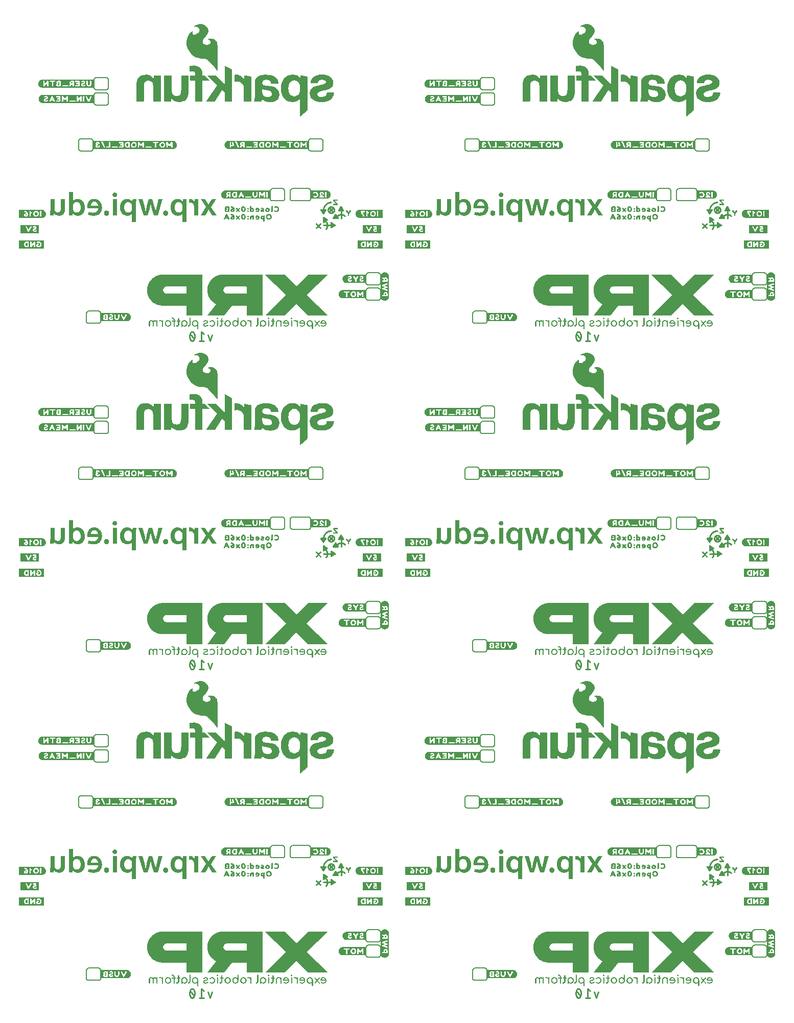
<source format=gbo>
G04 EAGLE Gerber RS-274X export*
G75*
%MOMM*%
%FSLAX34Y34*%
%LPD*%
%INSilkscreen Bottom*%
%IPPOS*%
%AMOC8*
5,1,8,0,0,1.08239X$1,22.5*%
G01*
%ADD10C,0.254000*%
%ADD11C,0.279400*%
%ADD12C,0.203200*%

G36*
X996321Y46925D02*
X996321Y46925D01*
X996738Y46976D01*
X996739Y46978D01*
X996741Y46978D01*
X1009445Y63446D01*
X1009817Y63586D01*
X1033268Y63586D01*
X1033320Y63199D01*
X1033320Y47267D01*
X1033320Y47266D01*
X1033424Y46928D01*
X1033427Y46926D01*
X1033428Y46925D01*
X1059539Y46925D01*
X1059540Y46925D01*
X1059945Y46962D01*
X1059948Y46966D01*
X1059948Y46967D01*
X1059948Y115121D01*
X1059946Y115124D01*
X1059945Y115125D01*
X1059584Y115207D01*
X1059584Y115206D01*
X1059583Y115207D01*
X994084Y115207D01*
X992757Y115182D01*
X991873Y115126D01*
X990993Y115038D01*
X990992Y115038D01*
X989679Y114848D01*
X989678Y114848D01*
X988809Y114682D01*
X987946Y114485D01*
X987090Y114258D01*
X986243Y114001D01*
X984991Y113560D01*
X984170Y113230D01*
X984170Y113229D01*
X983360Y112871D01*
X982564Y112485D01*
X981781Y112072D01*
X981781Y112071D01*
X981781Y112072D01*
X981013Y111632D01*
X981012Y111632D01*
X980260Y111166D01*
X979523Y110675D01*
X978804Y110160D01*
X978803Y110160D01*
X978102Y109620D01*
X977418Y109057D01*
X976754Y108472D01*
X976110Y107865D01*
X975487Y107236D01*
X974885Y106587D01*
X974305Y105918D01*
X973748Y105230D01*
X973215Y104524D01*
X973215Y104523D01*
X972706Y103799D01*
X972222Y103058D01*
X971763Y102301D01*
X971125Y101137D01*
X970733Y100343D01*
X970370Y99536D01*
X970369Y99536D01*
X970034Y98717D01*
X969728Y97886D01*
X969451Y97045D01*
X969204Y96195D01*
X968891Y94905D01*
X968891Y94903D01*
X968890Y94899D01*
X968889Y94895D01*
X968889Y94891D01*
X968887Y94882D01*
X968886Y94878D01*
X968885Y94874D01*
X968884Y94869D01*
X968883Y94861D01*
X968881Y94852D01*
X968880Y94848D01*
X968879Y94840D01*
X968877Y94831D01*
X968876Y94827D01*
X968875Y94823D01*
X968874Y94818D01*
X968873Y94810D01*
X968872Y94806D01*
X968871Y94801D01*
X968870Y94797D01*
X968869Y94789D01*
X968868Y94784D01*
X968867Y94780D01*
X968866Y94776D01*
X968864Y94767D01*
X968863Y94759D01*
X968862Y94755D01*
X968860Y94746D01*
X968859Y94738D01*
X968858Y94733D01*
X968857Y94729D01*
X968856Y94725D01*
X968855Y94716D01*
X968854Y94716D01*
X968855Y94716D01*
X968854Y94712D01*
X968853Y94708D01*
X968852Y94704D01*
X968850Y94695D01*
X968850Y94691D01*
X968849Y94691D01*
X968850Y94691D01*
X968849Y94687D01*
X968848Y94682D01*
X968846Y94674D01*
X968845Y94670D01*
X968845Y94665D01*
X968844Y94661D01*
X968842Y94653D01*
X968840Y94644D01*
X968840Y94640D01*
X968838Y94631D01*
X968836Y94623D01*
X968835Y94619D01*
X968835Y94614D01*
X968834Y94610D01*
X968832Y94602D01*
X968831Y94597D01*
X968830Y94593D01*
X968830Y94589D01*
X968828Y94580D01*
X968827Y94576D01*
X968826Y94572D01*
X968825Y94568D01*
X968824Y94559D01*
X968823Y94555D01*
X968822Y94551D01*
X968821Y94546D01*
X968820Y94538D01*
X968818Y94529D01*
X968817Y94525D01*
X968815Y94517D01*
X968814Y94508D01*
X968813Y94504D01*
X968812Y94500D01*
X968811Y94495D01*
X968810Y94487D01*
X968809Y94483D01*
X968808Y94478D01*
X968807Y94474D01*
X968805Y94466D01*
X968805Y94461D01*
X968804Y94457D01*
X968803Y94453D01*
X968801Y94444D01*
X968800Y94440D01*
X968800Y94436D01*
X968799Y94432D01*
X968797Y94423D01*
X968796Y94415D01*
X968795Y94415D01*
X968796Y94415D01*
X968795Y94410D01*
X968793Y94402D01*
X968791Y94393D01*
X968791Y94389D01*
X968790Y94389D01*
X968791Y94389D01*
X968790Y94385D01*
X968789Y94381D01*
X968787Y94372D01*
X968786Y94368D01*
X968786Y94364D01*
X968785Y94359D01*
X968783Y94351D01*
X968782Y94347D01*
X968781Y94342D01*
X968781Y94338D01*
X968779Y94330D01*
X968778Y94325D01*
X968777Y94321D01*
X968776Y94317D01*
X968775Y94308D01*
X968773Y94300D01*
X968772Y94296D01*
X968771Y94287D01*
X968769Y94279D01*
X968768Y94274D01*
X968767Y94270D01*
X968766Y94266D01*
X968765Y94257D01*
X968764Y94253D01*
X968763Y94249D01*
X968762Y94245D01*
X968761Y94236D01*
X968760Y94232D01*
X968759Y94228D01*
X968758Y94223D01*
X968756Y94215D01*
X968755Y94206D01*
X968754Y94202D01*
X968752Y94194D01*
X968751Y94185D01*
X968750Y94181D01*
X968749Y94177D01*
X968748Y94172D01*
X968746Y94164D01*
X968746Y94160D01*
X968745Y94155D01*
X968744Y94151D01*
X968742Y94143D01*
X968741Y94138D01*
X968741Y94134D01*
X968740Y94130D01*
X968738Y94121D01*
X968737Y94117D01*
X968737Y94113D01*
X968736Y94113D01*
X968737Y94113D01*
X968736Y94109D01*
X968734Y94100D01*
X968732Y94092D01*
X968732Y94087D01*
X968731Y94087D01*
X968732Y94087D01*
X968730Y94079D01*
X968728Y94070D01*
X968727Y94066D01*
X968727Y94062D01*
X968726Y94058D01*
X968724Y94049D01*
X968723Y94045D01*
X968722Y94041D01*
X968722Y94036D01*
X968721Y94036D01*
X968722Y94036D01*
X968721Y94036D01*
X968721Y94032D01*
X968720Y94028D01*
X968720Y94024D01*
X968719Y94024D01*
X968720Y94024D01*
X968719Y94019D01*
X968718Y94015D01*
X968717Y94011D01*
X968717Y94007D01*
X968716Y94002D01*
X968715Y93994D01*
X968713Y93985D01*
X968713Y93981D01*
X968712Y93977D01*
X968711Y93973D01*
X968711Y93968D01*
X968710Y93964D01*
X968709Y93960D01*
X968709Y93956D01*
X968708Y93951D01*
X968707Y93947D01*
X968706Y93939D01*
X968705Y93934D01*
X968705Y93930D01*
X968704Y93926D01*
X968703Y93922D01*
X968703Y93917D01*
X968702Y93913D01*
X968701Y93909D01*
X968701Y93905D01*
X968700Y93900D01*
X968699Y93892D01*
X968697Y93883D01*
X968697Y93879D01*
X968696Y93875D01*
X968695Y93871D01*
X968695Y93866D01*
X968694Y93862D01*
X968693Y93858D01*
X968693Y93854D01*
X968691Y93845D01*
X968690Y93837D01*
X968689Y93832D01*
X968689Y93828D01*
X968688Y93824D01*
X968687Y93820D01*
X968687Y93815D01*
X968686Y93815D01*
X968687Y93815D01*
X968686Y93811D01*
X968685Y93807D01*
X968685Y93803D01*
X968684Y93803D01*
X968684Y93798D01*
X968682Y93790D01*
X968682Y93786D01*
X968681Y93781D01*
X968680Y93777D01*
X968680Y93773D01*
X968679Y93769D01*
X968678Y93764D01*
X968678Y93760D01*
X968677Y93756D01*
X968676Y93752D01*
X968675Y93743D01*
X968674Y93735D01*
X968673Y93730D01*
X968672Y93726D01*
X968672Y93722D01*
X968671Y93718D01*
X968670Y93713D01*
X968670Y93709D01*
X968669Y93705D01*
X968668Y93696D01*
X968666Y93688D01*
X968666Y93684D01*
X968665Y93679D01*
X968664Y93675D01*
X968664Y93671D01*
X968663Y93667D01*
X968662Y93662D01*
X968662Y93658D01*
X968661Y93654D01*
X968660Y93650D01*
X968659Y93641D01*
X968658Y93637D01*
X968658Y93633D01*
X968657Y93628D01*
X968656Y93624D01*
X968656Y93620D01*
X968655Y93616D01*
X968654Y93611D01*
X968654Y93607D01*
X968653Y93603D01*
X968652Y93594D01*
X968651Y93594D01*
X968652Y93594D01*
X968650Y93586D01*
X968650Y93582D01*
X968649Y93582D01*
X968649Y93577D01*
X968648Y93573D01*
X968647Y93569D01*
X968647Y93565D01*
X968646Y93560D01*
X968645Y93556D01*
X968644Y93548D01*
X968643Y93539D01*
X968642Y93535D01*
X968641Y93531D01*
X968641Y93526D01*
X968640Y93522D01*
X968639Y93518D01*
X968639Y93514D01*
X968638Y93509D01*
X968637Y93505D01*
X968637Y93501D01*
X968635Y93492D01*
X968635Y93488D01*
X968634Y93484D01*
X968633Y93480D01*
X968633Y93475D01*
X968632Y93471D01*
X968631Y93467D01*
X968631Y93463D01*
X968630Y93458D01*
X968629Y93454D01*
X968628Y93446D01*
X968627Y93437D01*
X968626Y93433D01*
X968625Y93429D01*
X968625Y93424D01*
X968624Y93420D01*
X968623Y93416D01*
X968623Y93412D01*
X968622Y93407D01*
X968621Y93403D01*
X968621Y93399D01*
X968619Y93390D01*
X968619Y93386D01*
X968618Y93386D01*
X968619Y93386D01*
X968618Y93382D01*
X968617Y93378D01*
X968617Y93373D01*
X968616Y93373D01*
X968617Y93373D01*
X968616Y93369D01*
X968615Y93365D01*
X968614Y93361D01*
X968614Y93356D01*
X968613Y93352D01*
X968612Y93344D01*
X968611Y93339D01*
X968610Y93335D01*
X968610Y93331D01*
X968609Y93327D01*
X968608Y93322D01*
X968608Y93318D01*
X968607Y93314D01*
X968606Y93310D01*
X968606Y93305D01*
X968604Y93297D01*
X968603Y93288D01*
X968602Y93284D01*
X968602Y93280D01*
X968601Y93276D01*
X968600Y93271D01*
X968600Y93267D01*
X968599Y93263D01*
X968598Y93259D01*
X968598Y93254D01*
X968597Y93250D01*
X968596Y93242D01*
X968595Y93237D01*
X968594Y93233D01*
X968594Y93229D01*
X968593Y93225D01*
X968592Y93220D01*
X968592Y93216D01*
X968591Y93212D01*
X968590Y93208D01*
X968590Y93203D01*
X968588Y93195D01*
X968588Y93191D01*
X968587Y93186D01*
X968586Y93182D01*
X968586Y93178D01*
X968585Y93174D01*
X968584Y93169D01*
X968584Y93165D01*
X968583Y93165D01*
X968584Y93165D01*
X968583Y93162D01*
X968582Y93157D01*
X968582Y93152D01*
X968581Y93148D01*
X968581Y93144D01*
X968580Y93135D01*
X968579Y93127D01*
X968578Y93118D01*
X968577Y93110D01*
X968576Y93106D01*
X968576Y93101D01*
X968575Y93097D01*
X968574Y93089D01*
X968573Y93080D01*
X968572Y93072D01*
X968571Y93063D01*
X968570Y93059D01*
X968569Y93050D01*
X968568Y93042D01*
X968567Y93033D01*
X968566Y93025D01*
X968566Y93021D01*
X968565Y93016D01*
X968565Y93012D01*
X968564Y93004D01*
X968563Y92995D01*
X968562Y92987D01*
X968561Y92978D01*
X968560Y92974D01*
X968560Y92970D01*
X968559Y92965D01*
X968558Y92957D01*
X968557Y92948D01*
X968556Y92940D01*
X968555Y92931D01*
X968554Y92927D01*
X968553Y92919D01*
X968552Y92910D01*
X968551Y92902D01*
X968550Y92893D01*
X968550Y92889D01*
X968549Y92885D01*
X968549Y92880D01*
X968548Y92872D01*
X968547Y92863D01*
X968546Y92855D01*
X968545Y92846D01*
X968544Y92842D01*
X968544Y92838D01*
X968543Y92834D01*
X968542Y92825D01*
X968541Y92817D01*
X968540Y92808D01*
X968539Y92800D01*
X968538Y92795D01*
X968537Y92787D01*
X968536Y92778D01*
X968535Y92770D01*
X968534Y92761D01*
X968534Y92757D01*
X968533Y92753D01*
X968533Y92749D01*
X968532Y92740D01*
X968531Y92732D01*
X968530Y92723D01*
X968529Y92715D01*
X968528Y92710D01*
X968528Y92706D01*
X968527Y92702D01*
X968526Y92693D01*
X968525Y92685D01*
X968524Y92676D01*
X968523Y92668D01*
X968522Y92664D01*
X968521Y92655D01*
X968520Y92647D01*
X968519Y92638D01*
X968518Y92630D01*
X968518Y92625D01*
X968517Y92621D01*
X968517Y92617D01*
X968516Y92608D01*
X968515Y92600D01*
X968514Y92591D01*
X968513Y92583D01*
X968512Y92579D01*
X968512Y92574D01*
X968511Y92574D01*
X968511Y92570D01*
X968510Y92562D01*
X968509Y92553D01*
X968508Y92545D01*
X968507Y92536D01*
X968506Y92532D01*
X968506Y92528D01*
X968505Y92523D01*
X968504Y92515D01*
X968503Y92506D01*
X968502Y92498D01*
X968502Y92494D01*
X968501Y92489D01*
X968501Y92485D01*
X968500Y92477D01*
X968499Y92468D01*
X968498Y92460D01*
X968497Y92451D01*
X968496Y92451D01*
X968497Y92451D01*
X968496Y92447D01*
X968495Y92443D01*
X968495Y92438D01*
X968494Y92430D01*
X968493Y92421D01*
X968492Y92413D01*
X968491Y92404D01*
X968490Y92400D01*
X968490Y92396D01*
X968489Y92392D01*
X968488Y92383D01*
X968487Y92375D01*
X968486Y92366D01*
X968486Y92362D01*
X968485Y92358D01*
X968485Y92353D01*
X968484Y92345D01*
X968483Y92336D01*
X968482Y92328D01*
X968481Y92328D01*
X968482Y92328D01*
X968480Y92319D01*
X968480Y92315D01*
X968479Y92311D01*
X968479Y92307D01*
X968478Y92298D01*
X968477Y92290D01*
X968476Y92283D01*
X968401Y91401D01*
X968357Y90517D01*
X968358Y90517D01*
X968357Y90517D01*
X968346Y89632D01*
X968356Y88747D01*
X968356Y88746D01*
X968390Y87862D01*
X968453Y86979D01*
X968545Y86099D01*
X968545Y86098D01*
X968666Y85222D01*
X968667Y85222D01*
X968666Y85222D01*
X968819Y84350D01*
X969001Y83484D01*
X969001Y83483D01*
X969215Y82625D01*
X969215Y82624D01*
X969459Y81774D01*
X969460Y81774D01*
X969459Y81774D01*
X969735Y80932D01*
X970205Y79691D01*
X970205Y79690D01*
X970555Y78878D01*
X970935Y78078D01*
X971343Y77293D01*
X971779Y76522D01*
X972241Y75767D01*
X972727Y75027D01*
X973236Y74303D01*
X973237Y74303D01*
X973236Y74303D01*
X973769Y73596D01*
X974324Y72907D01*
X974903Y72237D01*
X975504Y71587D01*
X976127Y70958D01*
X976128Y70958D01*
X976772Y70352D01*
X977438Y69769D01*
X977438Y69768D01*
X978474Y68938D01*
X979188Y68415D01*
X979920Y67917D01*
X980669Y67445D01*
X981433Y66999D01*
X981434Y66999D01*
X982212Y66578D01*
X982213Y66578D01*
X983005Y66184D01*
X983228Y66079D01*
X968567Y47212D01*
X968435Y46931D01*
X968435Y46930D01*
X968435Y46929D01*
X968436Y46928D01*
X968437Y46925D01*
X968438Y46926D01*
X968439Y46925D01*
X996320Y46925D01*
X996321Y46925D01*
G37*
G36*
X996321Y1136585D02*
X996321Y1136585D01*
X996738Y1136636D01*
X996739Y1136638D01*
X996741Y1136638D01*
X1009445Y1153106D01*
X1009817Y1153246D01*
X1033268Y1153246D01*
X1033320Y1152859D01*
X1033320Y1136927D01*
X1033320Y1136926D01*
X1033424Y1136588D01*
X1033427Y1136586D01*
X1033428Y1136585D01*
X1059539Y1136585D01*
X1059540Y1136585D01*
X1059945Y1136622D01*
X1059948Y1136626D01*
X1059948Y1136627D01*
X1059948Y1204781D01*
X1059946Y1204784D01*
X1059945Y1204785D01*
X1059584Y1204867D01*
X1059584Y1204866D01*
X1059583Y1204867D01*
X994084Y1204867D01*
X992757Y1204842D01*
X991873Y1204786D01*
X990993Y1204698D01*
X990992Y1204698D01*
X989679Y1204508D01*
X989678Y1204508D01*
X988809Y1204342D01*
X987946Y1204145D01*
X987090Y1203918D01*
X986243Y1203661D01*
X984991Y1203220D01*
X984170Y1202890D01*
X984170Y1202889D01*
X983360Y1202531D01*
X982564Y1202145D01*
X981781Y1201732D01*
X981781Y1201731D01*
X981781Y1201732D01*
X981013Y1201292D01*
X981012Y1201292D01*
X980260Y1200826D01*
X979523Y1200335D01*
X978804Y1199820D01*
X978803Y1199820D01*
X978102Y1199280D01*
X977418Y1198717D01*
X976754Y1198132D01*
X976110Y1197525D01*
X975487Y1196896D01*
X974885Y1196247D01*
X974305Y1195578D01*
X973748Y1194890D01*
X973215Y1194184D01*
X973215Y1194183D01*
X972706Y1193459D01*
X972222Y1192718D01*
X971763Y1191961D01*
X971125Y1190797D01*
X970733Y1190003D01*
X970370Y1189196D01*
X970369Y1189196D01*
X970034Y1188377D01*
X969728Y1187546D01*
X969451Y1186705D01*
X969204Y1185855D01*
X968891Y1184565D01*
X968891Y1184563D01*
X968890Y1184559D01*
X968889Y1184555D01*
X968889Y1184551D01*
X968887Y1184542D01*
X968886Y1184538D01*
X968885Y1184534D01*
X968884Y1184529D01*
X968883Y1184521D01*
X968881Y1184512D01*
X968880Y1184508D01*
X968879Y1184500D01*
X968877Y1184491D01*
X968876Y1184487D01*
X968875Y1184483D01*
X968874Y1184478D01*
X968873Y1184470D01*
X968872Y1184466D01*
X968871Y1184461D01*
X968870Y1184457D01*
X968869Y1184449D01*
X968868Y1184444D01*
X968867Y1184440D01*
X968866Y1184436D01*
X968864Y1184427D01*
X968863Y1184419D01*
X968862Y1184415D01*
X968860Y1184406D01*
X968859Y1184398D01*
X968858Y1184393D01*
X968857Y1184389D01*
X968856Y1184385D01*
X968855Y1184376D01*
X968854Y1184376D01*
X968855Y1184376D01*
X968854Y1184372D01*
X968853Y1184368D01*
X968852Y1184364D01*
X968850Y1184355D01*
X968850Y1184351D01*
X968849Y1184351D01*
X968850Y1184351D01*
X968849Y1184347D01*
X968848Y1184342D01*
X968846Y1184334D01*
X968845Y1184330D01*
X968845Y1184325D01*
X968844Y1184321D01*
X968842Y1184313D01*
X968840Y1184304D01*
X968840Y1184300D01*
X968838Y1184291D01*
X968836Y1184283D01*
X968835Y1184279D01*
X968835Y1184274D01*
X968834Y1184270D01*
X968832Y1184262D01*
X968831Y1184257D01*
X968830Y1184253D01*
X968830Y1184249D01*
X968828Y1184240D01*
X968827Y1184236D01*
X968826Y1184232D01*
X968825Y1184228D01*
X968824Y1184219D01*
X968823Y1184215D01*
X968822Y1184211D01*
X968821Y1184206D01*
X968820Y1184198D01*
X968818Y1184189D01*
X968817Y1184185D01*
X968815Y1184177D01*
X968814Y1184168D01*
X968813Y1184164D01*
X968812Y1184160D01*
X968811Y1184155D01*
X968810Y1184147D01*
X968809Y1184143D01*
X968808Y1184138D01*
X968807Y1184134D01*
X968805Y1184126D01*
X968805Y1184121D01*
X968804Y1184117D01*
X968803Y1184113D01*
X968801Y1184104D01*
X968800Y1184100D01*
X968800Y1184096D01*
X968799Y1184092D01*
X968797Y1184083D01*
X968796Y1184075D01*
X968795Y1184075D01*
X968796Y1184075D01*
X968795Y1184070D01*
X968793Y1184062D01*
X968791Y1184053D01*
X968791Y1184049D01*
X968790Y1184049D01*
X968791Y1184049D01*
X968790Y1184045D01*
X968789Y1184041D01*
X968787Y1184032D01*
X968786Y1184028D01*
X968786Y1184024D01*
X968785Y1184019D01*
X968783Y1184011D01*
X968782Y1184007D01*
X968781Y1184002D01*
X968781Y1183998D01*
X968779Y1183990D01*
X968778Y1183985D01*
X968777Y1183981D01*
X968776Y1183977D01*
X968775Y1183968D01*
X968773Y1183960D01*
X968772Y1183956D01*
X968771Y1183947D01*
X968769Y1183939D01*
X968768Y1183934D01*
X968767Y1183930D01*
X968766Y1183926D01*
X968765Y1183917D01*
X968764Y1183913D01*
X968763Y1183909D01*
X968762Y1183905D01*
X968761Y1183896D01*
X968760Y1183892D01*
X968759Y1183888D01*
X968758Y1183883D01*
X968756Y1183875D01*
X968755Y1183866D01*
X968754Y1183862D01*
X968752Y1183854D01*
X968751Y1183845D01*
X968750Y1183841D01*
X968749Y1183837D01*
X968748Y1183832D01*
X968746Y1183824D01*
X968746Y1183820D01*
X968745Y1183815D01*
X968744Y1183811D01*
X968742Y1183803D01*
X968741Y1183798D01*
X968741Y1183794D01*
X968740Y1183790D01*
X968738Y1183781D01*
X968737Y1183777D01*
X968737Y1183773D01*
X968736Y1183773D01*
X968737Y1183773D01*
X968736Y1183769D01*
X968734Y1183760D01*
X968732Y1183752D01*
X968732Y1183747D01*
X968731Y1183747D01*
X968732Y1183747D01*
X968730Y1183739D01*
X968728Y1183730D01*
X968727Y1183726D01*
X968727Y1183722D01*
X968726Y1183718D01*
X968724Y1183709D01*
X968723Y1183705D01*
X968722Y1183701D01*
X968722Y1183696D01*
X968721Y1183696D01*
X968722Y1183696D01*
X968721Y1183696D01*
X968721Y1183692D01*
X968720Y1183688D01*
X968720Y1183684D01*
X968719Y1183684D01*
X968720Y1183684D01*
X968719Y1183679D01*
X968718Y1183675D01*
X968717Y1183671D01*
X968717Y1183667D01*
X968716Y1183662D01*
X968715Y1183654D01*
X968713Y1183645D01*
X968713Y1183641D01*
X968712Y1183637D01*
X968711Y1183633D01*
X968711Y1183628D01*
X968710Y1183624D01*
X968709Y1183620D01*
X968709Y1183616D01*
X968708Y1183611D01*
X968707Y1183607D01*
X968706Y1183599D01*
X968705Y1183594D01*
X968705Y1183590D01*
X968704Y1183586D01*
X968703Y1183582D01*
X968703Y1183577D01*
X968702Y1183573D01*
X968701Y1183569D01*
X968701Y1183565D01*
X968700Y1183560D01*
X968699Y1183552D01*
X968697Y1183543D01*
X968697Y1183539D01*
X968696Y1183535D01*
X968695Y1183531D01*
X968695Y1183526D01*
X968694Y1183522D01*
X968693Y1183518D01*
X968693Y1183514D01*
X968691Y1183505D01*
X968690Y1183497D01*
X968689Y1183492D01*
X968689Y1183488D01*
X968688Y1183484D01*
X968687Y1183480D01*
X968687Y1183475D01*
X968686Y1183475D01*
X968687Y1183475D01*
X968686Y1183471D01*
X968685Y1183467D01*
X968685Y1183463D01*
X968684Y1183463D01*
X968684Y1183458D01*
X968682Y1183450D01*
X968682Y1183446D01*
X968681Y1183441D01*
X968680Y1183437D01*
X968680Y1183433D01*
X968679Y1183429D01*
X968678Y1183424D01*
X968678Y1183420D01*
X968677Y1183416D01*
X968676Y1183412D01*
X968675Y1183403D01*
X968674Y1183395D01*
X968673Y1183390D01*
X968672Y1183386D01*
X968672Y1183382D01*
X968671Y1183378D01*
X968670Y1183373D01*
X968670Y1183369D01*
X968669Y1183365D01*
X968668Y1183356D01*
X968666Y1183348D01*
X968666Y1183344D01*
X968665Y1183339D01*
X968664Y1183335D01*
X968664Y1183331D01*
X968663Y1183327D01*
X968662Y1183322D01*
X968662Y1183318D01*
X968661Y1183314D01*
X968660Y1183310D01*
X968659Y1183301D01*
X968658Y1183297D01*
X968658Y1183293D01*
X968657Y1183288D01*
X968656Y1183284D01*
X968656Y1183280D01*
X968655Y1183276D01*
X968654Y1183271D01*
X968654Y1183267D01*
X968653Y1183263D01*
X968652Y1183254D01*
X968651Y1183254D01*
X968652Y1183254D01*
X968650Y1183246D01*
X968650Y1183242D01*
X968649Y1183242D01*
X968649Y1183237D01*
X968648Y1183233D01*
X968647Y1183229D01*
X968647Y1183225D01*
X968646Y1183220D01*
X968645Y1183216D01*
X968644Y1183208D01*
X968643Y1183199D01*
X968642Y1183195D01*
X968641Y1183191D01*
X968641Y1183186D01*
X968640Y1183182D01*
X968639Y1183178D01*
X968639Y1183174D01*
X968638Y1183169D01*
X968637Y1183165D01*
X968637Y1183161D01*
X968635Y1183152D01*
X968635Y1183148D01*
X968634Y1183144D01*
X968633Y1183140D01*
X968633Y1183135D01*
X968632Y1183131D01*
X968631Y1183127D01*
X968631Y1183123D01*
X968630Y1183118D01*
X968629Y1183114D01*
X968628Y1183106D01*
X968627Y1183097D01*
X968626Y1183093D01*
X968625Y1183089D01*
X968625Y1183084D01*
X968624Y1183080D01*
X968623Y1183076D01*
X968623Y1183072D01*
X968622Y1183067D01*
X968621Y1183063D01*
X968621Y1183059D01*
X968619Y1183050D01*
X968619Y1183046D01*
X968618Y1183046D01*
X968619Y1183046D01*
X968618Y1183042D01*
X968617Y1183038D01*
X968617Y1183033D01*
X968616Y1183033D01*
X968617Y1183033D01*
X968616Y1183029D01*
X968615Y1183025D01*
X968614Y1183021D01*
X968614Y1183016D01*
X968613Y1183012D01*
X968612Y1183004D01*
X968611Y1182999D01*
X968610Y1182995D01*
X968610Y1182991D01*
X968609Y1182987D01*
X968608Y1182982D01*
X968608Y1182978D01*
X968607Y1182974D01*
X968606Y1182970D01*
X968606Y1182965D01*
X968604Y1182957D01*
X968603Y1182948D01*
X968602Y1182944D01*
X968602Y1182940D01*
X968601Y1182936D01*
X968600Y1182931D01*
X968600Y1182927D01*
X968599Y1182923D01*
X968598Y1182919D01*
X968598Y1182914D01*
X968597Y1182910D01*
X968596Y1182902D01*
X968595Y1182897D01*
X968594Y1182893D01*
X968594Y1182889D01*
X968593Y1182885D01*
X968592Y1182880D01*
X968592Y1182876D01*
X968591Y1182872D01*
X968590Y1182868D01*
X968590Y1182863D01*
X968588Y1182855D01*
X968588Y1182851D01*
X968587Y1182846D01*
X968586Y1182842D01*
X968586Y1182838D01*
X968585Y1182834D01*
X968584Y1182829D01*
X968584Y1182825D01*
X968583Y1182825D01*
X968584Y1182825D01*
X968583Y1182822D01*
X968582Y1182817D01*
X968582Y1182812D01*
X968581Y1182808D01*
X968581Y1182804D01*
X968580Y1182795D01*
X968579Y1182787D01*
X968578Y1182778D01*
X968577Y1182770D01*
X968576Y1182766D01*
X968576Y1182761D01*
X968575Y1182757D01*
X968574Y1182749D01*
X968573Y1182740D01*
X968572Y1182732D01*
X968571Y1182723D01*
X968570Y1182719D01*
X968569Y1182710D01*
X968568Y1182702D01*
X968567Y1182693D01*
X968566Y1182685D01*
X968566Y1182681D01*
X968565Y1182676D01*
X968565Y1182672D01*
X968564Y1182664D01*
X968563Y1182655D01*
X968562Y1182647D01*
X968561Y1182638D01*
X968560Y1182634D01*
X968560Y1182630D01*
X968559Y1182625D01*
X968558Y1182617D01*
X968557Y1182608D01*
X968556Y1182600D01*
X968555Y1182591D01*
X968554Y1182587D01*
X968553Y1182579D01*
X968552Y1182570D01*
X968551Y1182562D01*
X968550Y1182553D01*
X968550Y1182549D01*
X968549Y1182545D01*
X968549Y1182540D01*
X968548Y1182532D01*
X968547Y1182523D01*
X968546Y1182515D01*
X968545Y1182506D01*
X968544Y1182502D01*
X968544Y1182498D01*
X968543Y1182494D01*
X968542Y1182485D01*
X968541Y1182477D01*
X968540Y1182468D01*
X968539Y1182460D01*
X968538Y1182455D01*
X968537Y1182447D01*
X968536Y1182438D01*
X968535Y1182430D01*
X968534Y1182421D01*
X968534Y1182417D01*
X968533Y1182413D01*
X968533Y1182409D01*
X968532Y1182400D01*
X968531Y1182392D01*
X968530Y1182383D01*
X968529Y1182375D01*
X968528Y1182370D01*
X968528Y1182366D01*
X968527Y1182362D01*
X968526Y1182353D01*
X968525Y1182345D01*
X968524Y1182336D01*
X968523Y1182328D01*
X968522Y1182324D01*
X968521Y1182315D01*
X968520Y1182307D01*
X968519Y1182298D01*
X968518Y1182290D01*
X968518Y1182285D01*
X968517Y1182281D01*
X968517Y1182277D01*
X968516Y1182268D01*
X968515Y1182260D01*
X968514Y1182251D01*
X968513Y1182243D01*
X968512Y1182239D01*
X968512Y1182234D01*
X968511Y1182234D01*
X968511Y1182230D01*
X968510Y1182222D01*
X968509Y1182213D01*
X968508Y1182205D01*
X968507Y1182196D01*
X968506Y1182192D01*
X968506Y1182188D01*
X968505Y1182183D01*
X968504Y1182175D01*
X968503Y1182166D01*
X968502Y1182158D01*
X968502Y1182154D01*
X968501Y1182149D01*
X968501Y1182145D01*
X968500Y1182137D01*
X968499Y1182128D01*
X968498Y1182120D01*
X968497Y1182111D01*
X968496Y1182111D01*
X968497Y1182111D01*
X968496Y1182107D01*
X968495Y1182103D01*
X968495Y1182098D01*
X968494Y1182090D01*
X968493Y1182081D01*
X968492Y1182073D01*
X968491Y1182064D01*
X968490Y1182060D01*
X968490Y1182056D01*
X968489Y1182052D01*
X968488Y1182043D01*
X968487Y1182035D01*
X968486Y1182026D01*
X968486Y1182022D01*
X968485Y1182018D01*
X968485Y1182013D01*
X968484Y1182005D01*
X968483Y1181996D01*
X968482Y1181988D01*
X968481Y1181988D01*
X968482Y1181988D01*
X968480Y1181979D01*
X968480Y1181975D01*
X968479Y1181971D01*
X968479Y1181967D01*
X968478Y1181958D01*
X968477Y1181950D01*
X968476Y1181943D01*
X968401Y1181061D01*
X968357Y1180177D01*
X968358Y1180177D01*
X968357Y1180177D01*
X968346Y1179292D01*
X968356Y1178407D01*
X968356Y1178406D01*
X968390Y1177522D01*
X968453Y1176639D01*
X968545Y1175759D01*
X968545Y1175758D01*
X968666Y1174882D01*
X968667Y1174882D01*
X968666Y1174882D01*
X968819Y1174010D01*
X969001Y1173144D01*
X969001Y1173143D01*
X969215Y1172285D01*
X969215Y1172284D01*
X969459Y1171434D01*
X969460Y1171434D01*
X969459Y1171434D01*
X969735Y1170592D01*
X970205Y1169351D01*
X970205Y1169350D01*
X970555Y1168538D01*
X970935Y1167738D01*
X971343Y1166953D01*
X971779Y1166182D01*
X972241Y1165427D01*
X972727Y1164687D01*
X973236Y1163963D01*
X973237Y1163963D01*
X973236Y1163963D01*
X973769Y1163256D01*
X974324Y1162567D01*
X974903Y1161897D01*
X975504Y1161247D01*
X976127Y1160618D01*
X976128Y1160618D01*
X976772Y1160012D01*
X977438Y1159429D01*
X977438Y1159428D01*
X978474Y1158598D01*
X979188Y1158075D01*
X979920Y1157577D01*
X980669Y1157105D01*
X981433Y1156659D01*
X981434Y1156659D01*
X982212Y1156238D01*
X982213Y1156238D01*
X983005Y1155844D01*
X983228Y1155739D01*
X968567Y1136872D01*
X968435Y1136591D01*
X968435Y1136590D01*
X968435Y1136589D01*
X968436Y1136588D01*
X968437Y1136585D01*
X968438Y1136586D01*
X968439Y1136585D01*
X996320Y1136585D01*
X996321Y1136585D01*
G37*
G36*
X356241Y46925D02*
X356241Y46925D01*
X356658Y46976D01*
X356659Y46978D01*
X356661Y46978D01*
X369365Y63446D01*
X369737Y63586D01*
X393188Y63586D01*
X393240Y63199D01*
X393240Y47267D01*
X393240Y47266D01*
X393344Y46928D01*
X393347Y46926D01*
X393348Y46925D01*
X419459Y46925D01*
X419460Y46925D01*
X419865Y46962D01*
X419868Y46966D01*
X419868Y46967D01*
X419868Y115121D01*
X419866Y115124D01*
X419865Y115125D01*
X419504Y115207D01*
X419504Y115206D01*
X419503Y115207D01*
X354004Y115207D01*
X352677Y115182D01*
X351793Y115126D01*
X350913Y115038D01*
X350912Y115038D01*
X349599Y114848D01*
X349598Y114848D01*
X348729Y114682D01*
X347866Y114485D01*
X347010Y114258D01*
X346163Y114001D01*
X344911Y113560D01*
X344090Y113230D01*
X344090Y113229D01*
X343280Y112871D01*
X342484Y112485D01*
X341701Y112072D01*
X341701Y112071D01*
X341701Y112072D01*
X340933Y111632D01*
X340932Y111632D01*
X340180Y111166D01*
X339443Y110675D01*
X338724Y110160D01*
X338723Y110160D01*
X338022Y109620D01*
X337338Y109057D01*
X336674Y108472D01*
X336030Y107865D01*
X335407Y107236D01*
X334805Y106587D01*
X334225Y105918D01*
X333668Y105230D01*
X333135Y104524D01*
X333135Y104523D01*
X332626Y103799D01*
X332142Y103058D01*
X331683Y102301D01*
X331045Y101137D01*
X330653Y100343D01*
X330290Y99536D01*
X330289Y99536D01*
X329954Y98717D01*
X329648Y97886D01*
X329371Y97045D01*
X329124Y96195D01*
X328811Y94905D01*
X328811Y94903D01*
X328810Y94899D01*
X328809Y94895D01*
X328809Y94891D01*
X328807Y94882D01*
X328806Y94878D01*
X328805Y94874D01*
X328804Y94869D01*
X328803Y94861D01*
X328801Y94852D01*
X328800Y94848D01*
X328799Y94840D01*
X328797Y94831D01*
X328796Y94827D01*
X328795Y94823D01*
X328794Y94818D01*
X328793Y94810D01*
X328792Y94806D01*
X328791Y94801D01*
X328790Y94797D01*
X328789Y94789D01*
X328788Y94784D01*
X328787Y94780D01*
X328786Y94776D01*
X328784Y94767D01*
X328783Y94759D01*
X328782Y94755D01*
X328780Y94746D01*
X328779Y94738D01*
X328778Y94733D01*
X328777Y94729D01*
X328776Y94725D01*
X328775Y94716D01*
X328774Y94716D01*
X328775Y94716D01*
X328774Y94712D01*
X328773Y94708D01*
X328772Y94704D01*
X328770Y94695D01*
X328770Y94691D01*
X328769Y94691D01*
X328770Y94691D01*
X328769Y94687D01*
X328768Y94682D01*
X328766Y94674D01*
X328765Y94670D01*
X328765Y94665D01*
X328764Y94661D01*
X328762Y94653D01*
X328760Y94644D01*
X328760Y94640D01*
X328758Y94631D01*
X328756Y94623D01*
X328755Y94619D01*
X328755Y94614D01*
X328754Y94610D01*
X328752Y94602D01*
X328751Y94597D01*
X328750Y94593D01*
X328750Y94589D01*
X328748Y94580D01*
X328747Y94576D01*
X328746Y94572D01*
X328745Y94568D01*
X328744Y94559D01*
X328743Y94555D01*
X328742Y94551D01*
X328741Y94546D01*
X328740Y94538D01*
X328738Y94529D01*
X328737Y94525D01*
X328735Y94517D01*
X328734Y94508D01*
X328733Y94504D01*
X328732Y94500D01*
X328731Y94495D01*
X328730Y94487D01*
X328729Y94483D01*
X328728Y94478D01*
X328727Y94474D01*
X328725Y94466D01*
X328725Y94461D01*
X328724Y94457D01*
X328723Y94453D01*
X328721Y94444D01*
X328720Y94440D01*
X328720Y94436D01*
X328719Y94432D01*
X328717Y94423D01*
X328716Y94415D01*
X328715Y94415D01*
X328716Y94415D01*
X328715Y94410D01*
X328713Y94402D01*
X328711Y94393D01*
X328711Y94389D01*
X328710Y94389D01*
X328711Y94389D01*
X328710Y94385D01*
X328709Y94381D01*
X328707Y94372D01*
X328706Y94368D01*
X328706Y94364D01*
X328705Y94359D01*
X328703Y94351D01*
X328702Y94347D01*
X328701Y94342D01*
X328701Y94338D01*
X328699Y94330D01*
X328698Y94325D01*
X328697Y94321D01*
X328696Y94317D01*
X328695Y94308D01*
X328693Y94300D01*
X328692Y94296D01*
X328691Y94287D01*
X328689Y94279D01*
X328688Y94274D01*
X328687Y94270D01*
X328686Y94266D01*
X328685Y94257D01*
X328684Y94253D01*
X328683Y94249D01*
X328682Y94245D01*
X328681Y94236D01*
X328680Y94232D01*
X328679Y94228D01*
X328678Y94223D01*
X328676Y94215D01*
X328675Y94206D01*
X328674Y94202D01*
X328672Y94194D01*
X328671Y94185D01*
X328670Y94181D01*
X328669Y94177D01*
X328668Y94172D01*
X328666Y94164D01*
X328666Y94160D01*
X328665Y94155D01*
X328664Y94151D01*
X328662Y94143D01*
X328661Y94138D01*
X328661Y94134D01*
X328660Y94130D01*
X328658Y94121D01*
X328657Y94117D01*
X328657Y94113D01*
X328656Y94113D01*
X328657Y94113D01*
X328656Y94109D01*
X328654Y94100D01*
X328652Y94092D01*
X328652Y94087D01*
X328651Y94087D01*
X328652Y94087D01*
X328650Y94079D01*
X328648Y94070D01*
X328647Y94066D01*
X328647Y94062D01*
X328646Y94058D01*
X328644Y94049D01*
X328643Y94045D01*
X328642Y94041D01*
X328642Y94036D01*
X328641Y94036D01*
X328642Y94036D01*
X328641Y94036D01*
X328641Y94032D01*
X328640Y94028D01*
X328640Y94024D01*
X328639Y94024D01*
X328640Y94024D01*
X328639Y94019D01*
X328638Y94015D01*
X328637Y94011D01*
X328637Y94007D01*
X328636Y94002D01*
X328635Y93994D01*
X328633Y93985D01*
X328633Y93981D01*
X328632Y93977D01*
X328631Y93973D01*
X328631Y93968D01*
X328630Y93964D01*
X328629Y93960D01*
X328629Y93956D01*
X328628Y93951D01*
X328627Y93947D01*
X328626Y93939D01*
X328625Y93934D01*
X328625Y93930D01*
X328624Y93926D01*
X328623Y93922D01*
X328623Y93917D01*
X328622Y93913D01*
X328621Y93909D01*
X328621Y93905D01*
X328620Y93900D01*
X328619Y93892D01*
X328617Y93883D01*
X328617Y93879D01*
X328616Y93875D01*
X328615Y93871D01*
X328615Y93866D01*
X328614Y93862D01*
X328613Y93858D01*
X328613Y93854D01*
X328611Y93845D01*
X328610Y93837D01*
X328609Y93832D01*
X328609Y93828D01*
X328608Y93824D01*
X328607Y93820D01*
X328607Y93815D01*
X328606Y93815D01*
X328607Y93815D01*
X328606Y93811D01*
X328605Y93807D01*
X328605Y93803D01*
X328604Y93803D01*
X328604Y93798D01*
X328602Y93790D01*
X328602Y93786D01*
X328601Y93781D01*
X328600Y93777D01*
X328600Y93773D01*
X328599Y93769D01*
X328598Y93764D01*
X328598Y93760D01*
X328597Y93756D01*
X328596Y93752D01*
X328595Y93743D01*
X328594Y93735D01*
X328593Y93730D01*
X328592Y93726D01*
X328592Y93722D01*
X328591Y93718D01*
X328590Y93713D01*
X328590Y93709D01*
X328589Y93705D01*
X328588Y93696D01*
X328586Y93688D01*
X328586Y93684D01*
X328585Y93679D01*
X328584Y93675D01*
X328584Y93671D01*
X328583Y93667D01*
X328582Y93662D01*
X328582Y93658D01*
X328581Y93654D01*
X328580Y93650D01*
X328579Y93641D01*
X328578Y93637D01*
X328578Y93633D01*
X328577Y93628D01*
X328576Y93624D01*
X328576Y93620D01*
X328575Y93616D01*
X328574Y93611D01*
X328574Y93607D01*
X328573Y93603D01*
X328572Y93594D01*
X328571Y93594D01*
X328572Y93594D01*
X328570Y93586D01*
X328570Y93582D01*
X328569Y93582D01*
X328569Y93577D01*
X328568Y93573D01*
X328567Y93569D01*
X328567Y93565D01*
X328566Y93560D01*
X328565Y93556D01*
X328564Y93548D01*
X328563Y93539D01*
X328562Y93535D01*
X328561Y93531D01*
X328561Y93526D01*
X328560Y93522D01*
X328559Y93518D01*
X328559Y93514D01*
X328558Y93509D01*
X328557Y93505D01*
X328557Y93501D01*
X328555Y93492D01*
X328555Y93488D01*
X328554Y93484D01*
X328553Y93480D01*
X328553Y93475D01*
X328552Y93471D01*
X328551Y93467D01*
X328551Y93463D01*
X328550Y93458D01*
X328549Y93454D01*
X328548Y93446D01*
X328547Y93437D01*
X328546Y93433D01*
X328545Y93429D01*
X328545Y93424D01*
X328544Y93420D01*
X328543Y93416D01*
X328543Y93412D01*
X328542Y93407D01*
X328541Y93403D01*
X328541Y93399D01*
X328539Y93390D01*
X328539Y93386D01*
X328538Y93386D01*
X328539Y93386D01*
X328538Y93382D01*
X328537Y93378D01*
X328537Y93373D01*
X328536Y93373D01*
X328537Y93373D01*
X328536Y93369D01*
X328535Y93365D01*
X328534Y93361D01*
X328534Y93356D01*
X328533Y93352D01*
X328532Y93344D01*
X328531Y93339D01*
X328530Y93335D01*
X328530Y93331D01*
X328529Y93327D01*
X328528Y93322D01*
X328528Y93318D01*
X328527Y93314D01*
X328526Y93310D01*
X328526Y93305D01*
X328524Y93297D01*
X328523Y93288D01*
X328522Y93284D01*
X328522Y93280D01*
X328521Y93276D01*
X328520Y93271D01*
X328520Y93267D01*
X328519Y93263D01*
X328518Y93259D01*
X328518Y93254D01*
X328517Y93250D01*
X328516Y93242D01*
X328515Y93237D01*
X328514Y93233D01*
X328514Y93229D01*
X328513Y93225D01*
X328512Y93220D01*
X328512Y93216D01*
X328511Y93212D01*
X328510Y93208D01*
X328510Y93203D01*
X328508Y93195D01*
X328508Y93191D01*
X328507Y93186D01*
X328506Y93182D01*
X328506Y93178D01*
X328505Y93174D01*
X328504Y93169D01*
X328504Y93165D01*
X328503Y93165D01*
X328504Y93165D01*
X328503Y93162D01*
X328502Y93157D01*
X328502Y93152D01*
X328501Y93148D01*
X328501Y93144D01*
X328500Y93135D01*
X328499Y93127D01*
X328498Y93118D01*
X328497Y93110D01*
X328496Y93106D01*
X328496Y93101D01*
X328495Y93097D01*
X328494Y93089D01*
X328493Y93080D01*
X328492Y93072D01*
X328491Y93063D01*
X328490Y93059D01*
X328489Y93050D01*
X328488Y93042D01*
X328487Y93033D01*
X328486Y93025D01*
X328486Y93021D01*
X328485Y93016D01*
X328485Y93012D01*
X328484Y93004D01*
X328483Y92995D01*
X328482Y92987D01*
X328481Y92978D01*
X328480Y92974D01*
X328480Y92970D01*
X328479Y92965D01*
X328478Y92957D01*
X328477Y92948D01*
X328476Y92940D01*
X328475Y92931D01*
X328474Y92927D01*
X328473Y92919D01*
X328472Y92910D01*
X328471Y92902D01*
X328470Y92893D01*
X328470Y92889D01*
X328469Y92885D01*
X328469Y92880D01*
X328468Y92872D01*
X328467Y92863D01*
X328466Y92855D01*
X328465Y92846D01*
X328464Y92842D01*
X328464Y92838D01*
X328463Y92834D01*
X328462Y92825D01*
X328461Y92817D01*
X328460Y92808D01*
X328459Y92800D01*
X328458Y92795D01*
X328457Y92787D01*
X328456Y92778D01*
X328455Y92770D01*
X328454Y92761D01*
X328454Y92757D01*
X328453Y92753D01*
X328453Y92749D01*
X328452Y92740D01*
X328451Y92732D01*
X328450Y92723D01*
X328449Y92715D01*
X328448Y92710D01*
X328448Y92706D01*
X328447Y92702D01*
X328446Y92693D01*
X328445Y92685D01*
X328444Y92676D01*
X328443Y92668D01*
X328442Y92664D01*
X328441Y92655D01*
X328440Y92647D01*
X328439Y92638D01*
X328438Y92630D01*
X328438Y92625D01*
X328437Y92621D01*
X328437Y92617D01*
X328436Y92608D01*
X328435Y92600D01*
X328434Y92591D01*
X328433Y92583D01*
X328432Y92579D01*
X328432Y92574D01*
X328431Y92574D01*
X328431Y92570D01*
X328430Y92562D01*
X328429Y92553D01*
X328428Y92545D01*
X328427Y92536D01*
X328426Y92532D01*
X328426Y92528D01*
X328425Y92523D01*
X328424Y92515D01*
X328423Y92506D01*
X328422Y92498D01*
X328422Y92494D01*
X328421Y92489D01*
X328421Y92485D01*
X328420Y92477D01*
X328419Y92468D01*
X328418Y92460D01*
X328417Y92451D01*
X328416Y92451D01*
X328417Y92451D01*
X328416Y92447D01*
X328415Y92443D01*
X328415Y92438D01*
X328414Y92430D01*
X328413Y92421D01*
X328412Y92413D01*
X328411Y92404D01*
X328410Y92400D01*
X328410Y92396D01*
X328409Y92392D01*
X328408Y92383D01*
X328407Y92375D01*
X328406Y92366D01*
X328406Y92362D01*
X328405Y92358D01*
X328405Y92353D01*
X328404Y92345D01*
X328403Y92336D01*
X328402Y92328D01*
X328401Y92328D01*
X328402Y92328D01*
X328400Y92319D01*
X328400Y92315D01*
X328399Y92311D01*
X328399Y92307D01*
X328398Y92298D01*
X328397Y92290D01*
X328396Y92283D01*
X328321Y91401D01*
X328277Y90517D01*
X328278Y90517D01*
X328277Y90517D01*
X328266Y89632D01*
X328276Y88747D01*
X328276Y88746D01*
X328310Y87862D01*
X328373Y86979D01*
X328465Y86099D01*
X328465Y86098D01*
X328586Y85222D01*
X328587Y85222D01*
X328586Y85222D01*
X328739Y84350D01*
X328921Y83484D01*
X328921Y83483D01*
X329135Y82625D01*
X329135Y82624D01*
X329379Y81774D01*
X329380Y81774D01*
X329379Y81774D01*
X329655Y80932D01*
X330125Y79691D01*
X330125Y79690D01*
X330475Y78878D01*
X330855Y78078D01*
X331263Y77293D01*
X331699Y76522D01*
X332161Y75767D01*
X332647Y75027D01*
X333156Y74303D01*
X333157Y74303D01*
X333156Y74303D01*
X333689Y73596D01*
X334244Y72907D01*
X334823Y72237D01*
X335424Y71587D01*
X336047Y70958D01*
X336048Y70958D01*
X336692Y70352D01*
X337358Y69769D01*
X337358Y69768D01*
X338394Y68938D01*
X339108Y68415D01*
X339840Y67917D01*
X340589Y67445D01*
X341353Y66999D01*
X341354Y66999D01*
X342132Y66578D01*
X342133Y66578D01*
X342925Y66184D01*
X343148Y66079D01*
X328487Y47212D01*
X328355Y46931D01*
X328355Y46930D01*
X328355Y46929D01*
X328356Y46928D01*
X328357Y46925D01*
X328358Y46926D01*
X328359Y46925D01*
X356240Y46925D01*
X356241Y46925D01*
G37*
G36*
X996321Y591755D02*
X996321Y591755D01*
X996738Y591806D01*
X996739Y591808D01*
X996741Y591808D01*
X1009445Y608276D01*
X1009817Y608416D01*
X1033268Y608416D01*
X1033320Y608029D01*
X1033320Y592097D01*
X1033320Y592096D01*
X1033424Y591758D01*
X1033427Y591756D01*
X1033428Y591755D01*
X1059539Y591755D01*
X1059540Y591755D01*
X1059945Y591792D01*
X1059948Y591796D01*
X1059948Y591797D01*
X1059948Y659951D01*
X1059946Y659954D01*
X1059945Y659955D01*
X1059584Y660037D01*
X1059584Y660036D01*
X1059583Y660037D01*
X994084Y660037D01*
X992757Y660012D01*
X991873Y659956D01*
X990993Y659868D01*
X990992Y659868D01*
X989679Y659678D01*
X989678Y659678D01*
X988809Y659512D01*
X987946Y659315D01*
X987090Y659088D01*
X986243Y658831D01*
X984991Y658390D01*
X984170Y658060D01*
X984170Y658059D01*
X983360Y657701D01*
X982564Y657315D01*
X981781Y656902D01*
X981781Y656901D01*
X981781Y656902D01*
X981013Y656462D01*
X981012Y656462D01*
X980260Y655996D01*
X979523Y655505D01*
X978804Y654990D01*
X978803Y654990D01*
X978102Y654450D01*
X977418Y653887D01*
X976754Y653302D01*
X976110Y652695D01*
X975487Y652066D01*
X974885Y651417D01*
X974305Y650748D01*
X973748Y650060D01*
X973215Y649354D01*
X973215Y649353D01*
X972706Y648629D01*
X972222Y647888D01*
X971763Y647131D01*
X971125Y645967D01*
X970733Y645173D01*
X970370Y644366D01*
X970369Y644366D01*
X970034Y643547D01*
X969728Y642716D01*
X969451Y641875D01*
X969204Y641025D01*
X968891Y639735D01*
X968891Y639733D01*
X968890Y639729D01*
X968889Y639725D01*
X968889Y639721D01*
X968887Y639712D01*
X968886Y639708D01*
X968885Y639704D01*
X968884Y639699D01*
X968883Y639691D01*
X968881Y639682D01*
X968880Y639678D01*
X968879Y639670D01*
X968877Y639661D01*
X968876Y639657D01*
X968875Y639653D01*
X968874Y639648D01*
X968873Y639640D01*
X968872Y639636D01*
X968871Y639631D01*
X968870Y639627D01*
X968869Y639619D01*
X968868Y639614D01*
X968867Y639610D01*
X968866Y639606D01*
X968864Y639597D01*
X968863Y639589D01*
X968862Y639585D01*
X968860Y639576D01*
X968859Y639568D01*
X968858Y639563D01*
X968857Y639559D01*
X968856Y639555D01*
X968855Y639546D01*
X968854Y639546D01*
X968855Y639546D01*
X968854Y639542D01*
X968853Y639538D01*
X968852Y639534D01*
X968850Y639525D01*
X968850Y639521D01*
X968849Y639521D01*
X968850Y639521D01*
X968849Y639517D01*
X968848Y639512D01*
X968846Y639504D01*
X968845Y639500D01*
X968845Y639495D01*
X968844Y639491D01*
X968842Y639483D01*
X968840Y639474D01*
X968840Y639470D01*
X968838Y639461D01*
X968836Y639453D01*
X968835Y639449D01*
X968835Y639444D01*
X968834Y639440D01*
X968832Y639432D01*
X968831Y639427D01*
X968830Y639423D01*
X968830Y639419D01*
X968828Y639410D01*
X968827Y639406D01*
X968826Y639402D01*
X968825Y639398D01*
X968824Y639389D01*
X968823Y639385D01*
X968822Y639381D01*
X968821Y639376D01*
X968820Y639368D01*
X968818Y639359D01*
X968817Y639355D01*
X968815Y639347D01*
X968814Y639338D01*
X968813Y639334D01*
X968812Y639330D01*
X968811Y639325D01*
X968810Y639317D01*
X968809Y639313D01*
X968808Y639308D01*
X968807Y639304D01*
X968805Y639296D01*
X968805Y639291D01*
X968804Y639287D01*
X968803Y639283D01*
X968801Y639274D01*
X968800Y639270D01*
X968800Y639266D01*
X968799Y639262D01*
X968797Y639253D01*
X968796Y639245D01*
X968795Y639245D01*
X968796Y639245D01*
X968795Y639240D01*
X968793Y639232D01*
X968791Y639223D01*
X968791Y639219D01*
X968790Y639219D01*
X968791Y639219D01*
X968790Y639215D01*
X968789Y639211D01*
X968787Y639202D01*
X968786Y639198D01*
X968786Y639194D01*
X968785Y639189D01*
X968783Y639181D01*
X968782Y639177D01*
X968781Y639172D01*
X968781Y639168D01*
X968779Y639160D01*
X968778Y639155D01*
X968777Y639151D01*
X968776Y639147D01*
X968775Y639138D01*
X968773Y639130D01*
X968772Y639126D01*
X968771Y639117D01*
X968769Y639109D01*
X968768Y639104D01*
X968767Y639100D01*
X968766Y639096D01*
X968765Y639087D01*
X968764Y639083D01*
X968763Y639079D01*
X968762Y639075D01*
X968761Y639066D01*
X968760Y639062D01*
X968759Y639058D01*
X968758Y639053D01*
X968756Y639045D01*
X968755Y639036D01*
X968754Y639032D01*
X968752Y639024D01*
X968751Y639015D01*
X968750Y639011D01*
X968749Y639007D01*
X968748Y639002D01*
X968746Y638994D01*
X968746Y638990D01*
X968745Y638985D01*
X968744Y638981D01*
X968742Y638973D01*
X968741Y638968D01*
X968741Y638964D01*
X968740Y638960D01*
X968738Y638951D01*
X968737Y638947D01*
X968737Y638943D01*
X968736Y638943D01*
X968737Y638943D01*
X968736Y638939D01*
X968734Y638930D01*
X968732Y638922D01*
X968732Y638917D01*
X968731Y638917D01*
X968732Y638917D01*
X968730Y638909D01*
X968728Y638900D01*
X968727Y638896D01*
X968727Y638892D01*
X968726Y638888D01*
X968724Y638879D01*
X968723Y638875D01*
X968722Y638871D01*
X968722Y638866D01*
X968721Y638866D01*
X968722Y638866D01*
X968721Y638866D01*
X968721Y638862D01*
X968720Y638858D01*
X968720Y638854D01*
X968719Y638854D01*
X968720Y638854D01*
X968719Y638849D01*
X968718Y638845D01*
X968717Y638841D01*
X968717Y638837D01*
X968716Y638832D01*
X968715Y638824D01*
X968713Y638815D01*
X968713Y638811D01*
X968712Y638807D01*
X968711Y638803D01*
X968711Y638798D01*
X968710Y638794D01*
X968709Y638790D01*
X968709Y638786D01*
X968708Y638781D01*
X968707Y638777D01*
X968706Y638769D01*
X968705Y638764D01*
X968705Y638760D01*
X968704Y638756D01*
X968703Y638752D01*
X968703Y638747D01*
X968702Y638743D01*
X968701Y638739D01*
X968701Y638735D01*
X968700Y638730D01*
X968699Y638722D01*
X968697Y638713D01*
X968697Y638709D01*
X968696Y638705D01*
X968695Y638701D01*
X968695Y638696D01*
X968694Y638692D01*
X968693Y638688D01*
X968693Y638684D01*
X968691Y638675D01*
X968690Y638667D01*
X968689Y638662D01*
X968689Y638658D01*
X968688Y638654D01*
X968687Y638650D01*
X968687Y638645D01*
X968686Y638645D01*
X968687Y638645D01*
X968686Y638641D01*
X968685Y638637D01*
X968685Y638633D01*
X968684Y638633D01*
X968684Y638628D01*
X968682Y638620D01*
X968682Y638616D01*
X968681Y638611D01*
X968680Y638607D01*
X968680Y638603D01*
X968679Y638599D01*
X968678Y638594D01*
X968678Y638590D01*
X968677Y638586D01*
X968676Y638582D01*
X968675Y638573D01*
X968674Y638565D01*
X968673Y638560D01*
X968672Y638556D01*
X968672Y638552D01*
X968671Y638548D01*
X968670Y638543D01*
X968670Y638539D01*
X968669Y638535D01*
X968668Y638526D01*
X968666Y638518D01*
X968666Y638514D01*
X968665Y638509D01*
X968664Y638505D01*
X968664Y638501D01*
X968663Y638497D01*
X968662Y638492D01*
X968662Y638488D01*
X968661Y638484D01*
X968660Y638480D01*
X968659Y638471D01*
X968658Y638467D01*
X968658Y638463D01*
X968657Y638458D01*
X968656Y638454D01*
X968656Y638450D01*
X968655Y638446D01*
X968654Y638441D01*
X968654Y638437D01*
X968653Y638433D01*
X968652Y638424D01*
X968651Y638424D01*
X968652Y638424D01*
X968650Y638416D01*
X968650Y638412D01*
X968649Y638412D01*
X968649Y638407D01*
X968648Y638403D01*
X968647Y638399D01*
X968647Y638395D01*
X968646Y638390D01*
X968645Y638386D01*
X968644Y638378D01*
X968643Y638369D01*
X968642Y638365D01*
X968641Y638361D01*
X968641Y638356D01*
X968640Y638352D01*
X968639Y638348D01*
X968639Y638344D01*
X968638Y638339D01*
X968637Y638335D01*
X968637Y638331D01*
X968635Y638322D01*
X968635Y638318D01*
X968634Y638314D01*
X968633Y638310D01*
X968633Y638305D01*
X968632Y638301D01*
X968631Y638297D01*
X968631Y638293D01*
X968630Y638288D01*
X968629Y638284D01*
X968628Y638276D01*
X968627Y638267D01*
X968626Y638263D01*
X968625Y638259D01*
X968625Y638254D01*
X968624Y638250D01*
X968623Y638246D01*
X968623Y638242D01*
X968622Y638237D01*
X968621Y638233D01*
X968621Y638229D01*
X968619Y638220D01*
X968619Y638216D01*
X968618Y638216D01*
X968619Y638216D01*
X968618Y638212D01*
X968617Y638208D01*
X968617Y638203D01*
X968616Y638203D01*
X968617Y638203D01*
X968616Y638199D01*
X968615Y638195D01*
X968614Y638191D01*
X968614Y638186D01*
X968613Y638182D01*
X968612Y638174D01*
X968611Y638169D01*
X968610Y638165D01*
X968610Y638161D01*
X968609Y638157D01*
X968608Y638152D01*
X968608Y638148D01*
X968607Y638144D01*
X968606Y638140D01*
X968606Y638135D01*
X968604Y638127D01*
X968603Y638118D01*
X968602Y638114D01*
X968602Y638110D01*
X968601Y638106D01*
X968600Y638101D01*
X968600Y638097D01*
X968599Y638093D01*
X968598Y638089D01*
X968598Y638084D01*
X968597Y638080D01*
X968596Y638072D01*
X968595Y638067D01*
X968594Y638063D01*
X968594Y638059D01*
X968593Y638055D01*
X968592Y638050D01*
X968592Y638046D01*
X968591Y638042D01*
X968590Y638038D01*
X968590Y638033D01*
X968588Y638025D01*
X968588Y638021D01*
X968587Y638016D01*
X968586Y638012D01*
X968586Y638008D01*
X968585Y638004D01*
X968584Y637999D01*
X968584Y637995D01*
X968583Y637995D01*
X968584Y637995D01*
X968583Y637992D01*
X968582Y637987D01*
X968582Y637982D01*
X968581Y637978D01*
X968581Y637974D01*
X968580Y637965D01*
X968579Y637957D01*
X968578Y637948D01*
X968577Y637940D01*
X968576Y637936D01*
X968576Y637931D01*
X968575Y637927D01*
X968574Y637919D01*
X968573Y637910D01*
X968572Y637902D01*
X968571Y637893D01*
X968570Y637889D01*
X968569Y637880D01*
X968568Y637872D01*
X968567Y637863D01*
X968566Y637855D01*
X968566Y637851D01*
X968565Y637846D01*
X968565Y637842D01*
X968564Y637834D01*
X968563Y637825D01*
X968562Y637817D01*
X968561Y637808D01*
X968560Y637804D01*
X968560Y637800D01*
X968559Y637795D01*
X968558Y637787D01*
X968557Y637778D01*
X968556Y637770D01*
X968555Y637761D01*
X968554Y637757D01*
X968553Y637749D01*
X968552Y637740D01*
X968551Y637732D01*
X968550Y637723D01*
X968550Y637719D01*
X968549Y637715D01*
X968549Y637710D01*
X968548Y637702D01*
X968547Y637693D01*
X968546Y637685D01*
X968545Y637676D01*
X968544Y637672D01*
X968544Y637668D01*
X968543Y637664D01*
X968542Y637655D01*
X968541Y637647D01*
X968540Y637638D01*
X968539Y637630D01*
X968538Y637625D01*
X968537Y637617D01*
X968536Y637608D01*
X968535Y637600D01*
X968534Y637591D01*
X968534Y637587D01*
X968533Y637583D01*
X968533Y637579D01*
X968532Y637570D01*
X968531Y637562D01*
X968530Y637553D01*
X968529Y637545D01*
X968528Y637540D01*
X968528Y637536D01*
X968527Y637532D01*
X968526Y637523D01*
X968525Y637515D01*
X968524Y637506D01*
X968523Y637498D01*
X968522Y637494D01*
X968521Y637485D01*
X968520Y637477D01*
X968519Y637468D01*
X968518Y637460D01*
X968518Y637455D01*
X968517Y637451D01*
X968517Y637447D01*
X968516Y637438D01*
X968515Y637430D01*
X968514Y637421D01*
X968513Y637413D01*
X968512Y637409D01*
X968512Y637404D01*
X968511Y637404D01*
X968511Y637400D01*
X968510Y637392D01*
X968509Y637383D01*
X968508Y637375D01*
X968507Y637366D01*
X968506Y637362D01*
X968506Y637358D01*
X968505Y637353D01*
X968504Y637345D01*
X968503Y637336D01*
X968502Y637328D01*
X968502Y637324D01*
X968501Y637319D01*
X968501Y637315D01*
X968500Y637307D01*
X968499Y637298D01*
X968498Y637290D01*
X968497Y637281D01*
X968496Y637281D01*
X968497Y637281D01*
X968496Y637277D01*
X968495Y637273D01*
X968495Y637268D01*
X968494Y637260D01*
X968493Y637251D01*
X968492Y637243D01*
X968491Y637234D01*
X968490Y637230D01*
X968490Y637226D01*
X968489Y637222D01*
X968488Y637213D01*
X968487Y637205D01*
X968486Y637196D01*
X968486Y637192D01*
X968485Y637188D01*
X968485Y637183D01*
X968484Y637175D01*
X968483Y637166D01*
X968482Y637158D01*
X968481Y637158D01*
X968482Y637158D01*
X968480Y637149D01*
X968480Y637145D01*
X968479Y637141D01*
X968479Y637137D01*
X968478Y637128D01*
X968477Y637120D01*
X968476Y637113D01*
X968401Y636231D01*
X968357Y635347D01*
X968358Y635347D01*
X968357Y635347D01*
X968346Y634462D01*
X968356Y633577D01*
X968356Y633576D01*
X968390Y632692D01*
X968453Y631809D01*
X968545Y630929D01*
X968545Y630928D01*
X968666Y630052D01*
X968667Y630052D01*
X968666Y630052D01*
X968819Y629180D01*
X969001Y628314D01*
X969001Y628313D01*
X969215Y627455D01*
X969215Y627454D01*
X969459Y626604D01*
X969460Y626604D01*
X969459Y626604D01*
X969735Y625762D01*
X970205Y624521D01*
X970205Y624520D01*
X970555Y623708D01*
X970935Y622908D01*
X971343Y622123D01*
X971779Y621352D01*
X972241Y620597D01*
X972727Y619857D01*
X973236Y619133D01*
X973237Y619133D01*
X973236Y619133D01*
X973769Y618426D01*
X974324Y617737D01*
X974903Y617067D01*
X975504Y616417D01*
X976127Y615788D01*
X976128Y615788D01*
X976772Y615182D01*
X977438Y614599D01*
X977438Y614598D01*
X978474Y613768D01*
X979188Y613245D01*
X979920Y612747D01*
X980669Y612275D01*
X981433Y611829D01*
X981434Y611829D01*
X982212Y611408D01*
X982213Y611408D01*
X983005Y611014D01*
X983228Y610909D01*
X968567Y592042D01*
X968435Y591761D01*
X968435Y591760D01*
X968435Y591759D01*
X968436Y591758D01*
X968437Y591755D01*
X968438Y591756D01*
X968439Y591755D01*
X996320Y591755D01*
X996321Y591755D01*
G37*
G36*
X356241Y591755D02*
X356241Y591755D01*
X356658Y591806D01*
X356659Y591808D01*
X356661Y591808D01*
X369365Y608276D01*
X369737Y608416D01*
X393188Y608416D01*
X393240Y608029D01*
X393240Y592097D01*
X393240Y592096D01*
X393344Y591758D01*
X393347Y591756D01*
X393348Y591755D01*
X419459Y591755D01*
X419460Y591755D01*
X419865Y591792D01*
X419868Y591796D01*
X419868Y591797D01*
X419868Y659951D01*
X419866Y659954D01*
X419865Y659955D01*
X419504Y660037D01*
X419504Y660036D01*
X419503Y660037D01*
X354004Y660037D01*
X352677Y660012D01*
X351793Y659956D01*
X350913Y659868D01*
X350912Y659868D01*
X349599Y659678D01*
X349598Y659678D01*
X348729Y659512D01*
X347866Y659315D01*
X347010Y659088D01*
X346163Y658831D01*
X344911Y658390D01*
X344090Y658060D01*
X344090Y658059D01*
X343280Y657701D01*
X342484Y657315D01*
X341701Y656902D01*
X341701Y656901D01*
X341701Y656902D01*
X340933Y656462D01*
X340932Y656462D01*
X340180Y655996D01*
X339443Y655505D01*
X338724Y654990D01*
X338723Y654990D01*
X338022Y654450D01*
X337338Y653887D01*
X336674Y653302D01*
X336030Y652695D01*
X335407Y652066D01*
X334805Y651417D01*
X334225Y650748D01*
X333668Y650060D01*
X333135Y649354D01*
X333135Y649353D01*
X332626Y648629D01*
X332142Y647888D01*
X331683Y647131D01*
X331045Y645967D01*
X330653Y645173D01*
X330290Y644366D01*
X330289Y644366D01*
X329954Y643547D01*
X329648Y642716D01*
X329371Y641875D01*
X329124Y641025D01*
X328811Y639735D01*
X328811Y639733D01*
X328810Y639729D01*
X328809Y639725D01*
X328809Y639721D01*
X328807Y639712D01*
X328806Y639708D01*
X328805Y639704D01*
X328804Y639699D01*
X328803Y639691D01*
X328801Y639682D01*
X328800Y639678D01*
X328799Y639670D01*
X328797Y639661D01*
X328796Y639657D01*
X328795Y639653D01*
X328794Y639648D01*
X328793Y639640D01*
X328792Y639636D01*
X328791Y639631D01*
X328790Y639627D01*
X328789Y639619D01*
X328788Y639614D01*
X328787Y639610D01*
X328786Y639606D01*
X328784Y639597D01*
X328783Y639589D01*
X328782Y639585D01*
X328780Y639576D01*
X328779Y639568D01*
X328778Y639563D01*
X328777Y639559D01*
X328776Y639555D01*
X328775Y639546D01*
X328774Y639546D01*
X328775Y639546D01*
X328774Y639542D01*
X328773Y639538D01*
X328772Y639534D01*
X328770Y639525D01*
X328770Y639521D01*
X328769Y639521D01*
X328770Y639521D01*
X328769Y639517D01*
X328768Y639512D01*
X328766Y639504D01*
X328765Y639500D01*
X328765Y639495D01*
X328764Y639491D01*
X328762Y639483D01*
X328760Y639474D01*
X328760Y639470D01*
X328758Y639461D01*
X328756Y639453D01*
X328755Y639449D01*
X328755Y639444D01*
X328754Y639440D01*
X328752Y639432D01*
X328751Y639427D01*
X328750Y639423D01*
X328750Y639419D01*
X328748Y639410D01*
X328747Y639406D01*
X328746Y639402D01*
X328745Y639398D01*
X328744Y639389D01*
X328743Y639385D01*
X328742Y639381D01*
X328741Y639376D01*
X328740Y639368D01*
X328738Y639359D01*
X328737Y639355D01*
X328735Y639347D01*
X328734Y639338D01*
X328733Y639334D01*
X328732Y639330D01*
X328731Y639325D01*
X328730Y639317D01*
X328729Y639313D01*
X328728Y639308D01*
X328727Y639304D01*
X328725Y639296D01*
X328725Y639291D01*
X328724Y639287D01*
X328723Y639283D01*
X328721Y639274D01*
X328720Y639270D01*
X328720Y639266D01*
X328719Y639262D01*
X328717Y639253D01*
X328716Y639245D01*
X328715Y639245D01*
X328716Y639245D01*
X328715Y639240D01*
X328713Y639232D01*
X328711Y639223D01*
X328711Y639219D01*
X328710Y639219D01*
X328711Y639219D01*
X328710Y639215D01*
X328709Y639211D01*
X328707Y639202D01*
X328706Y639198D01*
X328706Y639194D01*
X328705Y639189D01*
X328703Y639181D01*
X328702Y639177D01*
X328701Y639172D01*
X328701Y639168D01*
X328699Y639160D01*
X328698Y639155D01*
X328697Y639151D01*
X328696Y639147D01*
X328695Y639138D01*
X328693Y639130D01*
X328692Y639126D01*
X328691Y639117D01*
X328689Y639109D01*
X328688Y639104D01*
X328687Y639100D01*
X328686Y639096D01*
X328685Y639087D01*
X328684Y639083D01*
X328683Y639079D01*
X328682Y639075D01*
X328681Y639066D01*
X328680Y639062D01*
X328679Y639058D01*
X328678Y639053D01*
X328676Y639045D01*
X328675Y639036D01*
X328674Y639032D01*
X328672Y639024D01*
X328671Y639015D01*
X328670Y639011D01*
X328669Y639007D01*
X328668Y639002D01*
X328666Y638994D01*
X328666Y638990D01*
X328665Y638985D01*
X328664Y638981D01*
X328662Y638973D01*
X328661Y638968D01*
X328661Y638964D01*
X328660Y638960D01*
X328658Y638951D01*
X328657Y638947D01*
X328657Y638943D01*
X328656Y638943D01*
X328657Y638943D01*
X328656Y638939D01*
X328654Y638930D01*
X328652Y638922D01*
X328652Y638917D01*
X328651Y638917D01*
X328652Y638917D01*
X328650Y638909D01*
X328648Y638900D01*
X328647Y638896D01*
X328647Y638892D01*
X328646Y638888D01*
X328644Y638879D01*
X328643Y638875D01*
X328642Y638871D01*
X328642Y638866D01*
X328641Y638866D01*
X328642Y638866D01*
X328641Y638866D01*
X328641Y638862D01*
X328640Y638858D01*
X328640Y638854D01*
X328639Y638854D01*
X328640Y638854D01*
X328639Y638849D01*
X328638Y638845D01*
X328637Y638841D01*
X328637Y638837D01*
X328636Y638832D01*
X328635Y638824D01*
X328633Y638815D01*
X328633Y638811D01*
X328632Y638807D01*
X328631Y638803D01*
X328631Y638798D01*
X328630Y638794D01*
X328629Y638790D01*
X328629Y638786D01*
X328628Y638781D01*
X328627Y638777D01*
X328626Y638769D01*
X328625Y638764D01*
X328625Y638760D01*
X328624Y638756D01*
X328623Y638752D01*
X328623Y638747D01*
X328622Y638743D01*
X328621Y638739D01*
X328621Y638735D01*
X328620Y638730D01*
X328619Y638722D01*
X328617Y638713D01*
X328617Y638709D01*
X328616Y638705D01*
X328615Y638701D01*
X328615Y638696D01*
X328614Y638692D01*
X328613Y638688D01*
X328613Y638684D01*
X328611Y638675D01*
X328610Y638667D01*
X328609Y638662D01*
X328609Y638658D01*
X328608Y638654D01*
X328607Y638650D01*
X328607Y638645D01*
X328606Y638645D01*
X328607Y638645D01*
X328606Y638641D01*
X328605Y638637D01*
X328605Y638633D01*
X328604Y638633D01*
X328604Y638628D01*
X328602Y638620D01*
X328602Y638616D01*
X328601Y638611D01*
X328600Y638607D01*
X328600Y638603D01*
X328599Y638599D01*
X328598Y638594D01*
X328598Y638590D01*
X328597Y638586D01*
X328596Y638582D01*
X328595Y638573D01*
X328594Y638565D01*
X328593Y638560D01*
X328592Y638556D01*
X328592Y638552D01*
X328591Y638548D01*
X328590Y638543D01*
X328590Y638539D01*
X328589Y638535D01*
X328588Y638526D01*
X328586Y638518D01*
X328586Y638514D01*
X328585Y638509D01*
X328584Y638505D01*
X328584Y638501D01*
X328583Y638497D01*
X328582Y638492D01*
X328582Y638488D01*
X328581Y638484D01*
X328580Y638480D01*
X328579Y638471D01*
X328578Y638467D01*
X328578Y638463D01*
X328577Y638458D01*
X328576Y638454D01*
X328576Y638450D01*
X328575Y638446D01*
X328574Y638441D01*
X328574Y638437D01*
X328573Y638433D01*
X328572Y638424D01*
X328571Y638424D01*
X328572Y638424D01*
X328570Y638416D01*
X328570Y638412D01*
X328569Y638412D01*
X328569Y638407D01*
X328568Y638403D01*
X328567Y638399D01*
X328567Y638395D01*
X328566Y638390D01*
X328565Y638386D01*
X328564Y638378D01*
X328563Y638369D01*
X328562Y638365D01*
X328561Y638361D01*
X328561Y638356D01*
X328560Y638352D01*
X328559Y638348D01*
X328559Y638344D01*
X328558Y638339D01*
X328557Y638335D01*
X328557Y638331D01*
X328555Y638322D01*
X328555Y638318D01*
X328554Y638314D01*
X328553Y638310D01*
X328553Y638305D01*
X328552Y638301D01*
X328551Y638297D01*
X328551Y638293D01*
X328550Y638288D01*
X328549Y638284D01*
X328548Y638276D01*
X328547Y638267D01*
X328546Y638263D01*
X328545Y638259D01*
X328545Y638254D01*
X328544Y638250D01*
X328543Y638246D01*
X328543Y638242D01*
X328542Y638237D01*
X328541Y638233D01*
X328541Y638229D01*
X328539Y638220D01*
X328539Y638216D01*
X328538Y638216D01*
X328539Y638216D01*
X328538Y638212D01*
X328537Y638208D01*
X328537Y638203D01*
X328536Y638203D01*
X328537Y638203D01*
X328536Y638199D01*
X328535Y638195D01*
X328534Y638191D01*
X328534Y638186D01*
X328533Y638182D01*
X328532Y638174D01*
X328531Y638169D01*
X328530Y638165D01*
X328530Y638161D01*
X328529Y638157D01*
X328528Y638152D01*
X328528Y638148D01*
X328527Y638144D01*
X328526Y638140D01*
X328526Y638135D01*
X328524Y638127D01*
X328523Y638118D01*
X328522Y638114D01*
X328522Y638110D01*
X328521Y638106D01*
X328520Y638101D01*
X328520Y638097D01*
X328519Y638093D01*
X328518Y638089D01*
X328518Y638084D01*
X328517Y638080D01*
X328516Y638072D01*
X328515Y638067D01*
X328514Y638063D01*
X328514Y638059D01*
X328513Y638055D01*
X328512Y638050D01*
X328512Y638046D01*
X328511Y638042D01*
X328510Y638038D01*
X328510Y638033D01*
X328508Y638025D01*
X328508Y638021D01*
X328507Y638016D01*
X328506Y638012D01*
X328506Y638008D01*
X328505Y638004D01*
X328504Y637999D01*
X328504Y637995D01*
X328503Y637995D01*
X328504Y637995D01*
X328503Y637992D01*
X328502Y637987D01*
X328502Y637982D01*
X328501Y637978D01*
X328501Y637974D01*
X328500Y637965D01*
X328499Y637957D01*
X328498Y637948D01*
X328497Y637940D01*
X328496Y637936D01*
X328496Y637931D01*
X328495Y637927D01*
X328494Y637919D01*
X328493Y637910D01*
X328492Y637902D01*
X328491Y637893D01*
X328490Y637889D01*
X328489Y637880D01*
X328488Y637872D01*
X328487Y637863D01*
X328486Y637855D01*
X328486Y637851D01*
X328485Y637846D01*
X328485Y637842D01*
X328484Y637834D01*
X328483Y637825D01*
X328482Y637817D01*
X328481Y637808D01*
X328480Y637804D01*
X328480Y637800D01*
X328479Y637795D01*
X328478Y637787D01*
X328477Y637778D01*
X328476Y637770D01*
X328475Y637761D01*
X328474Y637757D01*
X328473Y637749D01*
X328472Y637740D01*
X328471Y637732D01*
X328470Y637723D01*
X328470Y637719D01*
X328469Y637715D01*
X328469Y637710D01*
X328468Y637702D01*
X328467Y637693D01*
X328466Y637685D01*
X328465Y637676D01*
X328464Y637672D01*
X328464Y637668D01*
X328463Y637664D01*
X328462Y637655D01*
X328461Y637647D01*
X328460Y637638D01*
X328459Y637630D01*
X328458Y637625D01*
X328457Y637617D01*
X328456Y637608D01*
X328455Y637600D01*
X328454Y637591D01*
X328454Y637587D01*
X328453Y637583D01*
X328453Y637579D01*
X328452Y637570D01*
X328451Y637562D01*
X328450Y637553D01*
X328449Y637545D01*
X328448Y637540D01*
X328448Y637536D01*
X328447Y637532D01*
X328446Y637523D01*
X328445Y637515D01*
X328444Y637506D01*
X328443Y637498D01*
X328442Y637494D01*
X328441Y637485D01*
X328440Y637477D01*
X328439Y637468D01*
X328438Y637460D01*
X328438Y637455D01*
X328437Y637451D01*
X328437Y637447D01*
X328436Y637438D01*
X328435Y637430D01*
X328434Y637421D01*
X328433Y637413D01*
X328432Y637409D01*
X328432Y637404D01*
X328431Y637404D01*
X328431Y637400D01*
X328430Y637392D01*
X328429Y637383D01*
X328428Y637375D01*
X328427Y637366D01*
X328426Y637362D01*
X328426Y637358D01*
X328425Y637353D01*
X328424Y637345D01*
X328423Y637336D01*
X328422Y637328D01*
X328422Y637324D01*
X328421Y637319D01*
X328421Y637315D01*
X328420Y637307D01*
X328419Y637298D01*
X328418Y637290D01*
X328417Y637281D01*
X328416Y637281D01*
X328417Y637281D01*
X328416Y637277D01*
X328415Y637273D01*
X328415Y637268D01*
X328414Y637260D01*
X328413Y637251D01*
X328412Y637243D01*
X328411Y637234D01*
X328410Y637230D01*
X328410Y637226D01*
X328409Y637222D01*
X328408Y637213D01*
X328407Y637205D01*
X328406Y637196D01*
X328406Y637192D01*
X328405Y637188D01*
X328405Y637183D01*
X328404Y637175D01*
X328403Y637166D01*
X328402Y637158D01*
X328401Y637158D01*
X328402Y637158D01*
X328400Y637149D01*
X328400Y637145D01*
X328399Y637141D01*
X328399Y637137D01*
X328398Y637128D01*
X328397Y637120D01*
X328396Y637113D01*
X328321Y636231D01*
X328277Y635347D01*
X328278Y635347D01*
X328277Y635347D01*
X328266Y634462D01*
X328276Y633577D01*
X328276Y633576D01*
X328310Y632692D01*
X328373Y631809D01*
X328465Y630929D01*
X328465Y630928D01*
X328586Y630052D01*
X328587Y630052D01*
X328586Y630052D01*
X328739Y629180D01*
X328921Y628314D01*
X328921Y628313D01*
X329135Y627455D01*
X329135Y627454D01*
X329379Y626604D01*
X329380Y626604D01*
X329379Y626604D01*
X329655Y625762D01*
X330125Y624521D01*
X330125Y624520D01*
X330475Y623708D01*
X330855Y622908D01*
X331263Y622123D01*
X331699Y621352D01*
X332161Y620597D01*
X332647Y619857D01*
X333156Y619133D01*
X333157Y619133D01*
X333156Y619133D01*
X333689Y618426D01*
X334244Y617737D01*
X334823Y617067D01*
X335424Y616417D01*
X336047Y615788D01*
X336048Y615788D01*
X336692Y615182D01*
X337358Y614599D01*
X337358Y614598D01*
X338394Y613768D01*
X339108Y613245D01*
X339840Y612747D01*
X340589Y612275D01*
X341353Y611829D01*
X341354Y611829D01*
X342132Y611408D01*
X342133Y611408D01*
X342925Y611014D01*
X343148Y610909D01*
X328487Y592042D01*
X328355Y591761D01*
X328355Y591760D01*
X328355Y591759D01*
X328356Y591758D01*
X328357Y591755D01*
X328358Y591756D01*
X328359Y591755D01*
X356240Y591755D01*
X356241Y591755D01*
G37*
G36*
X356241Y1136585D02*
X356241Y1136585D01*
X356658Y1136636D01*
X356659Y1136638D01*
X356661Y1136638D01*
X369365Y1153106D01*
X369737Y1153246D01*
X393188Y1153246D01*
X393240Y1152859D01*
X393240Y1136927D01*
X393240Y1136926D01*
X393344Y1136588D01*
X393347Y1136586D01*
X393348Y1136585D01*
X419459Y1136585D01*
X419460Y1136585D01*
X419865Y1136622D01*
X419868Y1136626D01*
X419868Y1136627D01*
X419868Y1204781D01*
X419866Y1204784D01*
X419865Y1204785D01*
X419504Y1204867D01*
X419504Y1204866D01*
X419503Y1204867D01*
X354004Y1204867D01*
X352677Y1204842D01*
X351793Y1204786D01*
X350913Y1204698D01*
X350912Y1204698D01*
X349599Y1204508D01*
X349598Y1204508D01*
X348729Y1204342D01*
X347866Y1204145D01*
X347010Y1203918D01*
X346163Y1203661D01*
X344911Y1203220D01*
X344090Y1202890D01*
X344090Y1202889D01*
X343280Y1202531D01*
X342484Y1202145D01*
X341701Y1201732D01*
X341701Y1201731D01*
X341701Y1201732D01*
X340933Y1201292D01*
X340932Y1201292D01*
X340180Y1200826D01*
X339443Y1200335D01*
X338724Y1199820D01*
X338723Y1199820D01*
X338022Y1199280D01*
X337338Y1198717D01*
X336674Y1198132D01*
X336030Y1197525D01*
X335407Y1196896D01*
X334805Y1196247D01*
X334225Y1195578D01*
X333668Y1194890D01*
X333135Y1194184D01*
X333135Y1194183D01*
X332626Y1193459D01*
X332142Y1192718D01*
X331683Y1191961D01*
X331045Y1190797D01*
X330653Y1190003D01*
X330290Y1189196D01*
X330289Y1189196D01*
X329954Y1188377D01*
X329648Y1187546D01*
X329371Y1186705D01*
X329124Y1185855D01*
X328811Y1184565D01*
X328811Y1184563D01*
X328810Y1184559D01*
X328809Y1184555D01*
X328809Y1184551D01*
X328807Y1184542D01*
X328806Y1184538D01*
X328805Y1184534D01*
X328804Y1184529D01*
X328803Y1184521D01*
X328801Y1184512D01*
X328800Y1184508D01*
X328799Y1184500D01*
X328797Y1184491D01*
X328796Y1184487D01*
X328795Y1184483D01*
X328794Y1184478D01*
X328793Y1184470D01*
X328792Y1184466D01*
X328791Y1184461D01*
X328790Y1184457D01*
X328789Y1184449D01*
X328788Y1184444D01*
X328787Y1184440D01*
X328786Y1184436D01*
X328784Y1184427D01*
X328783Y1184419D01*
X328782Y1184415D01*
X328780Y1184406D01*
X328779Y1184398D01*
X328778Y1184393D01*
X328777Y1184389D01*
X328776Y1184385D01*
X328775Y1184376D01*
X328774Y1184376D01*
X328775Y1184376D01*
X328774Y1184372D01*
X328773Y1184368D01*
X328772Y1184364D01*
X328770Y1184355D01*
X328770Y1184351D01*
X328769Y1184351D01*
X328770Y1184351D01*
X328769Y1184347D01*
X328768Y1184342D01*
X328766Y1184334D01*
X328765Y1184330D01*
X328765Y1184325D01*
X328764Y1184321D01*
X328762Y1184313D01*
X328760Y1184304D01*
X328760Y1184300D01*
X328758Y1184291D01*
X328756Y1184283D01*
X328755Y1184279D01*
X328755Y1184274D01*
X328754Y1184270D01*
X328752Y1184262D01*
X328751Y1184257D01*
X328750Y1184253D01*
X328750Y1184249D01*
X328748Y1184240D01*
X328747Y1184236D01*
X328746Y1184232D01*
X328745Y1184228D01*
X328744Y1184219D01*
X328743Y1184215D01*
X328742Y1184211D01*
X328741Y1184206D01*
X328740Y1184198D01*
X328738Y1184189D01*
X328737Y1184185D01*
X328735Y1184177D01*
X328734Y1184168D01*
X328733Y1184164D01*
X328732Y1184160D01*
X328731Y1184155D01*
X328730Y1184147D01*
X328729Y1184143D01*
X328728Y1184138D01*
X328727Y1184134D01*
X328725Y1184126D01*
X328725Y1184121D01*
X328724Y1184117D01*
X328723Y1184113D01*
X328721Y1184104D01*
X328720Y1184100D01*
X328720Y1184096D01*
X328719Y1184092D01*
X328717Y1184083D01*
X328716Y1184075D01*
X328715Y1184075D01*
X328716Y1184075D01*
X328715Y1184070D01*
X328713Y1184062D01*
X328711Y1184053D01*
X328711Y1184049D01*
X328710Y1184049D01*
X328711Y1184049D01*
X328710Y1184045D01*
X328709Y1184041D01*
X328707Y1184032D01*
X328706Y1184028D01*
X328706Y1184024D01*
X328705Y1184019D01*
X328703Y1184011D01*
X328702Y1184007D01*
X328701Y1184002D01*
X328701Y1183998D01*
X328699Y1183990D01*
X328698Y1183985D01*
X328697Y1183981D01*
X328696Y1183977D01*
X328695Y1183968D01*
X328693Y1183960D01*
X328692Y1183956D01*
X328691Y1183947D01*
X328689Y1183939D01*
X328688Y1183934D01*
X328687Y1183930D01*
X328686Y1183926D01*
X328685Y1183917D01*
X328684Y1183913D01*
X328683Y1183909D01*
X328682Y1183905D01*
X328681Y1183896D01*
X328680Y1183892D01*
X328679Y1183888D01*
X328678Y1183883D01*
X328676Y1183875D01*
X328675Y1183866D01*
X328674Y1183862D01*
X328672Y1183854D01*
X328671Y1183845D01*
X328670Y1183841D01*
X328669Y1183837D01*
X328668Y1183832D01*
X328666Y1183824D01*
X328666Y1183820D01*
X328665Y1183815D01*
X328664Y1183811D01*
X328662Y1183803D01*
X328661Y1183798D01*
X328661Y1183794D01*
X328660Y1183790D01*
X328658Y1183781D01*
X328657Y1183777D01*
X328657Y1183773D01*
X328656Y1183773D01*
X328657Y1183773D01*
X328656Y1183769D01*
X328654Y1183760D01*
X328652Y1183752D01*
X328652Y1183747D01*
X328651Y1183747D01*
X328652Y1183747D01*
X328650Y1183739D01*
X328648Y1183730D01*
X328647Y1183726D01*
X328647Y1183722D01*
X328646Y1183718D01*
X328644Y1183709D01*
X328643Y1183705D01*
X328642Y1183701D01*
X328642Y1183696D01*
X328641Y1183696D01*
X328642Y1183696D01*
X328641Y1183696D01*
X328641Y1183692D01*
X328640Y1183688D01*
X328640Y1183684D01*
X328639Y1183684D01*
X328640Y1183684D01*
X328639Y1183679D01*
X328638Y1183675D01*
X328637Y1183671D01*
X328637Y1183667D01*
X328636Y1183662D01*
X328635Y1183654D01*
X328633Y1183645D01*
X328633Y1183641D01*
X328632Y1183637D01*
X328631Y1183633D01*
X328631Y1183628D01*
X328630Y1183624D01*
X328629Y1183620D01*
X328629Y1183616D01*
X328628Y1183611D01*
X328627Y1183607D01*
X328626Y1183599D01*
X328625Y1183594D01*
X328625Y1183590D01*
X328624Y1183586D01*
X328623Y1183582D01*
X328623Y1183577D01*
X328622Y1183573D01*
X328621Y1183569D01*
X328621Y1183565D01*
X328620Y1183560D01*
X328619Y1183552D01*
X328617Y1183543D01*
X328617Y1183539D01*
X328616Y1183535D01*
X328615Y1183531D01*
X328615Y1183526D01*
X328614Y1183522D01*
X328613Y1183518D01*
X328613Y1183514D01*
X328611Y1183505D01*
X328610Y1183497D01*
X328609Y1183492D01*
X328609Y1183488D01*
X328608Y1183484D01*
X328607Y1183480D01*
X328607Y1183475D01*
X328606Y1183475D01*
X328607Y1183475D01*
X328606Y1183471D01*
X328605Y1183467D01*
X328605Y1183463D01*
X328604Y1183463D01*
X328604Y1183458D01*
X328602Y1183450D01*
X328602Y1183446D01*
X328601Y1183441D01*
X328600Y1183437D01*
X328600Y1183433D01*
X328599Y1183429D01*
X328598Y1183424D01*
X328598Y1183420D01*
X328597Y1183416D01*
X328596Y1183412D01*
X328595Y1183403D01*
X328594Y1183395D01*
X328593Y1183390D01*
X328592Y1183386D01*
X328592Y1183382D01*
X328591Y1183378D01*
X328590Y1183373D01*
X328590Y1183369D01*
X328589Y1183365D01*
X328588Y1183356D01*
X328586Y1183348D01*
X328586Y1183344D01*
X328585Y1183339D01*
X328584Y1183335D01*
X328584Y1183331D01*
X328583Y1183327D01*
X328582Y1183322D01*
X328582Y1183318D01*
X328581Y1183314D01*
X328580Y1183310D01*
X328579Y1183301D01*
X328578Y1183297D01*
X328578Y1183293D01*
X328577Y1183288D01*
X328576Y1183284D01*
X328576Y1183280D01*
X328575Y1183276D01*
X328574Y1183271D01*
X328574Y1183267D01*
X328573Y1183263D01*
X328572Y1183254D01*
X328571Y1183254D01*
X328572Y1183254D01*
X328570Y1183246D01*
X328570Y1183242D01*
X328569Y1183242D01*
X328569Y1183237D01*
X328568Y1183233D01*
X328567Y1183229D01*
X328567Y1183225D01*
X328566Y1183220D01*
X328565Y1183216D01*
X328564Y1183208D01*
X328563Y1183199D01*
X328562Y1183195D01*
X328561Y1183191D01*
X328561Y1183186D01*
X328560Y1183182D01*
X328559Y1183178D01*
X328559Y1183174D01*
X328558Y1183169D01*
X328557Y1183165D01*
X328557Y1183161D01*
X328555Y1183152D01*
X328555Y1183148D01*
X328554Y1183144D01*
X328553Y1183140D01*
X328553Y1183135D01*
X328552Y1183131D01*
X328551Y1183127D01*
X328551Y1183123D01*
X328550Y1183118D01*
X328549Y1183114D01*
X328548Y1183106D01*
X328547Y1183097D01*
X328546Y1183093D01*
X328545Y1183089D01*
X328545Y1183084D01*
X328544Y1183080D01*
X328543Y1183076D01*
X328543Y1183072D01*
X328542Y1183067D01*
X328541Y1183063D01*
X328541Y1183059D01*
X328539Y1183050D01*
X328539Y1183046D01*
X328538Y1183046D01*
X328539Y1183046D01*
X328538Y1183042D01*
X328537Y1183038D01*
X328537Y1183033D01*
X328536Y1183033D01*
X328537Y1183033D01*
X328536Y1183029D01*
X328535Y1183025D01*
X328534Y1183021D01*
X328534Y1183016D01*
X328533Y1183012D01*
X328532Y1183004D01*
X328531Y1182999D01*
X328530Y1182995D01*
X328530Y1182991D01*
X328529Y1182987D01*
X328528Y1182982D01*
X328528Y1182978D01*
X328527Y1182974D01*
X328526Y1182970D01*
X328526Y1182965D01*
X328524Y1182957D01*
X328523Y1182948D01*
X328522Y1182944D01*
X328522Y1182940D01*
X328521Y1182936D01*
X328520Y1182931D01*
X328520Y1182927D01*
X328519Y1182923D01*
X328518Y1182919D01*
X328518Y1182914D01*
X328517Y1182910D01*
X328516Y1182902D01*
X328515Y1182897D01*
X328514Y1182893D01*
X328514Y1182889D01*
X328513Y1182885D01*
X328512Y1182880D01*
X328512Y1182876D01*
X328511Y1182872D01*
X328510Y1182868D01*
X328510Y1182863D01*
X328508Y1182855D01*
X328508Y1182851D01*
X328507Y1182846D01*
X328506Y1182842D01*
X328506Y1182838D01*
X328505Y1182834D01*
X328504Y1182829D01*
X328504Y1182825D01*
X328503Y1182825D01*
X328504Y1182825D01*
X328503Y1182822D01*
X328502Y1182817D01*
X328502Y1182812D01*
X328501Y1182808D01*
X328501Y1182804D01*
X328500Y1182795D01*
X328499Y1182787D01*
X328498Y1182778D01*
X328497Y1182770D01*
X328496Y1182766D01*
X328496Y1182761D01*
X328495Y1182757D01*
X328494Y1182749D01*
X328493Y1182740D01*
X328492Y1182732D01*
X328491Y1182723D01*
X328490Y1182719D01*
X328489Y1182710D01*
X328488Y1182702D01*
X328487Y1182693D01*
X328486Y1182685D01*
X328486Y1182681D01*
X328485Y1182676D01*
X328485Y1182672D01*
X328484Y1182664D01*
X328483Y1182655D01*
X328482Y1182647D01*
X328481Y1182638D01*
X328480Y1182634D01*
X328480Y1182630D01*
X328479Y1182625D01*
X328478Y1182617D01*
X328477Y1182608D01*
X328476Y1182600D01*
X328475Y1182591D01*
X328474Y1182587D01*
X328473Y1182579D01*
X328472Y1182570D01*
X328471Y1182562D01*
X328470Y1182553D01*
X328470Y1182549D01*
X328469Y1182545D01*
X328469Y1182540D01*
X328468Y1182532D01*
X328467Y1182523D01*
X328466Y1182515D01*
X328465Y1182506D01*
X328464Y1182502D01*
X328464Y1182498D01*
X328463Y1182494D01*
X328462Y1182485D01*
X328461Y1182477D01*
X328460Y1182468D01*
X328459Y1182460D01*
X328458Y1182455D01*
X328457Y1182447D01*
X328456Y1182438D01*
X328455Y1182430D01*
X328454Y1182421D01*
X328454Y1182417D01*
X328453Y1182413D01*
X328453Y1182409D01*
X328452Y1182400D01*
X328451Y1182392D01*
X328450Y1182383D01*
X328449Y1182375D01*
X328448Y1182370D01*
X328448Y1182366D01*
X328447Y1182362D01*
X328446Y1182353D01*
X328445Y1182345D01*
X328444Y1182336D01*
X328443Y1182328D01*
X328442Y1182324D01*
X328441Y1182315D01*
X328440Y1182307D01*
X328439Y1182298D01*
X328438Y1182290D01*
X328438Y1182285D01*
X328437Y1182281D01*
X328437Y1182277D01*
X328436Y1182268D01*
X328435Y1182260D01*
X328434Y1182251D01*
X328433Y1182243D01*
X328432Y1182239D01*
X328432Y1182234D01*
X328431Y1182234D01*
X328431Y1182230D01*
X328430Y1182222D01*
X328429Y1182213D01*
X328428Y1182205D01*
X328427Y1182196D01*
X328426Y1182192D01*
X328426Y1182188D01*
X328425Y1182183D01*
X328424Y1182175D01*
X328423Y1182166D01*
X328422Y1182158D01*
X328422Y1182154D01*
X328421Y1182149D01*
X328421Y1182145D01*
X328420Y1182137D01*
X328419Y1182128D01*
X328418Y1182120D01*
X328417Y1182111D01*
X328416Y1182111D01*
X328417Y1182111D01*
X328416Y1182107D01*
X328415Y1182103D01*
X328415Y1182098D01*
X328414Y1182090D01*
X328413Y1182081D01*
X328412Y1182073D01*
X328411Y1182064D01*
X328410Y1182060D01*
X328410Y1182056D01*
X328409Y1182052D01*
X328408Y1182043D01*
X328407Y1182035D01*
X328406Y1182026D01*
X328406Y1182022D01*
X328405Y1182018D01*
X328405Y1182013D01*
X328404Y1182005D01*
X328403Y1181996D01*
X328402Y1181988D01*
X328401Y1181988D01*
X328402Y1181988D01*
X328400Y1181979D01*
X328400Y1181975D01*
X328399Y1181971D01*
X328399Y1181967D01*
X328398Y1181958D01*
X328397Y1181950D01*
X328396Y1181943D01*
X328321Y1181061D01*
X328277Y1180177D01*
X328278Y1180177D01*
X328277Y1180177D01*
X328266Y1179292D01*
X328276Y1178407D01*
X328276Y1178406D01*
X328310Y1177522D01*
X328373Y1176639D01*
X328465Y1175759D01*
X328465Y1175758D01*
X328586Y1174882D01*
X328587Y1174882D01*
X328586Y1174882D01*
X328739Y1174010D01*
X328921Y1173144D01*
X328921Y1173143D01*
X329135Y1172285D01*
X329135Y1172284D01*
X329379Y1171434D01*
X329380Y1171434D01*
X329379Y1171434D01*
X329655Y1170592D01*
X330125Y1169351D01*
X330125Y1169350D01*
X330475Y1168538D01*
X330855Y1167738D01*
X331263Y1166953D01*
X331699Y1166182D01*
X332161Y1165427D01*
X332647Y1164687D01*
X333156Y1163963D01*
X333157Y1163963D01*
X333156Y1163963D01*
X333689Y1163256D01*
X334244Y1162567D01*
X334823Y1161897D01*
X335424Y1161247D01*
X336047Y1160618D01*
X336048Y1160618D01*
X336692Y1160012D01*
X337358Y1159429D01*
X337358Y1159428D01*
X338394Y1158598D01*
X339108Y1158075D01*
X339840Y1157577D01*
X340589Y1157105D01*
X341353Y1156659D01*
X341354Y1156659D01*
X342132Y1156238D01*
X342133Y1156238D01*
X342925Y1155844D01*
X343148Y1155739D01*
X328487Y1136872D01*
X328355Y1136591D01*
X328355Y1136590D01*
X328355Y1136589D01*
X328356Y1136588D01*
X328357Y1136585D01*
X328358Y1136586D01*
X328359Y1136585D01*
X356240Y1136585D01*
X356241Y1136585D01*
G37*
G36*
X959836Y46875D02*
X959836Y46875D01*
X959837Y46874D01*
X960134Y47020D01*
X960135Y47023D01*
X960136Y47024D01*
X960136Y114739D01*
X960136Y114740D01*
X960106Y115152D01*
X960102Y115156D01*
X894347Y115156D01*
X893462Y115150D01*
X893461Y115150D01*
X892577Y115112D01*
X891695Y115042D01*
X891694Y115042D01*
X890815Y114941D01*
X889940Y114809D01*
X889070Y114646D01*
X888206Y114451D01*
X886925Y114103D01*
X886081Y113833D01*
X885248Y113534D01*
X884426Y113206D01*
X883615Y112850D01*
X882818Y112466D01*
X882034Y112055D01*
X881264Y111617D01*
X880139Y110912D01*
X879409Y110411D01*
X878697Y109885D01*
X878003Y109336D01*
X877328Y108764D01*
X877327Y108764D01*
X876672Y108169D01*
X876036Y107553D01*
X875123Y106589D01*
X874541Y105922D01*
X873712Y104885D01*
X873189Y104171D01*
X872690Y103439D01*
X872216Y102691D01*
X871769Y101927D01*
X871348Y101149D01*
X870954Y100356D01*
X870588Y99550D01*
X870092Y98318D01*
X869798Y97483D01*
X869534Y96638D01*
X869300Y95784D01*
X869299Y95783D01*
X869298Y95779D01*
X869289Y95741D01*
X869288Y95737D01*
X869279Y95698D01*
X869278Y95694D01*
X869269Y95656D01*
X869268Y95652D01*
X869268Y95651D01*
X869258Y95609D01*
X869257Y95605D01*
X869248Y95567D01*
X869248Y95566D01*
X869247Y95562D01*
X869238Y95524D01*
X869237Y95520D01*
X869228Y95482D01*
X869228Y95481D01*
X869227Y95477D01*
X869218Y95439D01*
X869217Y95435D01*
X869207Y95392D01*
X869206Y95388D01*
X869197Y95350D01*
X869196Y95346D01*
X869187Y95307D01*
X869186Y95303D01*
X869177Y95265D01*
X869176Y95261D01*
X869176Y95260D01*
X869167Y95222D01*
X869166Y95218D01*
X869156Y95176D01*
X869156Y95175D01*
X869155Y95171D01*
X869146Y95133D01*
X869145Y95129D01*
X869136Y95091D01*
X869136Y95090D01*
X869135Y95086D01*
X869126Y95048D01*
X869125Y95044D01*
X869116Y95006D01*
X869116Y95005D01*
X869115Y95001D01*
X869105Y94959D01*
X869096Y94923D01*
X869073Y94806D01*
X869072Y94802D01*
X869071Y94797D01*
X869071Y94793D01*
X869070Y94789D01*
X869069Y94785D01*
X869068Y94780D01*
X869067Y94776D01*
X869066Y94772D01*
X869066Y94768D01*
X869066Y94767D01*
X869065Y94763D01*
X869064Y94759D01*
X869063Y94755D01*
X869062Y94751D01*
X869062Y94750D01*
X869061Y94746D01*
X869060Y94742D01*
X869060Y94738D01*
X869059Y94734D01*
X869059Y94733D01*
X869058Y94729D01*
X869057Y94725D01*
X869056Y94721D01*
X869055Y94717D01*
X869055Y94716D01*
X869055Y94712D01*
X869054Y94708D01*
X869053Y94704D01*
X869052Y94700D01*
X869052Y94699D01*
X869051Y94695D01*
X869050Y94691D01*
X869050Y94687D01*
X869049Y94687D01*
X869050Y94687D01*
X869049Y94683D01*
X869049Y94682D01*
X869048Y94678D01*
X869047Y94674D01*
X869046Y94670D01*
X869045Y94666D01*
X869045Y94665D01*
X869044Y94661D01*
X869044Y94657D01*
X869043Y94653D01*
X869042Y94649D01*
X869042Y94648D01*
X869041Y94644D01*
X869040Y94640D01*
X869039Y94636D01*
X869039Y94632D01*
X869039Y94631D01*
X869038Y94627D01*
X869037Y94623D01*
X869036Y94619D01*
X869035Y94615D01*
X869035Y94614D01*
X869034Y94610D01*
X869033Y94606D01*
X869033Y94602D01*
X869032Y94598D01*
X869032Y94597D01*
X869031Y94593D01*
X869030Y94589D01*
X869029Y94585D01*
X869028Y94581D01*
X869028Y94580D01*
X869028Y94576D01*
X869027Y94572D01*
X869026Y94568D01*
X869025Y94564D01*
X869025Y94563D01*
X869024Y94559D01*
X869023Y94555D01*
X869023Y94551D01*
X869022Y94551D01*
X869023Y94551D01*
X869022Y94547D01*
X869022Y94546D01*
X869021Y94542D01*
X869020Y94538D01*
X869019Y94534D01*
X869018Y94530D01*
X869018Y94529D01*
X869017Y94525D01*
X869017Y94521D01*
X869016Y94517D01*
X869015Y94513D01*
X869015Y94512D01*
X869014Y94508D01*
X869013Y94504D01*
X869012Y94500D01*
X869012Y94496D01*
X869012Y94495D01*
X869011Y94491D01*
X869010Y94487D01*
X869009Y94483D01*
X869008Y94479D01*
X869008Y94478D01*
X869007Y94474D01*
X869006Y94470D01*
X869006Y94466D01*
X869005Y94462D01*
X869005Y94461D01*
X869004Y94457D01*
X869003Y94453D01*
X869002Y94449D01*
X869001Y94445D01*
X869001Y94444D01*
X869001Y94440D01*
X869000Y94436D01*
X868999Y94432D01*
X868998Y94428D01*
X868998Y94427D01*
X868997Y94423D01*
X868996Y94419D01*
X868996Y94415D01*
X868995Y94415D01*
X868996Y94415D01*
X868995Y94411D01*
X868995Y94410D01*
X868994Y94406D01*
X868961Y94241D01*
X868960Y94236D01*
X868959Y94232D01*
X868958Y94228D01*
X868958Y94224D01*
X868957Y94219D01*
X868956Y94215D01*
X868955Y94211D01*
X868954Y94207D01*
X868954Y94206D01*
X868953Y94202D01*
X868953Y94198D01*
X868952Y94198D01*
X868952Y94194D01*
X868951Y94190D01*
X868951Y94189D01*
X868950Y94185D01*
X868949Y94181D01*
X868948Y94177D01*
X868947Y94173D01*
X868947Y94172D01*
X868947Y94168D01*
X868946Y94164D01*
X868945Y94160D01*
X868944Y94156D01*
X868944Y94155D01*
X868943Y94151D01*
X868942Y94147D01*
X868942Y94143D01*
X868941Y94139D01*
X868941Y94138D01*
X868940Y94134D01*
X868939Y94130D01*
X868938Y94126D01*
X868937Y94122D01*
X868937Y94121D01*
X868936Y94117D01*
X868936Y94113D01*
X868935Y94109D01*
X868934Y94105D01*
X868934Y94104D01*
X868933Y94100D01*
X868932Y94096D01*
X868931Y94092D01*
X868931Y94088D01*
X868931Y94087D01*
X868930Y94083D01*
X868929Y94079D01*
X868928Y94075D01*
X868927Y94071D01*
X868927Y94070D01*
X868926Y94066D01*
X868926Y94062D01*
X868925Y94062D01*
X868926Y94062D01*
X868925Y94058D01*
X868924Y94054D01*
X868923Y94049D01*
X868922Y94045D01*
X868922Y94041D01*
X868921Y94037D01*
X868921Y94036D01*
X868920Y94032D01*
X868920Y94028D01*
X868919Y94024D01*
X868918Y94020D01*
X868918Y94019D01*
X868918Y94015D01*
X868917Y94011D01*
X868916Y94007D01*
X868916Y94003D01*
X868916Y94002D01*
X868915Y93998D01*
X868911Y93973D01*
X868910Y93969D01*
X868910Y93968D01*
X868909Y93964D01*
X868909Y93960D01*
X868908Y93956D01*
X868907Y93952D01*
X868907Y93951D01*
X868907Y93947D01*
X868906Y93943D01*
X868905Y93939D01*
X868905Y93935D01*
X868905Y93934D01*
X868904Y93930D01*
X868903Y93926D01*
X868903Y93922D01*
X868898Y93896D01*
X868898Y93892D01*
X868897Y93888D01*
X868896Y93884D01*
X868896Y93883D01*
X868896Y93879D01*
X868895Y93875D01*
X868894Y93871D01*
X868894Y93867D01*
X868894Y93866D01*
X868893Y93862D01*
X868892Y93858D01*
X868892Y93854D01*
X868891Y93850D01*
X868891Y93849D01*
X868890Y93845D01*
X868886Y93820D01*
X868885Y93816D01*
X868885Y93815D01*
X868885Y93811D01*
X868884Y93807D01*
X868883Y93803D01*
X868883Y93799D01*
X868883Y93798D01*
X868882Y93794D01*
X868881Y93790D01*
X868881Y93786D01*
X868880Y93782D01*
X868880Y93781D01*
X868879Y93777D01*
X868879Y93773D01*
X868878Y93769D01*
X868874Y93743D01*
X868873Y93739D01*
X868872Y93735D01*
X868872Y93731D01*
X868872Y93730D01*
X868871Y93726D01*
X868870Y93722D01*
X868870Y93718D01*
X868869Y93714D01*
X868869Y93713D01*
X868868Y93709D01*
X868868Y93705D01*
X868867Y93701D01*
X868866Y93697D01*
X868866Y93696D01*
X868866Y93692D01*
X868861Y93667D01*
X868861Y93663D01*
X868861Y93662D01*
X868860Y93658D01*
X868859Y93654D01*
X868859Y93650D01*
X868858Y93646D01*
X868858Y93645D01*
X868857Y93641D01*
X868857Y93637D01*
X868856Y93633D01*
X868855Y93629D01*
X868855Y93628D01*
X868855Y93624D01*
X868854Y93620D01*
X868853Y93616D01*
X868849Y93590D01*
X868848Y93586D01*
X868848Y93582D01*
X868847Y93578D01*
X868847Y93577D01*
X868846Y93573D01*
X868846Y93569D01*
X868845Y93565D01*
X868844Y93561D01*
X868844Y93560D01*
X868844Y93556D01*
X868843Y93552D01*
X868842Y93548D01*
X868842Y93544D01*
X868842Y93543D01*
X868841Y93539D01*
X868837Y93514D01*
X868836Y93510D01*
X868836Y93509D01*
X868835Y93505D01*
X868835Y93501D01*
X868834Y93497D01*
X868833Y93493D01*
X868833Y93492D01*
X868833Y93488D01*
X868832Y93484D01*
X868831Y93480D01*
X868831Y93476D01*
X868831Y93475D01*
X868830Y93471D01*
X868829Y93467D01*
X868829Y93463D01*
X868828Y93463D01*
X868829Y93463D01*
X868824Y93437D01*
X868824Y93433D01*
X868823Y93429D01*
X868822Y93425D01*
X868822Y93424D01*
X868822Y93420D01*
X868821Y93416D01*
X868820Y93412D01*
X868820Y93408D01*
X868820Y93407D01*
X868819Y93403D01*
X868818Y93399D01*
X868818Y93395D01*
X868817Y93391D01*
X868817Y93390D01*
X868816Y93386D01*
X868812Y93361D01*
X868811Y93357D01*
X868811Y93356D01*
X868811Y93352D01*
X868810Y93348D01*
X868809Y93344D01*
X868809Y93340D01*
X868809Y93339D01*
X868808Y93335D01*
X868807Y93331D01*
X868807Y93327D01*
X868806Y93323D01*
X868806Y93322D01*
X868805Y93318D01*
X868805Y93314D01*
X868804Y93314D01*
X868805Y93314D01*
X868804Y93310D01*
X868800Y93284D01*
X868799Y93280D01*
X868798Y93276D01*
X868798Y93272D01*
X868798Y93271D01*
X868797Y93267D01*
X868796Y93263D01*
X868796Y93259D01*
X868795Y93255D01*
X868795Y93254D01*
X868794Y93250D01*
X868794Y93246D01*
X868793Y93242D01*
X868792Y93238D01*
X868792Y93237D01*
X868791Y93233D01*
X868787Y93208D01*
X868787Y93204D01*
X868787Y93203D01*
X868786Y93199D01*
X868785Y93195D01*
X868785Y93191D01*
X868784Y93187D01*
X868784Y93186D01*
X868783Y93182D01*
X868783Y93180D01*
X868781Y93161D01*
X868780Y93157D01*
X868779Y93153D01*
X868779Y93152D01*
X868779Y93148D01*
X868778Y93144D01*
X868778Y93140D01*
X868777Y93136D01*
X868777Y93135D01*
X868777Y93131D01*
X868776Y93127D01*
X868772Y93089D01*
X868771Y93085D01*
X868771Y93084D01*
X868770Y93080D01*
X868770Y93076D01*
X868769Y93072D01*
X868769Y93068D01*
X868769Y93067D01*
X868768Y93063D01*
X868768Y93059D01*
X868767Y93055D01*
X868763Y93017D01*
X868763Y93016D01*
X868762Y93012D01*
X868761Y93008D01*
X868761Y93004D01*
X868760Y93000D01*
X868760Y92999D01*
X868760Y92995D01*
X868759Y92991D01*
X868759Y92987D01*
X868754Y92944D01*
X868753Y92940D01*
X868752Y92936D01*
X868752Y92932D01*
X868752Y92931D01*
X868751Y92927D01*
X868751Y92923D01*
X868750Y92919D01*
X868750Y92915D01*
X868750Y92914D01*
X868745Y92872D01*
X868744Y92868D01*
X868743Y92864D01*
X868743Y92863D01*
X868743Y92859D01*
X868742Y92855D01*
X868742Y92851D01*
X868741Y92847D01*
X868741Y92846D01*
X868741Y92842D01*
X868736Y92800D01*
X868735Y92796D01*
X868735Y92795D01*
X868734Y92791D01*
X868734Y92787D01*
X868733Y92783D01*
X868733Y92779D01*
X868733Y92778D01*
X868732Y92774D01*
X868732Y92770D01*
X868727Y92732D01*
X868727Y92728D01*
X868727Y92727D01*
X868726Y92723D01*
X868725Y92719D01*
X868725Y92715D01*
X868724Y92711D01*
X868724Y92710D01*
X868724Y92706D01*
X868723Y92702D01*
X868723Y92698D01*
X868718Y92660D01*
X868718Y92659D01*
X868718Y92655D01*
X868717Y92651D01*
X868716Y92647D01*
X868716Y92643D01*
X868716Y92642D01*
X868715Y92638D01*
X868715Y92634D01*
X868714Y92630D01*
X868714Y92626D01*
X868714Y92625D01*
X868709Y92587D01*
X868709Y92583D01*
X868708Y92579D01*
X868707Y92575D01*
X868707Y92574D01*
X868707Y92570D01*
X868706Y92566D01*
X868706Y92562D01*
X868705Y92558D01*
X868705Y92557D01*
X868705Y92553D01*
X868700Y92515D01*
X868700Y92511D01*
X868699Y92507D01*
X868699Y92506D01*
X868698Y92502D01*
X868698Y92498D01*
X868697Y92494D01*
X868697Y92490D01*
X868697Y92489D01*
X868696Y92485D01*
X868691Y92443D01*
X868691Y92439D01*
X868691Y92438D01*
X868690Y92434D01*
X868689Y92430D01*
X868689Y92426D01*
X868688Y92422D01*
X868688Y92421D01*
X868688Y92417D01*
X868687Y92413D01*
X868682Y92371D01*
X868682Y92370D01*
X868682Y92366D01*
X868681Y92362D01*
X868680Y92358D01*
X868680Y92354D01*
X868680Y92353D01*
X868679Y92349D01*
X868679Y92345D01*
X868678Y92341D01*
X868674Y92302D01*
X868673Y92298D01*
X868673Y92294D01*
X868672Y92290D01*
X868672Y92286D01*
X868672Y92285D01*
X868672Y92281D01*
X868671Y92277D01*
X868671Y92273D01*
X868671Y92269D01*
X868671Y92268D01*
X868670Y92264D01*
X868670Y92260D01*
X868669Y92256D01*
X868669Y92252D01*
X868669Y92251D01*
X868669Y92247D01*
X868667Y92226D01*
X868666Y92222D01*
X868666Y92218D01*
X868666Y92217D01*
X868666Y92213D01*
X868665Y92209D01*
X868665Y92205D01*
X868665Y92201D01*
X868665Y92200D01*
X868664Y92196D01*
X868664Y92192D01*
X868663Y92188D01*
X868663Y92184D01*
X868663Y92183D01*
X868663Y92179D01*
X868662Y92175D01*
X868662Y92171D01*
X868662Y92167D01*
X868662Y92166D01*
X868661Y92162D01*
X868661Y92158D01*
X868660Y92154D01*
X868660Y92150D01*
X868660Y92149D01*
X868660Y92145D01*
X868659Y92141D01*
X868659Y92137D01*
X868659Y92133D01*
X868659Y92132D01*
X868658Y92128D01*
X868658Y92124D01*
X868657Y92120D01*
X868657Y92116D01*
X868657Y92115D01*
X868657Y92111D01*
X868656Y92107D01*
X868656Y92103D01*
X868656Y92099D01*
X868656Y92098D01*
X868655Y92094D01*
X868655Y92090D01*
X868654Y92086D01*
X868654Y92082D01*
X868654Y92081D01*
X868654Y92077D01*
X868653Y92073D01*
X868653Y92069D01*
X868653Y92065D01*
X868653Y92064D01*
X868652Y92060D01*
X868652Y92056D01*
X868651Y92052D01*
X868651Y92048D01*
X868651Y92047D01*
X868651Y92043D01*
X868650Y92039D01*
X868650Y92035D01*
X868650Y92031D01*
X868650Y92030D01*
X868649Y92026D01*
X868649Y92022D01*
X868648Y92018D01*
X868648Y92014D01*
X868648Y92013D01*
X868648Y92009D01*
X868647Y92005D01*
X868647Y92001D01*
X868647Y91997D01*
X868647Y91996D01*
X868645Y91980D01*
X868645Y91979D01*
X868645Y91975D01*
X868644Y91971D01*
X868644Y91967D01*
X868644Y91963D01*
X868644Y91962D01*
X868643Y91958D01*
X868643Y91954D01*
X868643Y91950D01*
X868642Y91950D01*
X868643Y91950D01*
X868642Y91946D01*
X868642Y91945D01*
X868642Y91941D01*
X868641Y91937D01*
X868641Y91933D01*
X868641Y91929D01*
X868641Y91928D01*
X868640Y91924D01*
X868640Y91920D01*
X868640Y91916D01*
X868639Y91916D01*
X868640Y91916D01*
X868639Y91912D01*
X868639Y91911D01*
X868639Y91907D01*
X868638Y91903D01*
X868638Y91899D01*
X868638Y91895D01*
X868638Y91894D01*
X868637Y91890D01*
X868637Y91886D01*
X868637Y91882D01*
X868636Y91882D01*
X868637Y91882D01*
X868636Y91878D01*
X868636Y91877D01*
X868636Y91873D01*
X868635Y91869D01*
X868635Y91865D01*
X868635Y91861D01*
X868635Y91860D01*
X868634Y91856D01*
X868634Y91852D01*
X868634Y91848D01*
X868633Y91848D01*
X868634Y91848D01*
X868633Y91844D01*
X868633Y91843D01*
X868633Y91839D01*
X868632Y91835D01*
X868632Y91831D01*
X868632Y91827D01*
X868632Y91826D01*
X868631Y91822D01*
X868631Y91818D01*
X868631Y91814D01*
X868630Y91814D01*
X868631Y91814D01*
X868630Y91810D01*
X868630Y91809D01*
X868630Y91805D01*
X868629Y91801D01*
X868629Y91797D01*
X868629Y91793D01*
X868629Y91792D01*
X868628Y91788D01*
X868628Y91784D01*
X868628Y91780D01*
X868627Y91780D01*
X868628Y91780D01*
X868627Y91776D01*
X868627Y91775D01*
X868627Y91771D01*
X868626Y91767D01*
X868626Y91763D01*
X868626Y91759D01*
X868626Y91758D01*
X868625Y91754D01*
X868625Y91750D01*
X868623Y91733D01*
X868623Y91729D01*
X868623Y91725D01*
X868623Y91724D01*
X868622Y91720D01*
X868622Y91716D01*
X868622Y91712D01*
X868621Y91708D01*
X868621Y91707D01*
X868621Y91703D01*
X868620Y91699D01*
X868620Y91695D01*
X868620Y91691D01*
X868620Y91690D01*
X868619Y91686D01*
X868619Y91682D01*
X868619Y91678D01*
X868618Y91674D01*
X868618Y91673D01*
X868618Y91669D01*
X868617Y91665D01*
X868617Y91661D01*
X868617Y91657D01*
X868617Y91656D01*
X868616Y91652D01*
X868616Y91648D01*
X868616Y91644D01*
X868615Y91640D01*
X868615Y91639D01*
X868615Y91635D01*
X868614Y91631D01*
X868614Y91627D01*
X868614Y91623D01*
X868614Y91622D01*
X868613Y91618D01*
X868613Y91614D01*
X868613Y91610D01*
X868612Y91606D01*
X868612Y91605D01*
X868612Y91601D01*
X868611Y91597D01*
X868611Y91593D01*
X868611Y91589D01*
X868611Y91588D01*
X868610Y91584D01*
X868610Y91580D01*
X868610Y91576D01*
X868609Y91572D01*
X868609Y91571D01*
X868609Y91567D01*
X868608Y91563D01*
X868608Y91559D01*
X868608Y91555D01*
X868608Y91554D01*
X868607Y91550D01*
X868607Y91546D01*
X868607Y91542D01*
X868606Y91538D01*
X868606Y91537D01*
X868606Y91533D01*
X868605Y91529D01*
X868605Y91525D01*
X868605Y91521D01*
X868605Y91520D01*
X868604Y91516D01*
X868604Y91512D01*
X868604Y91508D01*
X868603Y91504D01*
X868603Y91503D01*
X868601Y91482D01*
X868601Y91478D01*
X868601Y91474D01*
X868600Y91470D01*
X868600Y91469D01*
X868600Y91465D01*
X868599Y91461D01*
X868599Y91457D01*
X868599Y91453D01*
X868599Y91452D01*
X868598Y91448D01*
X868598Y91444D01*
X868598Y91440D01*
X868597Y91436D01*
X868597Y91435D01*
X868597Y91431D01*
X868596Y91427D01*
X868596Y91423D01*
X868596Y91420D01*
X868595Y91402D01*
X868595Y91401D01*
X868591Y91334D01*
X868591Y91333D01*
X868577Y91066D01*
X868574Y90998D01*
X868556Y90662D01*
X868550Y90536D01*
X868536Y89651D01*
X868545Y88323D01*
X868585Y87439D01*
X868585Y87438D01*
X868657Y86556D01*
X868761Y85677D01*
X868897Y84802D01*
X869064Y83933D01*
X869262Y83070D01*
X869491Y82215D01*
X869750Y81369D01*
X869750Y81368D01*
X870039Y80532D01*
X870357Y79706D01*
X870357Y79705D01*
X870888Y78489D01*
X870888Y78488D01*
X871277Y77693D01*
X871693Y76912D01*
X872136Y76145D01*
X872604Y75394D01*
X873098Y74659D01*
X873616Y73941D01*
X874158Y73241D01*
X875015Y72227D01*
X875613Y71575D01*
X876552Y70635D01*
X877203Y70036D01*
X877203Y70035D01*
X877874Y69458D01*
X878916Y68635D01*
X878916Y68634D01*
X879998Y67865D01*
X880740Y67383D01*
X881883Y66708D01*
X882664Y66290D01*
X882664Y66291D01*
X882664Y66290D01*
X883861Y65716D01*
X884675Y65368D01*
X885918Y64900D01*
X886759Y64624D01*
X888038Y64268D01*
X888901Y64068D01*
X889770Y63900D01*
X890644Y63763D01*
X890645Y63763D01*
X891964Y63617D01*
X892848Y63559D01*
X893732Y63534D01*
X893733Y63534D01*
X899525Y63534D01*
X933121Y63535D01*
X933122Y63536D01*
X933123Y63535D01*
X933510Y63484D01*
X933510Y47112D01*
X933511Y47111D01*
X933511Y47109D01*
X933719Y46875D01*
X933722Y46875D01*
X933723Y46874D01*
X959835Y46874D01*
X959836Y46875D01*
G37*
G36*
X959836Y1136535D02*
X959836Y1136535D01*
X959837Y1136534D01*
X960134Y1136680D01*
X960135Y1136683D01*
X960136Y1136684D01*
X960136Y1204399D01*
X960136Y1204400D01*
X960106Y1204812D01*
X960102Y1204816D01*
X894347Y1204816D01*
X893462Y1204810D01*
X893461Y1204810D01*
X892577Y1204772D01*
X891695Y1204702D01*
X891694Y1204702D01*
X890815Y1204601D01*
X889940Y1204469D01*
X889070Y1204306D01*
X888206Y1204111D01*
X886925Y1203763D01*
X886081Y1203493D01*
X885248Y1203194D01*
X884426Y1202866D01*
X883615Y1202510D01*
X882818Y1202126D01*
X882034Y1201715D01*
X881264Y1201277D01*
X880139Y1200572D01*
X879409Y1200071D01*
X878697Y1199545D01*
X878003Y1198996D01*
X877328Y1198424D01*
X877327Y1198424D01*
X876672Y1197829D01*
X876036Y1197213D01*
X875123Y1196249D01*
X874541Y1195582D01*
X873712Y1194545D01*
X873189Y1193831D01*
X872690Y1193099D01*
X872216Y1192351D01*
X871769Y1191587D01*
X871348Y1190809D01*
X870954Y1190016D01*
X870588Y1189210D01*
X870092Y1187978D01*
X869798Y1187143D01*
X869534Y1186298D01*
X869300Y1185444D01*
X869299Y1185443D01*
X869298Y1185439D01*
X869289Y1185401D01*
X869288Y1185397D01*
X869279Y1185358D01*
X869278Y1185354D01*
X869269Y1185316D01*
X869268Y1185312D01*
X869268Y1185311D01*
X869258Y1185269D01*
X869257Y1185265D01*
X869248Y1185227D01*
X869248Y1185226D01*
X869247Y1185222D01*
X869238Y1185184D01*
X869237Y1185180D01*
X869228Y1185142D01*
X869228Y1185141D01*
X869227Y1185137D01*
X869218Y1185099D01*
X869217Y1185095D01*
X869207Y1185052D01*
X869206Y1185048D01*
X869197Y1185010D01*
X869196Y1185006D01*
X869187Y1184967D01*
X869186Y1184963D01*
X869177Y1184925D01*
X869176Y1184921D01*
X869176Y1184920D01*
X869167Y1184882D01*
X869166Y1184878D01*
X869156Y1184836D01*
X869156Y1184835D01*
X869155Y1184831D01*
X869146Y1184793D01*
X869145Y1184789D01*
X869136Y1184751D01*
X869136Y1184750D01*
X869135Y1184746D01*
X869126Y1184708D01*
X869125Y1184704D01*
X869116Y1184666D01*
X869116Y1184665D01*
X869115Y1184661D01*
X869105Y1184619D01*
X869096Y1184583D01*
X869073Y1184466D01*
X869072Y1184462D01*
X869071Y1184457D01*
X869071Y1184453D01*
X869070Y1184449D01*
X869069Y1184445D01*
X869068Y1184440D01*
X869067Y1184436D01*
X869066Y1184432D01*
X869066Y1184428D01*
X869066Y1184427D01*
X869065Y1184423D01*
X869064Y1184419D01*
X869063Y1184415D01*
X869062Y1184411D01*
X869062Y1184410D01*
X869061Y1184406D01*
X869060Y1184402D01*
X869060Y1184398D01*
X869059Y1184394D01*
X869059Y1184393D01*
X869058Y1184389D01*
X869057Y1184385D01*
X869056Y1184381D01*
X869055Y1184377D01*
X869055Y1184376D01*
X869055Y1184372D01*
X869054Y1184368D01*
X869053Y1184364D01*
X869052Y1184360D01*
X869052Y1184359D01*
X869051Y1184355D01*
X869050Y1184351D01*
X869050Y1184347D01*
X869049Y1184347D01*
X869050Y1184347D01*
X869049Y1184343D01*
X869049Y1184342D01*
X869048Y1184338D01*
X869047Y1184334D01*
X869046Y1184330D01*
X869045Y1184326D01*
X869045Y1184325D01*
X869044Y1184321D01*
X869044Y1184317D01*
X869043Y1184313D01*
X869042Y1184309D01*
X869042Y1184308D01*
X869041Y1184304D01*
X869040Y1184300D01*
X869039Y1184296D01*
X869039Y1184292D01*
X869039Y1184291D01*
X869038Y1184287D01*
X869037Y1184283D01*
X869036Y1184279D01*
X869035Y1184275D01*
X869035Y1184274D01*
X869034Y1184270D01*
X869033Y1184266D01*
X869033Y1184262D01*
X869032Y1184258D01*
X869032Y1184257D01*
X869031Y1184253D01*
X869030Y1184249D01*
X869029Y1184245D01*
X869028Y1184241D01*
X869028Y1184240D01*
X869028Y1184236D01*
X869027Y1184232D01*
X869026Y1184228D01*
X869025Y1184224D01*
X869025Y1184223D01*
X869024Y1184219D01*
X869023Y1184215D01*
X869023Y1184211D01*
X869022Y1184211D01*
X869023Y1184211D01*
X869022Y1184207D01*
X869022Y1184206D01*
X869021Y1184202D01*
X869020Y1184198D01*
X869019Y1184194D01*
X869018Y1184190D01*
X869018Y1184189D01*
X869017Y1184185D01*
X869017Y1184181D01*
X869016Y1184177D01*
X869015Y1184173D01*
X869015Y1184172D01*
X869014Y1184168D01*
X869013Y1184164D01*
X869012Y1184160D01*
X869012Y1184156D01*
X869012Y1184155D01*
X869011Y1184151D01*
X869010Y1184147D01*
X869009Y1184143D01*
X869008Y1184139D01*
X869008Y1184138D01*
X869007Y1184134D01*
X869006Y1184130D01*
X869006Y1184126D01*
X869005Y1184122D01*
X869005Y1184121D01*
X869004Y1184117D01*
X869003Y1184113D01*
X869002Y1184109D01*
X869001Y1184105D01*
X869001Y1184104D01*
X869001Y1184100D01*
X869000Y1184096D01*
X868999Y1184092D01*
X868998Y1184088D01*
X868998Y1184087D01*
X868997Y1184083D01*
X868996Y1184079D01*
X868996Y1184075D01*
X868995Y1184075D01*
X868996Y1184075D01*
X868995Y1184071D01*
X868995Y1184070D01*
X868994Y1184066D01*
X868961Y1183901D01*
X868960Y1183896D01*
X868959Y1183892D01*
X868958Y1183888D01*
X868958Y1183884D01*
X868957Y1183879D01*
X868956Y1183875D01*
X868955Y1183871D01*
X868954Y1183867D01*
X868954Y1183866D01*
X868953Y1183862D01*
X868953Y1183858D01*
X868952Y1183858D01*
X868952Y1183854D01*
X868951Y1183850D01*
X868951Y1183849D01*
X868950Y1183845D01*
X868949Y1183841D01*
X868948Y1183837D01*
X868947Y1183833D01*
X868947Y1183832D01*
X868947Y1183828D01*
X868946Y1183824D01*
X868945Y1183820D01*
X868944Y1183816D01*
X868944Y1183815D01*
X868943Y1183811D01*
X868942Y1183807D01*
X868942Y1183803D01*
X868941Y1183799D01*
X868941Y1183798D01*
X868940Y1183794D01*
X868939Y1183790D01*
X868938Y1183786D01*
X868937Y1183782D01*
X868937Y1183781D01*
X868936Y1183777D01*
X868936Y1183773D01*
X868935Y1183769D01*
X868934Y1183765D01*
X868934Y1183764D01*
X868933Y1183760D01*
X868932Y1183756D01*
X868931Y1183752D01*
X868931Y1183748D01*
X868931Y1183747D01*
X868930Y1183743D01*
X868929Y1183739D01*
X868928Y1183735D01*
X868927Y1183731D01*
X868927Y1183730D01*
X868926Y1183726D01*
X868926Y1183722D01*
X868925Y1183722D01*
X868926Y1183722D01*
X868925Y1183718D01*
X868924Y1183714D01*
X868923Y1183709D01*
X868922Y1183705D01*
X868922Y1183701D01*
X868921Y1183697D01*
X868921Y1183696D01*
X868920Y1183692D01*
X868920Y1183688D01*
X868919Y1183684D01*
X868918Y1183680D01*
X868918Y1183679D01*
X868918Y1183675D01*
X868917Y1183671D01*
X868916Y1183667D01*
X868916Y1183663D01*
X868916Y1183662D01*
X868915Y1183658D01*
X868911Y1183633D01*
X868910Y1183629D01*
X868910Y1183628D01*
X868909Y1183624D01*
X868909Y1183620D01*
X868908Y1183616D01*
X868907Y1183612D01*
X868907Y1183611D01*
X868907Y1183607D01*
X868906Y1183603D01*
X868905Y1183599D01*
X868905Y1183595D01*
X868905Y1183594D01*
X868904Y1183590D01*
X868903Y1183586D01*
X868903Y1183582D01*
X868898Y1183556D01*
X868898Y1183552D01*
X868897Y1183548D01*
X868896Y1183544D01*
X868896Y1183543D01*
X868896Y1183539D01*
X868895Y1183535D01*
X868894Y1183531D01*
X868894Y1183527D01*
X868894Y1183526D01*
X868893Y1183522D01*
X868892Y1183518D01*
X868892Y1183514D01*
X868891Y1183510D01*
X868891Y1183509D01*
X868890Y1183505D01*
X868886Y1183480D01*
X868885Y1183476D01*
X868885Y1183475D01*
X868885Y1183471D01*
X868884Y1183467D01*
X868883Y1183463D01*
X868883Y1183459D01*
X868883Y1183458D01*
X868882Y1183454D01*
X868881Y1183450D01*
X868881Y1183446D01*
X868880Y1183442D01*
X868880Y1183441D01*
X868879Y1183437D01*
X868879Y1183433D01*
X868878Y1183429D01*
X868874Y1183403D01*
X868873Y1183399D01*
X868872Y1183395D01*
X868872Y1183391D01*
X868872Y1183390D01*
X868871Y1183386D01*
X868870Y1183382D01*
X868870Y1183378D01*
X868869Y1183374D01*
X868869Y1183373D01*
X868868Y1183369D01*
X868868Y1183365D01*
X868867Y1183361D01*
X868866Y1183357D01*
X868866Y1183356D01*
X868866Y1183352D01*
X868861Y1183327D01*
X868861Y1183323D01*
X868861Y1183322D01*
X868860Y1183318D01*
X868859Y1183314D01*
X868859Y1183310D01*
X868858Y1183306D01*
X868858Y1183305D01*
X868857Y1183301D01*
X868857Y1183297D01*
X868856Y1183293D01*
X868855Y1183289D01*
X868855Y1183288D01*
X868855Y1183284D01*
X868854Y1183280D01*
X868853Y1183276D01*
X868849Y1183250D01*
X868848Y1183246D01*
X868848Y1183242D01*
X868847Y1183238D01*
X868847Y1183237D01*
X868846Y1183233D01*
X868846Y1183229D01*
X868845Y1183225D01*
X868844Y1183221D01*
X868844Y1183220D01*
X868844Y1183216D01*
X868843Y1183212D01*
X868842Y1183208D01*
X868842Y1183204D01*
X868842Y1183203D01*
X868841Y1183199D01*
X868837Y1183174D01*
X868836Y1183170D01*
X868836Y1183169D01*
X868835Y1183165D01*
X868835Y1183161D01*
X868834Y1183157D01*
X868833Y1183153D01*
X868833Y1183152D01*
X868833Y1183148D01*
X868832Y1183144D01*
X868831Y1183140D01*
X868831Y1183136D01*
X868831Y1183135D01*
X868830Y1183131D01*
X868829Y1183127D01*
X868829Y1183123D01*
X868828Y1183123D01*
X868829Y1183123D01*
X868824Y1183097D01*
X868824Y1183093D01*
X868823Y1183089D01*
X868822Y1183085D01*
X868822Y1183084D01*
X868822Y1183080D01*
X868821Y1183076D01*
X868820Y1183072D01*
X868820Y1183068D01*
X868820Y1183067D01*
X868819Y1183063D01*
X868818Y1183059D01*
X868818Y1183055D01*
X868817Y1183051D01*
X868817Y1183050D01*
X868816Y1183046D01*
X868812Y1183021D01*
X868811Y1183017D01*
X868811Y1183016D01*
X868811Y1183012D01*
X868810Y1183008D01*
X868809Y1183004D01*
X868809Y1183000D01*
X868809Y1182999D01*
X868808Y1182995D01*
X868807Y1182991D01*
X868807Y1182987D01*
X868806Y1182983D01*
X868806Y1182982D01*
X868805Y1182978D01*
X868805Y1182974D01*
X868804Y1182974D01*
X868805Y1182974D01*
X868804Y1182970D01*
X868800Y1182944D01*
X868799Y1182940D01*
X868798Y1182936D01*
X868798Y1182932D01*
X868798Y1182931D01*
X868797Y1182927D01*
X868796Y1182923D01*
X868796Y1182919D01*
X868795Y1182915D01*
X868795Y1182914D01*
X868794Y1182910D01*
X868794Y1182906D01*
X868793Y1182902D01*
X868792Y1182898D01*
X868792Y1182897D01*
X868791Y1182893D01*
X868787Y1182868D01*
X868787Y1182864D01*
X868787Y1182863D01*
X868786Y1182859D01*
X868785Y1182855D01*
X868785Y1182851D01*
X868784Y1182847D01*
X868784Y1182846D01*
X868783Y1182842D01*
X868783Y1182840D01*
X868781Y1182821D01*
X868780Y1182817D01*
X868779Y1182813D01*
X868779Y1182812D01*
X868779Y1182808D01*
X868778Y1182804D01*
X868778Y1182800D01*
X868777Y1182796D01*
X868777Y1182795D01*
X868777Y1182791D01*
X868776Y1182787D01*
X868772Y1182749D01*
X868771Y1182745D01*
X868771Y1182744D01*
X868770Y1182740D01*
X868770Y1182736D01*
X868769Y1182732D01*
X868769Y1182728D01*
X868769Y1182727D01*
X868768Y1182723D01*
X868768Y1182719D01*
X868767Y1182715D01*
X868763Y1182677D01*
X868763Y1182676D01*
X868762Y1182672D01*
X868761Y1182668D01*
X868761Y1182664D01*
X868760Y1182660D01*
X868760Y1182659D01*
X868760Y1182655D01*
X868759Y1182651D01*
X868759Y1182647D01*
X868754Y1182604D01*
X868753Y1182600D01*
X868752Y1182596D01*
X868752Y1182592D01*
X868752Y1182591D01*
X868751Y1182587D01*
X868751Y1182583D01*
X868750Y1182579D01*
X868750Y1182575D01*
X868750Y1182574D01*
X868745Y1182532D01*
X868744Y1182528D01*
X868743Y1182524D01*
X868743Y1182523D01*
X868743Y1182519D01*
X868742Y1182515D01*
X868742Y1182511D01*
X868741Y1182507D01*
X868741Y1182506D01*
X868741Y1182502D01*
X868736Y1182460D01*
X868735Y1182456D01*
X868735Y1182455D01*
X868734Y1182451D01*
X868734Y1182447D01*
X868733Y1182443D01*
X868733Y1182439D01*
X868733Y1182438D01*
X868732Y1182434D01*
X868732Y1182430D01*
X868727Y1182392D01*
X868727Y1182388D01*
X868727Y1182387D01*
X868726Y1182383D01*
X868725Y1182379D01*
X868725Y1182375D01*
X868724Y1182371D01*
X868724Y1182370D01*
X868724Y1182366D01*
X868723Y1182362D01*
X868723Y1182358D01*
X868718Y1182320D01*
X868718Y1182319D01*
X868718Y1182315D01*
X868717Y1182311D01*
X868716Y1182307D01*
X868716Y1182303D01*
X868716Y1182302D01*
X868715Y1182298D01*
X868715Y1182294D01*
X868714Y1182290D01*
X868714Y1182286D01*
X868714Y1182285D01*
X868709Y1182247D01*
X868709Y1182243D01*
X868708Y1182239D01*
X868707Y1182235D01*
X868707Y1182234D01*
X868707Y1182230D01*
X868706Y1182226D01*
X868706Y1182222D01*
X868705Y1182218D01*
X868705Y1182217D01*
X868705Y1182213D01*
X868700Y1182175D01*
X868700Y1182171D01*
X868699Y1182167D01*
X868699Y1182166D01*
X868698Y1182162D01*
X868698Y1182158D01*
X868697Y1182154D01*
X868697Y1182150D01*
X868697Y1182149D01*
X868696Y1182145D01*
X868691Y1182103D01*
X868691Y1182099D01*
X868691Y1182098D01*
X868690Y1182094D01*
X868689Y1182090D01*
X868689Y1182086D01*
X868688Y1182082D01*
X868688Y1182081D01*
X868688Y1182077D01*
X868687Y1182073D01*
X868682Y1182031D01*
X868682Y1182030D01*
X868682Y1182026D01*
X868681Y1182022D01*
X868680Y1182018D01*
X868680Y1182014D01*
X868680Y1182013D01*
X868679Y1182009D01*
X868679Y1182005D01*
X868678Y1182001D01*
X868674Y1181962D01*
X868673Y1181958D01*
X868673Y1181954D01*
X868672Y1181950D01*
X868672Y1181946D01*
X868672Y1181945D01*
X868672Y1181941D01*
X868671Y1181937D01*
X868671Y1181933D01*
X868671Y1181929D01*
X868671Y1181928D01*
X868670Y1181924D01*
X868670Y1181920D01*
X868669Y1181916D01*
X868669Y1181912D01*
X868669Y1181911D01*
X868669Y1181907D01*
X868667Y1181886D01*
X868666Y1181882D01*
X868666Y1181878D01*
X868666Y1181877D01*
X868666Y1181873D01*
X868665Y1181869D01*
X868665Y1181865D01*
X868665Y1181861D01*
X868665Y1181860D01*
X868664Y1181856D01*
X868664Y1181852D01*
X868663Y1181848D01*
X868663Y1181844D01*
X868663Y1181843D01*
X868663Y1181839D01*
X868662Y1181835D01*
X868662Y1181831D01*
X868662Y1181827D01*
X868662Y1181826D01*
X868661Y1181822D01*
X868661Y1181818D01*
X868660Y1181814D01*
X868660Y1181810D01*
X868660Y1181809D01*
X868660Y1181805D01*
X868659Y1181801D01*
X868659Y1181797D01*
X868659Y1181793D01*
X868659Y1181792D01*
X868658Y1181788D01*
X868658Y1181784D01*
X868657Y1181780D01*
X868657Y1181776D01*
X868657Y1181775D01*
X868657Y1181771D01*
X868656Y1181767D01*
X868656Y1181763D01*
X868656Y1181759D01*
X868656Y1181758D01*
X868655Y1181754D01*
X868655Y1181750D01*
X868654Y1181746D01*
X868654Y1181742D01*
X868654Y1181741D01*
X868654Y1181737D01*
X868653Y1181733D01*
X868653Y1181729D01*
X868653Y1181725D01*
X868653Y1181724D01*
X868652Y1181720D01*
X868652Y1181716D01*
X868651Y1181712D01*
X868651Y1181708D01*
X868651Y1181707D01*
X868651Y1181703D01*
X868650Y1181699D01*
X868650Y1181695D01*
X868650Y1181691D01*
X868650Y1181690D01*
X868649Y1181686D01*
X868649Y1181682D01*
X868648Y1181678D01*
X868648Y1181674D01*
X868648Y1181673D01*
X868648Y1181669D01*
X868647Y1181665D01*
X868647Y1181661D01*
X868647Y1181657D01*
X868647Y1181656D01*
X868645Y1181640D01*
X868645Y1181639D01*
X868645Y1181635D01*
X868644Y1181631D01*
X868644Y1181627D01*
X868644Y1181623D01*
X868644Y1181622D01*
X868643Y1181618D01*
X868643Y1181614D01*
X868643Y1181610D01*
X868642Y1181610D01*
X868643Y1181610D01*
X868642Y1181606D01*
X868642Y1181605D01*
X868642Y1181601D01*
X868641Y1181597D01*
X868641Y1181593D01*
X868641Y1181589D01*
X868641Y1181588D01*
X868640Y1181584D01*
X868640Y1181580D01*
X868640Y1181576D01*
X868639Y1181576D01*
X868640Y1181576D01*
X868639Y1181572D01*
X868639Y1181571D01*
X868639Y1181567D01*
X868638Y1181563D01*
X868638Y1181559D01*
X868638Y1181555D01*
X868638Y1181554D01*
X868637Y1181550D01*
X868637Y1181546D01*
X868637Y1181542D01*
X868636Y1181542D01*
X868637Y1181542D01*
X868636Y1181538D01*
X868636Y1181537D01*
X868636Y1181533D01*
X868635Y1181529D01*
X868635Y1181525D01*
X868635Y1181521D01*
X868635Y1181520D01*
X868634Y1181516D01*
X868634Y1181512D01*
X868634Y1181508D01*
X868633Y1181508D01*
X868634Y1181508D01*
X868633Y1181504D01*
X868633Y1181503D01*
X868633Y1181499D01*
X868632Y1181495D01*
X868632Y1181491D01*
X868632Y1181487D01*
X868632Y1181486D01*
X868631Y1181482D01*
X868631Y1181478D01*
X868631Y1181474D01*
X868630Y1181474D01*
X868631Y1181474D01*
X868630Y1181470D01*
X868630Y1181469D01*
X868630Y1181465D01*
X868629Y1181461D01*
X868629Y1181457D01*
X868629Y1181453D01*
X868629Y1181452D01*
X868628Y1181448D01*
X868628Y1181444D01*
X868628Y1181440D01*
X868627Y1181440D01*
X868628Y1181440D01*
X868627Y1181436D01*
X868627Y1181435D01*
X868627Y1181431D01*
X868626Y1181427D01*
X868626Y1181423D01*
X868626Y1181419D01*
X868626Y1181418D01*
X868625Y1181414D01*
X868625Y1181410D01*
X868623Y1181393D01*
X868623Y1181389D01*
X868623Y1181385D01*
X868623Y1181384D01*
X868622Y1181380D01*
X868622Y1181376D01*
X868622Y1181372D01*
X868621Y1181368D01*
X868621Y1181367D01*
X868621Y1181363D01*
X868620Y1181359D01*
X868620Y1181355D01*
X868620Y1181351D01*
X868620Y1181350D01*
X868619Y1181346D01*
X868619Y1181342D01*
X868619Y1181338D01*
X868618Y1181334D01*
X868618Y1181333D01*
X868618Y1181329D01*
X868617Y1181325D01*
X868617Y1181321D01*
X868617Y1181317D01*
X868617Y1181316D01*
X868616Y1181312D01*
X868616Y1181308D01*
X868616Y1181304D01*
X868615Y1181300D01*
X868615Y1181299D01*
X868615Y1181295D01*
X868614Y1181291D01*
X868614Y1181287D01*
X868614Y1181283D01*
X868614Y1181282D01*
X868613Y1181278D01*
X868613Y1181274D01*
X868613Y1181270D01*
X868612Y1181266D01*
X868612Y1181265D01*
X868612Y1181261D01*
X868611Y1181257D01*
X868611Y1181253D01*
X868611Y1181249D01*
X868611Y1181248D01*
X868610Y1181244D01*
X868610Y1181240D01*
X868610Y1181236D01*
X868609Y1181232D01*
X868609Y1181231D01*
X868609Y1181227D01*
X868608Y1181223D01*
X868608Y1181219D01*
X868608Y1181215D01*
X868608Y1181214D01*
X868607Y1181210D01*
X868607Y1181206D01*
X868607Y1181202D01*
X868606Y1181198D01*
X868606Y1181197D01*
X868606Y1181193D01*
X868605Y1181189D01*
X868605Y1181185D01*
X868605Y1181181D01*
X868605Y1181180D01*
X868604Y1181176D01*
X868604Y1181172D01*
X868604Y1181168D01*
X868603Y1181164D01*
X868603Y1181163D01*
X868601Y1181142D01*
X868601Y1181138D01*
X868601Y1181134D01*
X868600Y1181130D01*
X868600Y1181129D01*
X868600Y1181125D01*
X868599Y1181121D01*
X868599Y1181117D01*
X868599Y1181113D01*
X868599Y1181112D01*
X868598Y1181108D01*
X868598Y1181104D01*
X868598Y1181100D01*
X868597Y1181096D01*
X868597Y1181095D01*
X868597Y1181091D01*
X868596Y1181087D01*
X868596Y1181083D01*
X868596Y1181080D01*
X868595Y1181062D01*
X868595Y1181061D01*
X868591Y1180994D01*
X868591Y1180993D01*
X868577Y1180726D01*
X868574Y1180658D01*
X868556Y1180322D01*
X868550Y1180196D01*
X868536Y1179311D01*
X868545Y1177983D01*
X868585Y1177099D01*
X868585Y1177098D01*
X868657Y1176216D01*
X868761Y1175337D01*
X868897Y1174462D01*
X869064Y1173593D01*
X869262Y1172730D01*
X869491Y1171875D01*
X869750Y1171029D01*
X869750Y1171028D01*
X870039Y1170192D01*
X870357Y1169366D01*
X870357Y1169365D01*
X870888Y1168149D01*
X870888Y1168148D01*
X871277Y1167353D01*
X871693Y1166572D01*
X872136Y1165805D01*
X872604Y1165054D01*
X873098Y1164319D01*
X873616Y1163601D01*
X874158Y1162901D01*
X875015Y1161887D01*
X875613Y1161235D01*
X876552Y1160295D01*
X877203Y1159696D01*
X877203Y1159695D01*
X877874Y1159118D01*
X878916Y1158295D01*
X878916Y1158294D01*
X879998Y1157525D01*
X880740Y1157043D01*
X881883Y1156368D01*
X882664Y1155950D01*
X882664Y1155951D01*
X882664Y1155950D01*
X883861Y1155376D01*
X884675Y1155028D01*
X885918Y1154560D01*
X886759Y1154284D01*
X888038Y1153928D01*
X888901Y1153728D01*
X889770Y1153560D01*
X890644Y1153423D01*
X890645Y1153423D01*
X891964Y1153277D01*
X892848Y1153219D01*
X893732Y1153194D01*
X893733Y1153194D01*
X899525Y1153194D01*
X933121Y1153195D01*
X933122Y1153196D01*
X933123Y1153195D01*
X933510Y1153144D01*
X933510Y1136772D01*
X933511Y1136771D01*
X933511Y1136769D01*
X933719Y1136535D01*
X933722Y1136535D01*
X933723Y1136534D01*
X959835Y1136534D01*
X959836Y1136535D01*
G37*
G36*
X319756Y1136535D02*
X319756Y1136535D01*
X319757Y1136534D01*
X320054Y1136680D01*
X320055Y1136683D01*
X320056Y1136684D01*
X320056Y1204399D01*
X320056Y1204400D01*
X320026Y1204812D01*
X320022Y1204816D01*
X254267Y1204816D01*
X253382Y1204810D01*
X253381Y1204810D01*
X252497Y1204772D01*
X251615Y1204702D01*
X251614Y1204702D01*
X250735Y1204601D01*
X249860Y1204469D01*
X248990Y1204306D01*
X248126Y1204111D01*
X246845Y1203763D01*
X246001Y1203493D01*
X245168Y1203194D01*
X244346Y1202866D01*
X243535Y1202510D01*
X242738Y1202126D01*
X241954Y1201715D01*
X241184Y1201277D01*
X240059Y1200572D01*
X239329Y1200071D01*
X238617Y1199545D01*
X237923Y1198996D01*
X237248Y1198424D01*
X237247Y1198424D01*
X236592Y1197829D01*
X235956Y1197213D01*
X235043Y1196249D01*
X234461Y1195582D01*
X233632Y1194545D01*
X233109Y1193831D01*
X232610Y1193099D01*
X232136Y1192351D01*
X231689Y1191587D01*
X231268Y1190809D01*
X230874Y1190016D01*
X230508Y1189210D01*
X230012Y1187978D01*
X229718Y1187143D01*
X229454Y1186298D01*
X229220Y1185444D01*
X229219Y1185443D01*
X229218Y1185439D01*
X229209Y1185401D01*
X229208Y1185397D01*
X229199Y1185358D01*
X229198Y1185354D01*
X229189Y1185316D01*
X229188Y1185312D01*
X229188Y1185311D01*
X229178Y1185269D01*
X229177Y1185265D01*
X229168Y1185227D01*
X229168Y1185226D01*
X229167Y1185222D01*
X229158Y1185184D01*
X229157Y1185180D01*
X229148Y1185142D01*
X229148Y1185141D01*
X229147Y1185137D01*
X229138Y1185099D01*
X229137Y1185095D01*
X229127Y1185052D01*
X229126Y1185048D01*
X229117Y1185010D01*
X229116Y1185006D01*
X229107Y1184967D01*
X229106Y1184963D01*
X229097Y1184925D01*
X229096Y1184921D01*
X229096Y1184920D01*
X229087Y1184882D01*
X229086Y1184878D01*
X229076Y1184836D01*
X229076Y1184835D01*
X229075Y1184831D01*
X229066Y1184793D01*
X229065Y1184789D01*
X229056Y1184751D01*
X229056Y1184750D01*
X229055Y1184746D01*
X229046Y1184708D01*
X229045Y1184704D01*
X229036Y1184666D01*
X229036Y1184665D01*
X229035Y1184661D01*
X229025Y1184619D01*
X229016Y1184583D01*
X228993Y1184466D01*
X228992Y1184462D01*
X228991Y1184457D01*
X228991Y1184453D01*
X228990Y1184449D01*
X228989Y1184445D01*
X228988Y1184440D01*
X228987Y1184436D01*
X228986Y1184432D01*
X228986Y1184428D01*
X228986Y1184427D01*
X228985Y1184423D01*
X228984Y1184419D01*
X228983Y1184415D01*
X228982Y1184411D01*
X228982Y1184410D01*
X228981Y1184406D01*
X228980Y1184402D01*
X228980Y1184398D01*
X228979Y1184394D01*
X228979Y1184393D01*
X228978Y1184389D01*
X228977Y1184385D01*
X228976Y1184381D01*
X228975Y1184377D01*
X228975Y1184376D01*
X228975Y1184372D01*
X228974Y1184368D01*
X228973Y1184364D01*
X228972Y1184360D01*
X228972Y1184359D01*
X228971Y1184355D01*
X228970Y1184351D01*
X228970Y1184347D01*
X228969Y1184347D01*
X228970Y1184347D01*
X228969Y1184343D01*
X228969Y1184342D01*
X228968Y1184338D01*
X228967Y1184334D01*
X228966Y1184330D01*
X228965Y1184326D01*
X228965Y1184325D01*
X228964Y1184321D01*
X228964Y1184317D01*
X228963Y1184313D01*
X228962Y1184309D01*
X228962Y1184308D01*
X228961Y1184304D01*
X228960Y1184300D01*
X228959Y1184296D01*
X228959Y1184292D01*
X228959Y1184291D01*
X228958Y1184287D01*
X228957Y1184283D01*
X228956Y1184279D01*
X228955Y1184275D01*
X228955Y1184274D01*
X228954Y1184270D01*
X228953Y1184266D01*
X228953Y1184262D01*
X228952Y1184258D01*
X228952Y1184257D01*
X228951Y1184253D01*
X228950Y1184249D01*
X228949Y1184245D01*
X228948Y1184241D01*
X228948Y1184240D01*
X228948Y1184236D01*
X228947Y1184232D01*
X228946Y1184228D01*
X228945Y1184224D01*
X228945Y1184223D01*
X228944Y1184219D01*
X228943Y1184215D01*
X228943Y1184211D01*
X228942Y1184211D01*
X228943Y1184211D01*
X228942Y1184207D01*
X228942Y1184206D01*
X228941Y1184202D01*
X228940Y1184198D01*
X228939Y1184194D01*
X228938Y1184190D01*
X228938Y1184189D01*
X228937Y1184185D01*
X228937Y1184181D01*
X228936Y1184177D01*
X228935Y1184173D01*
X228935Y1184172D01*
X228934Y1184168D01*
X228933Y1184164D01*
X228932Y1184160D01*
X228932Y1184156D01*
X228932Y1184155D01*
X228931Y1184151D01*
X228930Y1184147D01*
X228929Y1184143D01*
X228928Y1184139D01*
X228928Y1184138D01*
X228927Y1184134D01*
X228926Y1184130D01*
X228926Y1184126D01*
X228925Y1184122D01*
X228925Y1184121D01*
X228924Y1184117D01*
X228923Y1184113D01*
X228922Y1184109D01*
X228921Y1184105D01*
X228921Y1184104D01*
X228921Y1184100D01*
X228920Y1184096D01*
X228919Y1184092D01*
X228918Y1184088D01*
X228918Y1184087D01*
X228917Y1184083D01*
X228916Y1184079D01*
X228916Y1184075D01*
X228915Y1184075D01*
X228916Y1184075D01*
X228915Y1184071D01*
X228915Y1184070D01*
X228914Y1184066D01*
X228881Y1183901D01*
X228880Y1183896D01*
X228879Y1183892D01*
X228878Y1183888D01*
X228878Y1183884D01*
X228877Y1183879D01*
X228876Y1183875D01*
X228875Y1183871D01*
X228874Y1183867D01*
X228874Y1183866D01*
X228873Y1183862D01*
X228873Y1183858D01*
X228872Y1183858D01*
X228872Y1183854D01*
X228871Y1183850D01*
X228871Y1183849D01*
X228870Y1183845D01*
X228869Y1183841D01*
X228868Y1183837D01*
X228867Y1183833D01*
X228867Y1183832D01*
X228867Y1183828D01*
X228866Y1183824D01*
X228865Y1183820D01*
X228864Y1183816D01*
X228864Y1183815D01*
X228863Y1183811D01*
X228862Y1183807D01*
X228862Y1183803D01*
X228861Y1183799D01*
X228861Y1183798D01*
X228860Y1183794D01*
X228859Y1183790D01*
X228858Y1183786D01*
X228857Y1183782D01*
X228857Y1183781D01*
X228856Y1183777D01*
X228856Y1183773D01*
X228855Y1183769D01*
X228854Y1183765D01*
X228854Y1183764D01*
X228853Y1183760D01*
X228852Y1183756D01*
X228851Y1183752D01*
X228851Y1183748D01*
X228851Y1183747D01*
X228850Y1183743D01*
X228849Y1183739D01*
X228848Y1183735D01*
X228847Y1183731D01*
X228847Y1183730D01*
X228846Y1183726D01*
X228846Y1183722D01*
X228845Y1183722D01*
X228846Y1183722D01*
X228845Y1183718D01*
X228844Y1183714D01*
X228843Y1183709D01*
X228842Y1183705D01*
X228842Y1183701D01*
X228841Y1183697D01*
X228841Y1183696D01*
X228840Y1183692D01*
X228840Y1183688D01*
X228839Y1183684D01*
X228838Y1183680D01*
X228838Y1183679D01*
X228838Y1183675D01*
X228837Y1183671D01*
X228836Y1183667D01*
X228836Y1183663D01*
X228836Y1183662D01*
X228835Y1183658D01*
X228831Y1183633D01*
X228830Y1183629D01*
X228830Y1183628D01*
X228829Y1183624D01*
X228829Y1183620D01*
X228828Y1183616D01*
X228827Y1183612D01*
X228827Y1183611D01*
X228827Y1183607D01*
X228826Y1183603D01*
X228825Y1183599D01*
X228825Y1183595D01*
X228825Y1183594D01*
X228824Y1183590D01*
X228823Y1183586D01*
X228823Y1183582D01*
X228818Y1183556D01*
X228818Y1183552D01*
X228817Y1183548D01*
X228816Y1183544D01*
X228816Y1183543D01*
X228816Y1183539D01*
X228815Y1183535D01*
X228814Y1183531D01*
X228814Y1183527D01*
X228814Y1183526D01*
X228813Y1183522D01*
X228812Y1183518D01*
X228812Y1183514D01*
X228811Y1183510D01*
X228811Y1183509D01*
X228810Y1183505D01*
X228806Y1183480D01*
X228805Y1183476D01*
X228805Y1183475D01*
X228805Y1183471D01*
X228804Y1183467D01*
X228803Y1183463D01*
X228803Y1183459D01*
X228803Y1183458D01*
X228802Y1183454D01*
X228801Y1183450D01*
X228801Y1183446D01*
X228800Y1183442D01*
X228800Y1183441D01*
X228799Y1183437D01*
X228799Y1183433D01*
X228798Y1183429D01*
X228794Y1183403D01*
X228793Y1183399D01*
X228792Y1183395D01*
X228792Y1183391D01*
X228792Y1183390D01*
X228791Y1183386D01*
X228790Y1183382D01*
X228790Y1183378D01*
X228789Y1183374D01*
X228789Y1183373D01*
X228788Y1183369D01*
X228788Y1183365D01*
X228787Y1183361D01*
X228786Y1183357D01*
X228786Y1183356D01*
X228786Y1183352D01*
X228781Y1183327D01*
X228781Y1183323D01*
X228781Y1183322D01*
X228780Y1183318D01*
X228779Y1183314D01*
X228779Y1183310D01*
X228778Y1183306D01*
X228778Y1183305D01*
X228777Y1183301D01*
X228777Y1183297D01*
X228776Y1183293D01*
X228775Y1183289D01*
X228775Y1183288D01*
X228775Y1183284D01*
X228774Y1183280D01*
X228773Y1183276D01*
X228769Y1183250D01*
X228768Y1183246D01*
X228768Y1183242D01*
X228767Y1183238D01*
X228767Y1183237D01*
X228766Y1183233D01*
X228766Y1183229D01*
X228765Y1183225D01*
X228764Y1183221D01*
X228764Y1183220D01*
X228764Y1183216D01*
X228763Y1183212D01*
X228762Y1183208D01*
X228762Y1183204D01*
X228762Y1183203D01*
X228761Y1183199D01*
X228757Y1183174D01*
X228756Y1183170D01*
X228756Y1183169D01*
X228755Y1183165D01*
X228755Y1183161D01*
X228754Y1183157D01*
X228753Y1183153D01*
X228753Y1183152D01*
X228753Y1183148D01*
X228752Y1183144D01*
X228751Y1183140D01*
X228751Y1183136D01*
X228751Y1183135D01*
X228750Y1183131D01*
X228749Y1183127D01*
X228749Y1183123D01*
X228748Y1183123D01*
X228749Y1183123D01*
X228744Y1183097D01*
X228744Y1183093D01*
X228743Y1183089D01*
X228742Y1183085D01*
X228742Y1183084D01*
X228742Y1183080D01*
X228741Y1183076D01*
X228740Y1183072D01*
X228740Y1183068D01*
X228740Y1183067D01*
X228739Y1183063D01*
X228738Y1183059D01*
X228738Y1183055D01*
X228737Y1183051D01*
X228737Y1183050D01*
X228736Y1183046D01*
X228732Y1183021D01*
X228731Y1183017D01*
X228731Y1183016D01*
X228731Y1183012D01*
X228730Y1183008D01*
X228729Y1183004D01*
X228729Y1183000D01*
X228729Y1182999D01*
X228728Y1182995D01*
X228727Y1182991D01*
X228727Y1182987D01*
X228726Y1182983D01*
X228726Y1182982D01*
X228725Y1182978D01*
X228725Y1182974D01*
X228724Y1182974D01*
X228725Y1182974D01*
X228724Y1182970D01*
X228720Y1182944D01*
X228719Y1182940D01*
X228718Y1182936D01*
X228718Y1182932D01*
X228718Y1182931D01*
X228717Y1182927D01*
X228716Y1182923D01*
X228716Y1182919D01*
X228715Y1182915D01*
X228715Y1182914D01*
X228714Y1182910D01*
X228714Y1182906D01*
X228713Y1182902D01*
X228712Y1182898D01*
X228712Y1182897D01*
X228711Y1182893D01*
X228707Y1182868D01*
X228707Y1182864D01*
X228707Y1182863D01*
X228706Y1182859D01*
X228705Y1182855D01*
X228705Y1182851D01*
X228704Y1182847D01*
X228704Y1182846D01*
X228703Y1182842D01*
X228703Y1182840D01*
X228701Y1182821D01*
X228700Y1182817D01*
X228699Y1182813D01*
X228699Y1182812D01*
X228699Y1182808D01*
X228698Y1182804D01*
X228698Y1182800D01*
X228697Y1182796D01*
X228697Y1182795D01*
X228697Y1182791D01*
X228696Y1182787D01*
X228692Y1182749D01*
X228691Y1182745D01*
X228691Y1182744D01*
X228690Y1182740D01*
X228690Y1182736D01*
X228689Y1182732D01*
X228689Y1182728D01*
X228689Y1182727D01*
X228688Y1182723D01*
X228688Y1182719D01*
X228687Y1182715D01*
X228683Y1182677D01*
X228683Y1182676D01*
X228682Y1182672D01*
X228681Y1182668D01*
X228681Y1182664D01*
X228680Y1182660D01*
X228680Y1182659D01*
X228680Y1182655D01*
X228679Y1182651D01*
X228679Y1182647D01*
X228674Y1182604D01*
X228673Y1182600D01*
X228672Y1182596D01*
X228672Y1182592D01*
X228672Y1182591D01*
X228671Y1182587D01*
X228671Y1182583D01*
X228670Y1182579D01*
X228670Y1182575D01*
X228670Y1182574D01*
X228665Y1182532D01*
X228664Y1182528D01*
X228663Y1182524D01*
X228663Y1182523D01*
X228663Y1182519D01*
X228662Y1182515D01*
X228662Y1182511D01*
X228661Y1182507D01*
X228661Y1182506D01*
X228661Y1182502D01*
X228656Y1182460D01*
X228655Y1182456D01*
X228655Y1182455D01*
X228654Y1182451D01*
X228654Y1182447D01*
X228653Y1182443D01*
X228653Y1182439D01*
X228653Y1182438D01*
X228652Y1182434D01*
X228652Y1182430D01*
X228647Y1182392D01*
X228647Y1182388D01*
X228647Y1182387D01*
X228646Y1182383D01*
X228645Y1182379D01*
X228645Y1182375D01*
X228644Y1182371D01*
X228644Y1182370D01*
X228644Y1182366D01*
X228643Y1182362D01*
X228643Y1182358D01*
X228638Y1182320D01*
X228638Y1182319D01*
X228638Y1182315D01*
X228637Y1182311D01*
X228636Y1182307D01*
X228636Y1182303D01*
X228636Y1182302D01*
X228635Y1182298D01*
X228635Y1182294D01*
X228634Y1182290D01*
X228634Y1182286D01*
X228634Y1182285D01*
X228629Y1182247D01*
X228629Y1182243D01*
X228628Y1182239D01*
X228627Y1182235D01*
X228627Y1182234D01*
X228627Y1182230D01*
X228626Y1182226D01*
X228626Y1182222D01*
X228625Y1182218D01*
X228625Y1182217D01*
X228625Y1182213D01*
X228620Y1182175D01*
X228620Y1182171D01*
X228619Y1182167D01*
X228619Y1182166D01*
X228618Y1182162D01*
X228618Y1182158D01*
X228617Y1182154D01*
X228617Y1182150D01*
X228617Y1182149D01*
X228616Y1182145D01*
X228611Y1182103D01*
X228611Y1182099D01*
X228611Y1182098D01*
X228610Y1182094D01*
X228609Y1182090D01*
X228609Y1182086D01*
X228608Y1182082D01*
X228608Y1182081D01*
X228608Y1182077D01*
X228607Y1182073D01*
X228602Y1182031D01*
X228602Y1182030D01*
X228602Y1182026D01*
X228601Y1182022D01*
X228600Y1182018D01*
X228600Y1182014D01*
X228600Y1182013D01*
X228599Y1182009D01*
X228599Y1182005D01*
X228598Y1182001D01*
X228594Y1181962D01*
X228593Y1181958D01*
X228593Y1181954D01*
X228592Y1181950D01*
X228592Y1181946D01*
X228592Y1181945D01*
X228592Y1181941D01*
X228591Y1181937D01*
X228591Y1181933D01*
X228591Y1181929D01*
X228591Y1181928D01*
X228590Y1181924D01*
X228590Y1181920D01*
X228589Y1181916D01*
X228589Y1181912D01*
X228589Y1181911D01*
X228589Y1181907D01*
X228587Y1181886D01*
X228586Y1181882D01*
X228586Y1181878D01*
X228586Y1181877D01*
X228586Y1181873D01*
X228585Y1181869D01*
X228585Y1181865D01*
X228585Y1181861D01*
X228585Y1181860D01*
X228584Y1181856D01*
X228584Y1181852D01*
X228583Y1181848D01*
X228583Y1181844D01*
X228583Y1181843D01*
X228583Y1181839D01*
X228582Y1181835D01*
X228582Y1181831D01*
X228582Y1181827D01*
X228582Y1181826D01*
X228581Y1181822D01*
X228581Y1181818D01*
X228580Y1181814D01*
X228580Y1181810D01*
X228580Y1181809D01*
X228580Y1181805D01*
X228579Y1181801D01*
X228579Y1181797D01*
X228579Y1181793D01*
X228579Y1181792D01*
X228578Y1181788D01*
X228578Y1181784D01*
X228577Y1181780D01*
X228577Y1181776D01*
X228577Y1181775D01*
X228577Y1181771D01*
X228576Y1181767D01*
X228576Y1181763D01*
X228576Y1181759D01*
X228576Y1181758D01*
X228575Y1181754D01*
X228575Y1181750D01*
X228574Y1181746D01*
X228574Y1181742D01*
X228574Y1181741D01*
X228574Y1181737D01*
X228573Y1181733D01*
X228573Y1181729D01*
X228573Y1181725D01*
X228573Y1181724D01*
X228572Y1181720D01*
X228572Y1181716D01*
X228571Y1181712D01*
X228571Y1181708D01*
X228571Y1181707D01*
X228571Y1181703D01*
X228570Y1181699D01*
X228570Y1181695D01*
X228570Y1181691D01*
X228570Y1181690D01*
X228569Y1181686D01*
X228569Y1181682D01*
X228568Y1181678D01*
X228568Y1181674D01*
X228568Y1181673D01*
X228568Y1181669D01*
X228567Y1181665D01*
X228567Y1181661D01*
X228567Y1181657D01*
X228567Y1181656D01*
X228565Y1181640D01*
X228565Y1181639D01*
X228565Y1181635D01*
X228564Y1181631D01*
X228564Y1181627D01*
X228564Y1181623D01*
X228564Y1181622D01*
X228563Y1181618D01*
X228563Y1181614D01*
X228563Y1181610D01*
X228562Y1181610D01*
X228563Y1181610D01*
X228562Y1181606D01*
X228562Y1181605D01*
X228562Y1181601D01*
X228561Y1181597D01*
X228561Y1181593D01*
X228561Y1181589D01*
X228561Y1181588D01*
X228560Y1181584D01*
X228560Y1181580D01*
X228560Y1181576D01*
X228559Y1181576D01*
X228560Y1181576D01*
X228559Y1181572D01*
X228559Y1181571D01*
X228559Y1181567D01*
X228558Y1181563D01*
X228558Y1181559D01*
X228558Y1181555D01*
X228558Y1181554D01*
X228557Y1181550D01*
X228557Y1181546D01*
X228557Y1181542D01*
X228556Y1181542D01*
X228557Y1181542D01*
X228556Y1181538D01*
X228556Y1181537D01*
X228556Y1181533D01*
X228555Y1181529D01*
X228555Y1181525D01*
X228555Y1181521D01*
X228555Y1181520D01*
X228554Y1181516D01*
X228554Y1181512D01*
X228554Y1181508D01*
X228553Y1181508D01*
X228554Y1181508D01*
X228553Y1181504D01*
X228553Y1181503D01*
X228553Y1181499D01*
X228552Y1181495D01*
X228552Y1181491D01*
X228552Y1181487D01*
X228552Y1181486D01*
X228551Y1181482D01*
X228551Y1181478D01*
X228551Y1181474D01*
X228550Y1181474D01*
X228551Y1181474D01*
X228550Y1181470D01*
X228550Y1181469D01*
X228550Y1181465D01*
X228549Y1181461D01*
X228549Y1181457D01*
X228549Y1181453D01*
X228549Y1181452D01*
X228548Y1181448D01*
X228548Y1181444D01*
X228548Y1181440D01*
X228547Y1181440D01*
X228548Y1181440D01*
X228547Y1181436D01*
X228547Y1181435D01*
X228547Y1181431D01*
X228546Y1181427D01*
X228546Y1181423D01*
X228546Y1181419D01*
X228546Y1181418D01*
X228545Y1181414D01*
X228545Y1181410D01*
X228543Y1181393D01*
X228543Y1181389D01*
X228543Y1181385D01*
X228543Y1181384D01*
X228542Y1181380D01*
X228542Y1181376D01*
X228542Y1181372D01*
X228541Y1181368D01*
X228541Y1181367D01*
X228541Y1181363D01*
X228540Y1181359D01*
X228540Y1181355D01*
X228540Y1181351D01*
X228540Y1181350D01*
X228539Y1181346D01*
X228539Y1181342D01*
X228539Y1181338D01*
X228538Y1181334D01*
X228538Y1181333D01*
X228538Y1181329D01*
X228537Y1181325D01*
X228537Y1181321D01*
X228537Y1181317D01*
X228537Y1181316D01*
X228536Y1181312D01*
X228536Y1181308D01*
X228536Y1181304D01*
X228535Y1181300D01*
X228535Y1181299D01*
X228535Y1181295D01*
X228534Y1181291D01*
X228534Y1181287D01*
X228534Y1181283D01*
X228534Y1181282D01*
X228533Y1181278D01*
X228533Y1181274D01*
X228533Y1181270D01*
X228532Y1181266D01*
X228532Y1181265D01*
X228532Y1181261D01*
X228531Y1181257D01*
X228531Y1181253D01*
X228531Y1181249D01*
X228531Y1181248D01*
X228530Y1181244D01*
X228530Y1181240D01*
X228530Y1181236D01*
X228529Y1181232D01*
X228529Y1181231D01*
X228529Y1181227D01*
X228528Y1181223D01*
X228528Y1181219D01*
X228528Y1181215D01*
X228528Y1181214D01*
X228527Y1181210D01*
X228527Y1181206D01*
X228527Y1181202D01*
X228526Y1181198D01*
X228526Y1181197D01*
X228526Y1181193D01*
X228525Y1181189D01*
X228525Y1181185D01*
X228525Y1181181D01*
X228525Y1181180D01*
X228524Y1181176D01*
X228524Y1181172D01*
X228524Y1181168D01*
X228523Y1181164D01*
X228523Y1181163D01*
X228521Y1181142D01*
X228521Y1181138D01*
X228521Y1181134D01*
X228520Y1181130D01*
X228520Y1181129D01*
X228520Y1181125D01*
X228519Y1181121D01*
X228519Y1181117D01*
X228519Y1181113D01*
X228519Y1181112D01*
X228518Y1181108D01*
X228518Y1181104D01*
X228518Y1181100D01*
X228517Y1181096D01*
X228517Y1181095D01*
X228517Y1181091D01*
X228516Y1181087D01*
X228516Y1181083D01*
X228516Y1181080D01*
X228515Y1181062D01*
X228515Y1181061D01*
X228511Y1180994D01*
X228511Y1180993D01*
X228497Y1180726D01*
X228494Y1180658D01*
X228476Y1180322D01*
X228470Y1180196D01*
X228456Y1179311D01*
X228465Y1177983D01*
X228505Y1177099D01*
X228505Y1177098D01*
X228577Y1176216D01*
X228681Y1175337D01*
X228817Y1174462D01*
X228984Y1173593D01*
X229182Y1172730D01*
X229411Y1171875D01*
X229670Y1171029D01*
X229670Y1171028D01*
X229959Y1170192D01*
X230277Y1169366D01*
X230277Y1169365D01*
X230808Y1168149D01*
X230808Y1168148D01*
X231197Y1167353D01*
X231613Y1166572D01*
X232056Y1165805D01*
X232524Y1165054D01*
X233018Y1164319D01*
X233536Y1163601D01*
X234078Y1162901D01*
X234935Y1161887D01*
X235533Y1161235D01*
X236472Y1160295D01*
X237123Y1159696D01*
X237123Y1159695D01*
X237794Y1159118D01*
X238836Y1158295D01*
X238836Y1158294D01*
X239918Y1157525D01*
X240660Y1157043D01*
X241803Y1156368D01*
X242584Y1155950D01*
X242584Y1155951D01*
X242584Y1155950D01*
X243781Y1155376D01*
X244595Y1155028D01*
X245838Y1154560D01*
X246679Y1154284D01*
X247958Y1153928D01*
X248821Y1153728D01*
X249690Y1153560D01*
X250564Y1153423D01*
X250565Y1153423D01*
X251884Y1153277D01*
X252768Y1153219D01*
X253652Y1153194D01*
X253653Y1153194D01*
X259445Y1153194D01*
X293041Y1153195D01*
X293042Y1153196D01*
X293043Y1153195D01*
X293430Y1153144D01*
X293430Y1136772D01*
X293431Y1136771D01*
X293431Y1136769D01*
X293639Y1136535D01*
X293642Y1136535D01*
X293643Y1136534D01*
X319755Y1136534D01*
X319756Y1136535D01*
G37*
G36*
X319756Y591705D02*
X319756Y591705D01*
X319757Y591704D01*
X320054Y591850D01*
X320055Y591853D01*
X320056Y591854D01*
X320056Y659569D01*
X320056Y659570D01*
X320026Y659982D01*
X320022Y659986D01*
X254267Y659986D01*
X253382Y659980D01*
X253381Y659980D01*
X252497Y659942D01*
X251615Y659872D01*
X251614Y659872D01*
X250735Y659771D01*
X249860Y659639D01*
X248990Y659476D01*
X248126Y659281D01*
X246845Y658933D01*
X246001Y658663D01*
X245168Y658364D01*
X244346Y658036D01*
X243535Y657680D01*
X242738Y657296D01*
X241954Y656885D01*
X241184Y656447D01*
X240059Y655742D01*
X239329Y655241D01*
X238617Y654715D01*
X237923Y654166D01*
X237248Y653594D01*
X237247Y653594D01*
X236592Y652999D01*
X235956Y652383D01*
X235043Y651419D01*
X234461Y650752D01*
X233632Y649715D01*
X233109Y649001D01*
X232610Y648269D01*
X232136Y647521D01*
X231689Y646757D01*
X231268Y645979D01*
X230874Y645186D01*
X230508Y644380D01*
X230012Y643148D01*
X229718Y642313D01*
X229454Y641468D01*
X229220Y640614D01*
X229219Y640613D01*
X229218Y640609D01*
X229209Y640571D01*
X229208Y640567D01*
X229199Y640528D01*
X229198Y640524D01*
X229189Y640486D01*
X229188Y640482D01*
X229188Y640481D01*
X229178Y640439D01*
X229177Y640435D01*
X229168Y640397D01*
X229168Y640396D01*
X229167Y640392D01*
X229158Y640354D01*
X229157Y640350D01*
X229148Y640312D01*
X229148Y640311D01*
X229147Y640307D01*
X229138Y640269D01*
X229137Y640265D01*
X229127Y640222D01*
X229126Y640218D01*
X229117Y640180D01*
X229116Y640176D01*
X229107Y640137D01*
X229106Y640133D01*
X229097Y640095D01*
X229096Y640091D01*
X229096Y640090D01*
X229087Y640052D01*
X229086Y640048D01*
X229076Y640006D01*
X229076Y640005D01*
X229075Y640001D01*
X229066Y639963D01*
X229065Y639959D01*
X229056Y639921D01*
X229056Y639920D01*
X229055Y639916D01*
X229046Y639878D01*
X229045Y639874D01*
X229036Y639836D01*
X229036Y639835D01*
X229035Y639831D01*
X229025Y639789D01*
X229016Y639753D01*
X228993Y639636D01*
X228992Y639632D01*
X228991Y639627D01*
X228991Y639623D01*
X228990Y639619D01*
X228989Y639615D01*
X228988Y639610D01*
X228987Y639606D01*
X228986Y639602D01*
X228986Y639598D01*
X228986Y639597D01*
X228985Y639593D01*
X228984Y639589D01*
X228983Y639585D01*
X228982Y639581D01*
X228982Y639580D01*
X228981Y639576D01*
X228980Y639572D01*
X228980Y639568D01*
X228979Y639564D01*
X228979Y639563D01*
X228978Y639559D01*
X228977Y639555D01*
X228976Y639551D01*
X228975Y639547D01*
X228975Y639546D01*
X228975Y639542D01*
X228974Y639538D01*
X228973Y639534D01*
X228972Y639530D01*
X228972Y639529D01*
X228971Y639525D01*
X228970Y639521D01*
X228970Y639517D01*
X228969Y639517D01*
X228970Y639517D01*
X228969Y639513D01*
X228969Y639512D01*
X228968Y639508D01*
X228967Y639504D01*
X228966Y639500D01*
X228965Y639496D01*
X228965Y639495D01*
X228964Y639491D01*
X228964Y639487D01*
X228963Y639483D01*
X228962Y639479D01*
X228962Y639478D01*
X228961Y639474D01*
X228960Y639470D01*
X228959Y639466D01*
X228959Y639462D01*
X228959Y639461D01*
X228958Y639457D01*
X228957Y639453D01*
X228956Y639449D01*
X228955Y639445D01*
X228955Y639444D01*
X228954Y639440D01*
X228953Y639436D01*
X228953Y639432D01*
X228952Y639428D01*
X228952Y639427D01*
X228951Y639423D01*
X228950Y639419D01*
X228949Y639415D01*
X228948Y639411D01*
X228948Y639410D01*
X228948Y639406D01*
X228947Y639402D01*
X228946Y639398D01*
X228945Y639394D01*
X228945Y639393D01*
X228944Y639389D01*
X228943Y639385D01*
X228943Y639381D01*
X228942Y639381D01*
X228943Y639381D01*
X228942Y639377D01*
X228942Y639376D01*
X228941Y639372D01*
X228940Y639368D01*
X228939Y639364D01*
X228938Y639360D01*
X228938Y639359D01*
X228937Y639355D01*
X228937Y639351D01*
X228936Y639347D01*
X228935Y639343D01*
X228935Y639342D01*
X228934Y639338D01*
X228933Y639334D01*
X228932Y639330D01*
X228932Y639326D01*
X228932Y639325D01*
X228931Y639321D01*
X228930Y639317D01*
X228929Y639313D01*
X228928Y639309D01*
X228928Y639308D01*
X228927Y639304D01*
X228926Y639300D01*
X228926Y639296D01*
X228925Y639292D01*
X228925Y639291D01*
X228924Y639287D01*
X228923Y639283D01*
X228922Y639279D01*
X228921Y639275D01*
X228921Y639274D01*
X228921Y639270D01*
X228920Y639266D01*
X228919Y639262D01*
X228918Y639258D01*
X228918Y639257D01*
X228917Y639253D01*
X228916Y639249D01*
X228916Y639245D01*
X228915Y639245D01*
X228916Y639245D01*
X228915Y639241D01*
X228915Y639240D01*
X228914Y639236D01*
X228881Y639071D01*
X228880Y639066D01*
X228879Y639062D01*
X228878Y639058D01*
X228878Y639054D01*
X228877Y639049D01*
X228876Y639045D01*
X228875Y639041D01*
X228874Y639037D01*
X228874Y639036D01*
X228873Y639032D01*
X228873Y639028D01*
X228872Y639028D01*
X228872Y639024D01*
X228871Y639020D01*
X228871Y639019D01*
X228870Y639015D01*
X228869Y639011D01*
X228868Y639007D01*
X228867Y639003D01*
X228867Y639002D01*
X228867Y638998D01*
X228866Y638994D01*
X228865Y638990D01*
X228864Y638986D01*
X228864Y638985D01*
X228863Y638981D01*
X228862Y638977D01*
X228862Y638973D01*
X228861Y638969D01*
X228861Y638968D01*
X228860Y638964D01*
X228859Y638960D01*
X228858Y638956D01*
X228857Y638952D01*
X228857Y638951D01*
X228856Y638947D01*
X228856Y638943D01*
X228855Y638939D01*
X228854Y638935D01*
X228854Y638934D01*
X228853Y638930D01*
X228852Y638926D01*
X228851Y638922D01*
X228851Y638918D01*
X228851Y638917D01*
X228850Y638913D01*
X228849Y638909D01*
X228848Y638905D01*
X228847Y638901D01*
X228847Y638900D01*
X228846Y638896D01*
X228846Y638892D01*
X228845Y638892D01*
X228846Y638892D01*
X228845Y638888D01*
X228844Y638884D01*
X228843Y638879D01*
X228842Y638875D01*
X228842Y638871D01*
X228841Y638867D01*
X228841Y638866D01*
X228840Y638862D01*
X228840Y638858D01*
X228839Y638854D01*
X228838Y638850D01*
X228838Y638849D01*
X228838Y638845D01*
X228837Y638841D01*
X228836Y638837D01*
X228836Y638833D01*
X228836Y638832D01*
X228835Y638828D01*
X228831Y638803D01*
X228830Y638799D01*
X228830Y638798D01*
X228829Y638794D01*
X228829Y638790D01*
X228828Y638786D01*
X228827Y638782D01*
X228827Y638781D01*
X228827Y638777D01*
X228826Y638773D01*
X228825Y638769D01*
X228825Y638765D01*
X228825Y638764D01*
X228824Y638760D01*
X228823Y638756D01*
X228823Y638752D01*
X228818Y638726D01*
X228818Y638722D01*
X228817Y638718D01*
X228816Y638714D01*
X228816Y638713D01*
X228816Y638709D01*
X228815Y638705D01*
X228814Y638701D01*
X228814Y638697D01*
X228814Y638696D01*
X228813Y638692D01*
X228812Y638688D01*
X228812Y638684D01*
X228811Y638680D01*
X228811Y638679D01*
X228810Y638675D01*
X228806Y638650D01*
X228805Y638646D01*
X228805Y638645D01*
X228805Y638641D01*
X228804Y638637D01*
X228803Y638633D01*
X228803Y638629D01*
X228803Y638628D01*
X228802Y638624D01*
X228801Y638620D01*
X228801Y638616D01*
X228800Y638612D01*
X228800Y638611D01*
X228799Y638607D01*
X228799Y638603D01*
X228798Y638599D01*
X228794Y638573D01*
X228793Y638569D01*
X228792Y638565D01*
X228792Y638561D01*
X228792Y638560D01*
X228791Y638556D01*
X228790Y638552D01*
X228790Y638548D01*
X228789Y638544D01*
X228789Y638543D01*
X228788Y638539D01*
X228788Y638535D01*
X228787Y638531D01*
X228786Y638527D01*
X228786Y638526D01*
X228786Y638522D01*
X228781Y638497D01*
X228781Y638493D01*
X228781Y638492D01*
X228780Y638488D01*
X228779Y638484D01*
X228779Y638480D01*
X228778Y638476D01*
X228778Y638475D01*
X228777Y638471D01*
X228777Y638467D01*
X228776Y638463D01*
X228775Y638459D01*
X228775Y638458D01*
X228775Y638454D01*
X228774Y638450D01*
X228773Y638446D01*
X228769Y638420D01*
X228768Y638416D01*
X228768Y638412D01*
X228767Y638408D01*
X228767Y638407D01*
X228766Y638403D01*
X228766Y638399D01*
X228765Y638395D01*
X228764Y638391D01*
X228764Y638390D01*
X228764Y638386D01*
X228763Y638382D01*
X228762Y638378D01*
X228762Y638374D01*
X228762Y638373D01*
X228761Y638369D01*
X228757Y638344D01*
X228756Y638340D01*
X228756Y638339D01*
X228755Y638335D01*
X228755Y638331D01*
X228754Y638327D01*
X228753Y638323D01*
X228753Y638322D01*
X228753Y638318D01*
X228752Y638314D01*
X228751Y638310D01*
X228751Y638306D01*
X228751Y638305D01*
X228750Y638301D01*
X228749Y638297D01*
X228749Y638293D01*
X228748Y638293D01*
X228749Y638293D01*
X228744Y638267D01*
X228744Y638263D01*
X228743Y638259D01*
X228742Y638255D01*
X228742Y638254D01*
X228742Y638250D01*
X228741Y638246D01*
X228740Y638242D01*
X228740Y638238D01*
X228740Y638237D01*
X228739Y638233D01*
X228738Y638229D01*
X228738Y638225D01*
X228737Y638221D01*
X228737Y638220D01*
X228736Y638216D01*
X228732Y638191D01*
X228731Y638187D01*
X228731Y638186D01*
X228731Y638182D01*
X228730Y638178D01*
X228729Y638174D01*
X228729Y638170D01*
X228729Y638169D01*
X228728Y638165D01*
X228727Y638161D01*
X228727Y638157D01*
X228726Y638153D01*
X228726Y638152D01*
X228725Y638148D01*
X228725Y638144D01*
X228724Y638144D01*
X228725Y638144D01*
X228724Y638140D01*
X228720Y638114D01*
X228719Y638110D01*
X228718Y638106D01*
X228718Y638102D01*
X228718Y638101D01*
X228717Y638097D01*
X228716Y638093D01*
X228716Y638089D01*
X228715Y638085D01*
X228715Y638084D01*
X228714Y638080D01*
X228714Y638076D01*
X228713Y638072D01*
X228712Y638068D01*
X228712Y638067D01*
X228711Y638063D01*
X228707Y638038D01*
X228707Y638034D01*
X228707Y638033D01*
X228706Y638029D01*
X228705Y638025D01*
X228705Y638021D01*
X228704Y638017D01*
X228704Y638016D01*
X228703Y638012D01*
X228703Y638010D01*
X228701Y637991D01*
X228700Y637987D01*
X228699Y637983D01*
X228699Y637982D01*
X228699Y637978D01*
X228698Y637974D01*
X228698Y637970D01*
X228697Y637966D01*
X228697Y637965D01*
X228697Y637961D01*
X228696Y637957D01*
X228692Y637919D01*
X228691Y637915D01*
X228691Y637914D01*
X228690Y637910D01*
X228690Y637906D01*
X228689Y637902D01*
X228689Y637898D01*
X228689Y637897D01*
X228688Y637893D01*
X228688Y637889D01*
X228687Y637885D01*
X228683Y637847D01*
X228683Y637846D01*
X228682Y637842D01*
X228681Y637838D01*
X228681Y637834D01*
X228680Y637830D01*
X228680Y637829D01*
X228680Y637825D01*
X228679Y637821D01*
X228679Y637817D01*
X228674Y637774D01*
X228673Y637770D01*
X228672Y637766D01*
X228672Y637762D01*
X228672Y637761D01*
X228671Y637757D01*
X228671Y637753D01*
X228670Y637749D01*
X228670Y637745D01*
X228670Y637744D01*
X228665Y637702D01*
X228664Y637698D01*
X228663Y637694D01*
X228663Y637693D01*
X228663Y637689D01*
X228662Y637685D01*
X228662Y637681D01*
X228661Y637677D01*
X228661Y637676D01*
X228661Y637672D01*
X228656Y637630D01*
X228655Y637626D01*
X228655Y637625D01*
X228654Y637621D01*
X228654Y637617D01*
X228653Y637613D01*
X228653Y637609D01*
X228653Y637608D01*
X228652Y637604D01*
X228652Y637600D01*
X228647Y637562D01*
X228647Y637558D01*
X228647Y637557D01*
X228646Y637553D01*
X228645Y637549D01*
X228645Y637545D01*
X228644Y637541D01*
X228644Y637540D01*
X228644Y637536D01*
X228643Y637532D01*
X228643Y637528D01*
X228638Y637490D01*
X228638Y637489D01*
X228638Y637485D01*
X228637Y637481D01*
X228636Y637477D01*
X228636Y637473D01*
X228636Y637472D01*
X228635Y637468D01*
X228635Y637464D01*
X228634Y637460D01*
X228634Y637456D01*
X228634Y637455D01*
X228629Y637417D01*
X228629Y637413D01*
X228628Y637409D01*
X228627Y637405D01*
X228627Y637404D01*
X228627Y637400D01*
X228626Y637396D01*
X228626Y637392D01*
X228625Y637388D01*
X228625Y637387D01*
X228625Y637383D01*
X228620Y637345D01*
X228620Y637341D01*
X228619Y637337D01*
X228619Y637336D01*
X228618Y637332D01*
X228618Y637328D01*
X228617Y637324D01*
X228617Y637320D01*
X228617Y637319D01*
X228616Y637315D01*
X228611Y637273D01*
X228611Y637269D01*
X228611Y637268D01*
X228610Y637264D01*
X228609Y637260D01*
X228609Y637256D01*
X228608Y637252D01*
X228608Y637251D01*
X228608Y637247D01*
X228607Y637243D01*
X228602Y637201D01*
X228602Y637200D01*
X228602Y637196D01*
X228601Y637192D01*
X228600Y637188D01*
X228600Y637184D01*
X228600Y637183D01*
X228599Y637179D01*
X228599Y637175D01*
X228598Y637171D01*
X228594Y637132D01*
X228593Y637128D01*
X228593Y637124D01*
X228592Y637120D01*
X228592Y637116D01*
X228592Y637115D01*
X228592Y637111D01*
X228591Y637107D01*
X228591Y637103D01*
X228591Y637099D01*
X228591Y637098D01*
X228590Y637094D01*
X228590Y637090D01*
X228589Y637086D01*
X228589Y637082D01*
X228589Y637081D01*
X228589Y637077D01*
X228587Y637056D01*
X228586Y637052D01*
X228586Y637048D01*
X228586Y637047D01*
X228586Y637043D01*
X228585Y637039D01*
X228585Y637035D01*
X228585Y637031D01*
X228585Y637030D01*
X228584Y637026D01*
X228584Y637022D01*
X228583Y637018D01*
X228583Y637014D01*
X228583Y637013D01*
X228583Y637009D01*
X228582Y637005D01*
X228582Y637001D01*
X228582Y636997D01*
X228582Y636996D01*
X228581Y636992D01*
X228581Y636988D01*
X228580Y636984D01*
X228580Y636980D01*
X228580Y636979D01*
X228580Y636975D01*
X228579Y636971D01*
X228579Y636967D01*
X228579Y636963D01*
X228579Y636962D01*
X228578Y636958D01*
X228578Y636954D01*
X228577Y636950D01*
X228577Y636946D01*
X228577Y636945D01*
X228577Y636941D01*
X228576Y636937D01*
X228576Y636933D01*
X228576Y636929D01*
X228576Y636928D01*
X228575Y636924D01*
X228575Y636920D01*
X228574Y636916D01*
X228574Y636912D01*
X228574Y636911D01*
X228574Y636907D01*
X228573Y636903D01*
X228573Y636899D01*
X228573Y636895D01*
X228573Y636894D01*
X228572Y636890D01*
X228572Y636886D01*
X228571Y636882D01*
X228571Y636878D01*
X228571Y636877D01*
X228571Y636873D01*
X228570Y636869D01*
X228570Y636865D01*
X228570Y636861D01*
X228570Y636860D01*
X228569Y636856D01*
X228569Y636852D01*
X228568Y636848D01*
X228568Y636844D01*
X228568Y636843D01*
X228568Y636839D01*
X228567Y636835D01*
X228567Y636831D01*
X228567Y636827D01*
X228567Y636826D01*
X228565Y636810D01*
X228565Y636809D01*
X228565Y636805D01*
X228564Y636801D01*
X228564Y636797D01*
X228564Y636793D01*
X228564Y636792D01*
X228563Y636788D01*
X228563Y636784D01*
X228563Y636780D01*
X228562Y636780D01*
X228563Y636780D01*
X228562Y636776D01*
X228562Y636775D01*
X228562Y636771D01*
X228561Y636767D01*
X228561Y636763D01*
X228561Y636759D01*
X228561Y636758D01*
X228560Y636754D01*
X228560Y636750D01*
X228560Y636746D01*
X228559Y636746D01*
X228560Y636746D01*
X228559Y636742D01*
X228559Y636741D01*
X228559Y636737D01*
X228558Y636733D01*
X228558Y636729D01*
X228558Y636725D01*
X228558Y636724D01*
X228557Y636720D01*
X228557Y636716D01*
X228557Y636712D01*
X228556Y636712D01*
X228557Y636712D01*
X228556Y636708D01*
X228556Y636707D01*
X228556Y636703D01*
X228555Y636699D01*
X228555Y636695D01*
X228555Y636691D01*
X228555Y636690D01*
X228554Y636686D01*
X228554Y636682D01*
X228554Y636678D01*
X228553Y636678D01*
X228554Y636678D01*
X228553Y636674D01*
X228553Y636673D01*
X228553Y636669D01*
X228552Y636665D01*
X228552Y636661D01*
X228552Y636657D01*
X228552Y636656D01*
X228551Y636652D01*
X228551Y636648D01*
X228551Y636644D01*
X228550Y636644D01*
X228551Y636644D01*
X228550Y636640D01*
X228550Y636639D01*
X228550Y636635D01*
X228549Y636631D01*
X228549Y636627D01*
X228549Y636623D01*
X228549Y636622D01*
X228548Y636618D01*
X228548Y636614D01*
X228548Y636610D01*
X228547Y636610D01*
X228548Y636610D01*
X228547Y636606D01*
X228547Y636605D01*
X228547Y636601D01*
X228546Y636597D01*
X228546Y636593D01*
X228546Y636589D01*
X228546Y636588D01*
X228545Y636584D01*
X228545Y636580D01*
X228543Y636563D01*
X228543Y636559D01*
X228543Y636555D01*
X228543Y636554D01*
X228542Y636550D01*
X228542Y636546D01*
X228542Y636542D01*
X228541Y636538D01*
X228541Y636537D01*
X228541Y636533D01*
X228540Y636529D01*
X228540Y636525D01*
X228540Y636521D01*
X228540Y636520D01*
X228539Y636516D01*
X228539Y636512D01*
X228539Y636508D01*
X228538Y636504D01*
X228538Y636503D01*
X228538Y636499D01*
X228537Y636495D01*
X228537Y636491D01*
X228537Y636487D01*
X228537Y636486D01*
X228536Y636482D01*
X228536Y636478D01*
X228536Y636474D01*
X228535Y636470D01*
X228535Y636469D01*
X228535Y636465D01*
X228534Y636461D01*
X228534Y636457D01*
X228534Y636453D01*
X228534Y636452D01*
X228533Y636448D01*
X228533Y636444D01*
X228533Y636440D01*
X228532Y636436D01*
X228532Y636435D01*
X228532Y636431D01*
X228531Y636427D01*
X228531Y636423D01*
X228531Y636419D01*
X228531Y636418D01*
X228530Y636414D01*
X228530Y636410D01*
X228530Y636406D01*
X228529Y636402D01*
X228529Y636401D01*
X228529Y636397D01*
X228528Y636393D01*
X228528Y636389D01*
X228528Y636385D01*
X228528Y636384D01*
X228527Y636380D01*
X228527Y636376D01*
X228527Y636372D01*
X228526Y636368D01*
X228526Y636367D01*
X228526Y636363D01*
X228525Y636359D01*
X228525Y636355D01*
X228525Y636351D01*
X228525Y636350D01*
X228524Y636346D01*
X228524Y636342D01*
X228524Y636338D01*
X228523Y636334D01*
X228523Y636333D01*
X228521Y636312D01*
X228521Y636308D01*
X228521Y636304D01*
X228520Y636300D01*
X228520Y636299D01*
X228520Y636295D01*
X228519Y636291D01*
X228519Y636287D01*
X228519Y636283D01*
X228519Y636282D01*
X228518Y636278D01*
X228518Y636274D01*
X228518Y636270D01*
X228517Y636266D01*
X228517Y636265D01*
X228517Y636261D01*
X228516Y636257D01*
X228516Y636253D01*
X228516Y636250D01*
X228515Y636232D01*
X228515Y636231D01*
X228511Y636164D01*
X228511Y636163D01*
X228497Y635896D01*
X228494Y635828D01*
X228476Y635492D01*
X228470Y635366D01*
X228456Y634481D01*
X228465Y633153D01*
X228505Y632269D01*
X228505Y632268D01*
X228577Y631386D01*
X228681Y630507D01*
X228817Y629632D01*
X228984Y628763D01*
X229182Y627900D01*
X229411Y627045D01*
X229670Y626199D01*
X229670Y626198D01*
X229959Y625362D01*
X230277Y624536D01*
X230277Y624535D01*
X230808Y623319D01*
X230808Y623318D01*
X231197Y622523D01*
X231613Y621742D01*
X232056Y620975D01*
X232524Y620224D01*
X233018Y619489D01*
X233536Y618771D01*
X234078Y618071D01*
X234935Y617057D01*
X235533Y616405D01*
X236472Y615465D01*
X237123Y614866D01*
X237123Y614865D01*
X237794Y614288D01*
X238836Y613465D01*
X238836Y613464D01*
X239918Y612695D01*
X240660Y612213D01*
X241803Y611538D01*
X242584Y611120D01*
X242584Y611121D01*
X242584Y611120D01*
X243781Y610546D01*
X244595Y610198D01*
X245838Y609730D01*
X246679Y609454D01*
X247958Y609098D01*
X248821Y608898D01*
X249690Y608730D01*
X250564Y608593D01*
X250565Y608593D01*
X251884Y608447D01*
X252768Y608389D01*
X253652Y608364D01*
X253653Y608364D01*
X259445Y608364D01*
X293041Y608365D01*
X293042Y608366D01*
X293043Y608365D01*
X293430Y608314D01*
X293430Y591942D01*
X293431Y591941D01*
X293431Y591939D01*
X293639Y591705D01*
X293642Y591705D01*
X293643Y591704D01*
X319755Y591704D01*
X319756Y591705D01*
G37*
G36*
X959836Y591705D02*
X959836Y591705D01*
X959837Y591704D01*
X960134Y591850D01*
X960135Y591853D01*
X960136Y591854D01*
X960136Y659569D01*
X960136Y659570D01*
X960106Y659982D01*
X960102Y659986D01*
X894347Y659986D01*
X893462Y659980D01*
X893461Y659980D01*
X892577Y659942D01*
X891695Y659872D01*
X891694Y659872D01*
X890815Y659771D01*
X889940Y659639D01*
X889070Y659476D01*
X888206Y659281D01*
X886925Y658933D01*
X886081Y658663D01*
X885248Y658364D01*
X884426Y658036D01*
X883615Y657680D01*
X882818Y657296D01*
X882034Y656885D01*
X881264Y656447D01*
X880139Y655742D01*
X879409Y655241D01*
X878697Y654715D01*
X878003Y654166D01*
X877328Y653594D01*
X877327Y653594D01*
X876672Y652999D01*
X876036Y652383D01*
X875123Y651419D01*
X874541Y650752D01*
X873712Y649715D01*
X873189Y649001D01*
X872690Y648269D01*
X872216Y647521D01*
X871769Y646757D01*
X871348Y645979D01*
X870954Y645186D01*
X870588Y644380D01*
X870092Y643148D01*
X869798Y642313D01*
X869534Y641468D01*
X869300Y640614D01*
X869299Y640613D01*
X869298Y640609D01*
X869289Y640571D01*
X869288Y640567D01*
X869279Y640528D01*
X869278Y640524D01*
X869269Y640486D01*
X869268Y640482D01*
X869268Y640481D01*
X869258Y640439D01*
X869257Y640435D01*
X869248Y640397D01*
X869248Y640396D01*
X869247Y640392D01*
X869238Y640354D01*
X869237Y640350D01*
X869228Y640312D01*
X869228Y640311D01*
X869227Y640307D01*
X869218Y640269D01*
X869217Y640265D01*
X869207Y640222D01*
X869206Y640218D01*
X869197Y640180D01*
X869196Y640176D01*
X869187Y640137D01*
X869186Y640133D01*
X869177Y640095D01*
X869176Y640091D01*
X869176Y640090D01*
X869167Y640052D01*
X869166Y640048D01*
X869156Y640006D01*
X869156Y640005D01*
X869155Y640001D01*
X869146Y639963D01*
X869145Y639959D01*
X869136Y639921D01*
X869136Y639920D01*
X869135Y639916D01*
X869126Y639878D01*
X869125Y639874D01*
X869116Y639836D01*
X869116Y639835D01*
X869115Y639831D01*
X869105Y639789D01*
X869096Y639753D01*
X869073Y639636D01*
X869072Y639632D01*
X869071Y639627D01*
X869071Y639623D01*
X869070Y639619D01*
X869069Y639615D01*
X869068Y639610D01*
X869067Y639606D01*
X869066Y639602D01*
X869066Y639598D01*
X869066Y639597D01*
X869065Y639593D01*
X869064Y639589D01*
X869063Y639585D01*
X869062Y639581D01*
X869062Y639580D01*
X869061Y639576D01*
X869060Y639572D01*
X869060Y639568D01*
X869059Y639564D01*
X869059Y639563D01*
X869058Y639559D01*
X869057Y639555D01*
X869056Y639551D01*
X869055Y639547D01*
X869055Y639546D01*
X869055Y639542D01*
X869054Y639538D01*
X869053Y639534D01*
X869052Y639530D01*
X869052Y639529D01*
X869051Y639525D01*
X869050Y639521D01*
X869050Y639517D01*
X869049Y639517D01*
X869050Y639517D01*
X869049Y639513D01*
X869049Y639512D01*
X869048Y639508D01*
X869047Y639504D01*
X869046Y639500D01*
X869045Y639496D01*
X869045Y639495D01*
X869044Y639491D01*
X869044Y639487D01*
X869043Y639483D01*
X869042Y639479D01*
X869042Y639478D01*
X869041Y639474D01*
X869040Y639470D01*
X869039Y639466D01*
X869039Y639462D01*
X869039Y639461D01*
X869038Y639457D01*
X869037Y639453D01*
X869036Y639449D01*
X869035Y639445D01*
X869035Y639444D01*
X869034Y639440D01*
X869033Y639436D01*
X869033Y639432D01*
X869032Y639428D01*
X869032Y639427D01*
X869031Y639423D01*
X869030Y639419D01*
X869029Y639415D01*
X869028Y639411D01*
X869028Y639410D01*
X869028Y639406D01*
X869027Y639402D01*
X869026Y639398D01*
X869025Y639394D01*
X869025Y639393D01*
X869024Y639389D01*
X869023Y639385D01*
X869023Y639381D01*
X869022Y639381D01*
X869023Y639381D01*
X869022Y639377D01*
X869022Y639376D01*
X869021Y639372D01*
X869020Y639368D01*
X869019Y639364D01*
X869018Y639360D01*
X869018Y639359D01*
X869017Y639355D01*
X869017Y639351D01*
X869016Y639347D01*
X869015Y639343D01*
X869015Y639342D01*
X869014Y639338D01*
X869013Y639334D01*
X869012Y639330D01*
X869012Y639326D01*
X869012Y639325D01*
X869011Y639321D01*
X869010Y639317D01*
X869009Y639313D01*
X869008Y639309D01*
X869008Y639308D01*
X869007Y639304D01*
X869006Y639300D01*
X869006Y639296D01*
X869005Y639292D01*
X869005Y639291D01*
X869004Y639287D01*
X869003Y639283D01*
X869002Y639279D01*
X869001Y639275D01*
X869001Y639274D01*
X869001Y639270D01*
X869000Y639266D01*
X868999Y639262D01*
X868998Y639258D01*
X868998Y639257D01*
X868997Y639253D01*
X868996Y639249D01*
X868996Y639245D01*
X868995Y639245D01*
X868996Y639245D01*
X868995Y639241D01*
X868995Y639240D01*
X868994Y639236D01*
X868961Y639071D01*
X868960Y639066D01*
X868959Y639062D01*
X868958Y639058D01*
X868958Y639054D01*
X868957Y639049D01*
X868956Y639045D01*
X868955Y639041D01*
X868954Y639037D01*
X868954Y639036D01*
X868953Y639032D01*
X868953Y639028D01*
X868952Y639028D01*
X868952Y639024D01*
X868951Y639020D01*
X868951Y639019D01*
X868950Y639015D01*
X868949Y639011D01*
X868948Y639007D01*
X868947Y639003D01*
X868947Y639002D01*
X868947Y638998D01*
X868946Y638994D01*
X868945Y638990D01*
X868944Y638986D01*
X868944Y638985D01*
X868943Y638981D01*
X868942Y638977D01*
X868942Y638973D01*
X868941Y638969D01*
X868941Y638968D01*
X868940Y638964D01*
X868939Y638960D01*
X868938Y638956D01*
X868937Y638952D01*
X868937Y638951D01*
X868936Y638947D01*
X868936Y638943D01*
X868935Y638939D01*
X868934Y638935D01*
X868934Y638934D01*
X868933Y638930D01*
X868932Y638926D01*
X868931Y638922D01*
X868931Y638918D01*
X868931Y638917D01*
X868930Y638913D01*
X868929Y638909D01*
X868928Y638905D01*
X868927Y638901D01*
X868927Y638900D01*
X868926Y638896D01*
X868926Y638892D01*
X868925Y638892D01*
X868926Y638892D01*
X868925Y638888D01*
X868924Y638884D01*
X868923Y638879D01*
X868922Y638875D01*
X868922Y638871D01*
X868921Y638867D01*
X868921Y638866D01*
X868920Y638862D01*
X868920Y638858D01*
X868919Y638854D01*
X868918Y638850D01*
X868918Y638849D01*
X868918Y638845D01*
X868917Y638841D01*
X868916Y638837D01*
X868916Y638833D01*
X868916Y638832D01*
X868915Y638828D01*
X868911Y638803D01*
X868910Y638799D01*
X868910Y638798D01*
X868909Y638794D01*
X868909Y638790D01*
X868908Y638786D01*
X868907Y638782D01*
X868907Y638781D01*
X868907Y638777D01*
X868906Y638773D01*
X868905Y638769D01*
X868905Y638765D01*
X868905Y638764D01*
X868904Y638760D01*
X868903Y638756D01*
X868903Y638752D01*
X868898Y638726D01*
X868898Y638722D01*
X868897Y638718D01*
X868896Y638714D01*
X868896Y638713D01*
X868896Y638709D01*
X868895Y638705D01*
X868894Y638701D01*
X868894Y638697D01*
X868894Y638696D01*
X868893Y638692D01*
X868892Y638688D01*
X868892Y638684D01*
X868891Y638680D01*
X868891Y638679D01*
X868890Y638675D01*
X868886Y638650D01*
X868885Y638646D01*
X868885Y638645D01*
X868885Y638641D01*
X868884Y638637D01*
X868883Y638633D01*
X868883Y638629D01*
X868883Y638628D01*
X868882Y638624D01*
X868881Y638620D01*
X868881Y638616D01*
X868880Y638612D01*
X868880Y638611D01*
X868879Y638607D01*
X868879Y638603D01*
X868878Y638599D01*
X868874Y638573D01*
X868873Y638569D01*
X868872Y638565D01*
X868872Y638561D01*
X868872Y638560D01*
X868871Y638556D01*
X868870Y638552D01*
X868870Y638548D01*
X868869Y638544D01*
X868869Y638543D01*
X868868Y638539D01*
X868868Y638535D01*
X868867Y638531D01*
X868866Y638527D01*
X868866Y638526D01*
X868866Y638522D01*
X868861Y638497D01*
X868861Y638493D01*
X868861Y638492D01*
X868860Y638488D01*
X868859Y638484D01*
X868859Y638480D01*
X868858Y638476D01*
X868858Y638475D01*
X868857Y638471D01*
X868857Y638467D01*
X868856Y638463D01*
X868855Y638459D01*
X868855Y638458D01*
X868855Y638454D01*
X868854Y638450D01*
X868853Y638446D01*
X868849Y638420D01*
X868848Y638416D01*
X868848Y638412D01*
X868847Y638408D01*
X868847Y638407D01*
X868846Y638403D01*
X868846Y638399D01*
X868845Y638395D01*
X868844Y638391D01*
X868844Y638390D01*
X868844Y638386D01*
X868843Y638382D01*
X868842Y638378D01*
X868842Y638374D01*
X868842Y638373D01*
X868841Y638369D01*
X868837Y638344D01*
X868836Y638340D01*
X868836Y638339D01*
X868835Y638335D01*
X868835Y638331D01*
X868834Y638327D01*
X868833Y638323D01*
X868833Y638322D01*
X868833Y638318D01*
X868832Y638314D01*
X868831Y638310D01*
X868831Y638306D01*
X868831Y638305D01*
X868830Y638301D01*
X868829Y638297D01*
X868829Y638293D01*
X868828Y638293D01*
X868829Y638293D01*
X868824Y638267D01*
X868824Y638263D01*
X868823Y638259D01*
X868822Y638255D01*
X868822Y638254D01*
X868822Y638250D01*
X868821Y638246D01*
X868820Y638242D01*
X868820Y638238D01*
X868820Y638237D01*
X868819Y638233D01*
X868818Y638229D01*
X868818Y638225D01*
X868817Y638221D01*
X868817Y638220D01*
X868816Y638216D01*
X868812Y638191D01*
X868811Y638187D01*
X868811Y638186D01*
X868811Y638182D01*
X868810Y638178D01*
X868809Y638174D01*
X868809Y638170D01*
X868809Y638169D01*
X868808Y638165D01*
X868807Y638161D01*
X868807Y638157D01*
X868806Y638153D01*
X868806Y638152D01*
X868805Y638148D01*
X868805Y638144D01*
X868804Y638144D01*
X868805Y638144D01*
X868804Y638140D01*
X868800Y638114D01*
X868799Y638110D01*
X868798Y638106D01*
X868798Y638102D01*
X868798Y638101D01*
X868797Y638097D01*
X868796Y638093D01*
X868796Y638089D01*
X868795Y638085D01*
X868795Y638084D01*
X868794Y638080D01*
X868794Y638076D01*
X868793Y638072D01*
X868792Y638068D01*
X868792Y638067D01*
X868791Y638063D01*
X868787Y638038D01*
X868787Y638034D01*
X868787Y638033D01*
X868786Y638029D01*
X868785Y638025D01*
X868785Y638021D01*
X868784Y638017D01*
X868784Y638016D01*
X868783Y638012D01*
X868783Y638010D01*
X868781Y637991D01*
X868780Y637987D01*
X868779Y637983D01*
X868779Y637982D01*
X868779Y637978D01*
X868778Y637974D01*
X868778Y637970D01*
X868777Y637966D01*
X868777Y637965D01*
X868777Y637961D01*
X868776Y637957D01*
X868772Y637919D01*
X868771Y637915D01*
X868771Y637914D01*
X868770Y637910D01*
X868770Y637906D01*
X868769Y637902D01*
X868769Y637898D01*
X868769Y637897D01*
X868768Y637893D01*
X868768Y637889D01*
X868767Y637885D01*
X868763Y637847D01*
X868763Y637846D01*
X868762Y637842D01*
X868761Y637838D01*
X868761Y637834D01*
X868760Y637830D01*
X868760Y637829D01*
X868760Y637825D01*
X868759Y637821D01*
X868759Y637817D01*
X868754Y637774D01*
X868753Y637770D01*
X868752Y637766D01*
X868752Y637762D01*
X868752Y637761D01*
X868751Y637757D01*
X868751Y637753D01*
X868750Y637749D01*
X868750Y637745D01*
X868750Y637744D01*
X868745Y637702D01*
X868744Y637698D01*
X868743Y637694D01*
X868743Y637693D01*
X868743Y637689D01*
X868742Y637685D01*
X868742Y637681D01*
X868741Y637677D01*
X868741Y637676D01*
X868741Y637672D01*
X868736Y637630D01*
X868735Y637626D01*
X868735Y637625D01*
X868734Y637621D01*
X868734Y637617D01*
X868733Y637613D01*
X868733Y637609D01*
X868733Y637608D01*
X868732Y637604D01*
X868732Y637600D01*
X868727Y637562D01*
X868727Y637558D01*
X868727Y637557D01*
X868726Y637553D01*
X868725Y637549D01*
X868725Y637545D01*
X868724Y637541D01*
X868724Y637540D01*
X868724Y637536D01*
X868723Y637532D01*
X868723Y637528D01*
X868718Y637490D01*
X868718Y637489D01*
X868718Y637485D01*
X868717Y637481D01*
X868716Y637477D01*
X868716Y637473D01*
X868716Y637472D01*
X868715Y637468D01*
X868715Y637464D01*
X868714Y637460D01*
X868714Y637456D01*
X868714Y637455D01*
X868709Y637417D01*
X868709Y637413D01*
X868708Y637409D01*
X868707Y637405D01*
X868707Y637404D01*
X868707Y637400D01*
X868706Y637396D01*
X868706Y637392D01*
X868705Y637388D01*
X868705Y637387D01*
X868705Y637383D01*
X868700Y637345D01*
X868700Y637341D01*
X868699Y637337D01*
X868699Y637336D01*
X868698Y637332D01*
X868698Y637328D01*
X868697Y637324D01*
X868697Y637320D01*
X868697Y637319D01*
X868696Y637315D01*
X868691Y637273D01*
X868691Y637269D01*
X868691Y637268D01*
X868690Y637264D01*
X868689Y637260D01*
X868689Y637256D01*
X868688Y637252D01*
X868688Y637251D01*
X868688Y637247D01*
X868687Y637243D01*
X868682Y637201D01*
X868682Y637200D01*
X868682Y637196D01*
X868681Y637192D01*
X868680Y637188D01*
X868680Y637184D01*
X868680Y637183D01*
X868679Y637179D01*
X868679Y637175D01*
X868678Y637171D01*
X868674Y637132D01*
X868673Y637128D01*
X868673Y637124D01*
X868672Y637120D01*
X868672Y637116D01*
X868672Y637115D01*
X868672Y637111D01*
X868671Y637107D01*
X868671Y637103D01*
X868671Y637099D01*
X868671Y637098D01*
X868670Y637094D01*
X868670Y637090D01*
X868669Y637086D01*
X868669Y637082D01*
X868669Y637081D01*
X868669Y637077D01*
X868667Y637056D01*
X868666Y637052D01*
X868666Y637048D01*
X868666Y637047D01*
X868666Y637043D01*
X868665Y637039D01*
X868665Y637035D01*
X868665Y637031D01*
X868665Y637030D01*
X868664Y637026D01*
X868664Y637022D01*
X868663Y637018D01*
X868663Y637014D01*
X868663Y637013D01*
X868663Y637009D01*
X868662Y637005D01*
X868662Y637001D01*
X868662Y636997D01*
X868662Y636996D01*
X868661Y636992D01*
X868661Y636988D01*
X868660Y636984D01*
X868660Y636980D01*
X868660Y636979D01*
X868660Y636975D01*
X868659Y636971D01*
X868659Y636967D01*
X868659Y636963D01*
X868659Y636962D01*
X868658Y636958D01*
X868658Y636954D01*
X868657Y636950D01*
X868657Y636946D01*
X868657Y636945D01*
X868657Y636941D01*
X868656Y636937D01*
X868656Y636933D01*
X868656Y636929D01*
X868656Y636928D01*
X868655Y636924D01*
X868655Y636920D01*
X868654Y636916D01*
X868654Y636912D01*
X868654Y636911D01*
X868654Y636907D01*
X868653Y636903D01*
X868653Y636899D01*
X868653Y636895D01*
X868653Y636894D01*
X868652Y636890D01*
X868652Y636886D01*
X868651Y636882D01*
X868651Y636878D01*
X868651Y636877D01*
X868651Y636873D01*
X868650Y636869D01*
X868650Y636865D01*
X868650Y636861D01*
X868650Y636860D01*
X868649Y636856D01*
X868649Y636852D01*
X868648Y636848D01*
X868648Y636844D01*
X868648Y636843D01*
X868648Y636839D01*
X868647Y636835D01*
X868647Y636831D01*
X868647Y636827D01*
X868647Y636826D01*
X868645Y636810D01*
X868645Y636809D01*
X868645Y636805D01*
X868644Y636801D01*
X868644Y636797D01*
X868644Y636793D01*
X868644Y636792D01*
X868643Y636788D01*
X868643Y636784D01*
X868643Y636780D01*
X868642Y636780D01*
X868643Y636780D01*
X868642Y636776D01*
X868642Y636775D01*
X868642Y636771D01*
X868641Y636767D01*
X868641Y636763D01*
X868641Y636759D01*
X868641Y636758D01*
X868640Y636754D01*
X868640Y636750D01*
X868640Y636746D01*
X868639Y636746D01*
X868640Y636746D01*
X868639Y636742D01*
X868639Y636741D01*
X868639Y636737D01*
X868638Y636733D01*
X868638Y636729D01*
X868638Y636725D01*
X868638Y636724D01*
X868637Y636720D01*
X868637Y636716D01*
X868637Y636712D01*
X868636Y636712D01*
X868637Y636712D01*
X868636Y636708D01*
X868636Y636707D01*
X868636Y636703D01*
X868635Y636699D01*
X868635Y636695D01*
X868635Y636691D01*
X868635Y636690D01*
X868634Y636686D01*
X868634Y636682D01*
X868634Y636678D01*
X868633Y636678D01*
X868634Y636678D01*
X868633Y636674D01*
X868633Y636673D01*
X868633Y636669D01*
X868632Y636665D01*
X868632Y636661D01*
X868632Y636657D01*
X868632Y636656D01*
X868631Y636652D01*
X868631Y636648D01*
X868631Y636644D01*
X868630Y636644D01*
X868631Y636644D01*
X868630Y636640D01*
X868630Y636639D01*
X868630Y636635D01*
X868629Y636631D01*
X868629Y636627D01*
X868629Y636623D01*
X868629Y636622D01*
X868628Y636618D01*
X868628Y636614D01*
X868628Y636610D01*
X868627Y636610D01*
X868628Y636610D01*
X868627Y636606D01*
X868627Y636605D01*
X868627Y636601D01*
X868626Y636597D01*
X868626Y636593D01*
X868626Y636589D01*
X868626Y636588D01*
X868625Y636584D01*
X868625Y636580D01*
X868623Y636563D01*
X868623Y636559D01*
X868623Y636555D01*
X868623Y636554D01*
X868622Y636550D01*
X868622Y636546D01*
X868622Y636542D01*
X868621Y636538D01*
X868621Y636537D01*
X868621Y636533D01*
X868620Y636529D01*
X868620Y636525D01*
X868620Y636521D01*
X868620Y636520D01*
X868619Y636516D01*
X868619Y636512D01*
X868619Y636508D01*
X868618Y636504D01*
X868618Y636503D01*
X868618Y636499D01*
X868617Y636495D01*
X868617Y636491D01*
X868617Y636487D01*
X868617Y636486D01*
X868616Y636482D01*
X868616Y636478D01*
X868616Y636474D01*
X868615Y636470D01*
X868615Y636469D01*
X868615Y636465D01*
X868614Y636461D01*
X868614Y636457D01*
X868614Y636453D01*
X868614Y636452D01*
X868613Y636448D01*
X868613Y636444D01*
X868613Y636440D01*
X868612Y636436D01*
X868612Y636435D01*
X868612Y636431D01*
X868611Y636427D01*
X868611Y636423D01*
X868611Y636419D01*
X868611Y636418D01*
X868610Y636414D01*
X868610Y636410D01*
X868610Y636406D01*
X868609Y636402D01*
X868609Y636401D01*
X868609Y636397D01*
X868608Y636393D01*
X868608Y636389D01*
X868608Y636385D01*
X868608Y636384D01*
X868607Y636380D01*
X868607Y636376D01*
X868607Y636372D01*
X868606Y636368D01*
X868606Y636367D01*
X868606Y636363D01*
X868605Y636359D01*
X868605Y636355D01*
X868605Y636351D01*
X868605Y636350D01*
X868604Y636346D01*
X868604Y636342D01*
X868604Y636338D01*
X868603Y636334D01*
X868603Y636333D01*
X868601Y636312D01*
X868601Y636308D01*
X868601Y636304D01*
X868600Y636300D01*
X868600Y636299D01*
X868600Y636295D01*
X868599Y636291D01*
X868599Y636287D01*
X868599Y636283D01*
X868599Y636282D01*
X868598Y636278D01*
X868598Y636274D01*
X868598Y636270D01*
X868597Y636266D01*
X868597Y636265D01*
X868597Y636261D01*
X868596Y636257D01*
X868596Y636253D01*
X868596Y636250D01*
X868595Y636232D01*
X868595Y636231D01*
X868591Y636164D01*
X868591Y636163D01*
X868577Y635896D01*
X868574Y635828D01*
X868556Y635492D01*
X868550Y635366D01*
X868536Y634481D01*
X868545Y633153D01*
X868585Y632269D01*
X868585Y632268D01*
X868657Y631386D01*
X868761Y630507D01*
X868897Y629632D01*
X869064Y628763D01*
X869262Y627900D01*
X869491Y627045D01*
X869750Y626199D01*
X869750Y626198D01*
X870039Y625362D01*
X870357Y624536D01*
X870357Y624535D01*
X870888Y623319D01*
X870888Y623318D01*
X871277Y622523D01*
X871693Y621742D01*
X872136Y620975D01*
X872604Y620224D01*
X873098Y619489D01*
X873616Y618771D01*
X874158Y618071D01*
X875015Y617057D01*
X875613Y616405D01*
X876552Y615465D01*
X877203Y614866D01*
X877203Y614865D01*
X877874Y614288D01*
X878916Y613465D01*
X878916Y613464D01*
X879998Y612695D01*
X880740Y612213D01*
X881883Y611538D01*
X882664Y611120D01*
X882664Y611121D01*
X882664Y611120D01*
X883861Y610546D01*
X884675Y610198D01*
X885918Y609730D01*
X886759Y609454D01*
X888038Y609098D01*
X888901Y608898D01*
X889770Y608730D01*
X890644Y608593D01*
X890645Y608593D01*
X891964Y608447D01*
X892848Y608389D01*
X893732Y608364D01*
X893733Y608364D01*
X899525Y608364D01*
X933121Y608365D01*
X933122Y608366D01*
X933123Y608365D01*
X933510Y608314D01*
X933510Y591942D01*
X933511Y591941D01*
X933511Y591939D01*
X933719Y591705D01*
X933722Y591705D01*
X933723Y591704D01*
X959835Y591704D01*
X959836Y591705D01*
G37*
G36*
X319756Y46875D02*
X319756Y46875D01*
X319757Y46874D01*
X320054Y47020D01*
X320055Y47023D01*
X320056Y47024D01*
X320056Y114739D01*
X320056Y114740D01*
X320026Y115152D01*
X320022Y115156D01*
X254267Y115156D01*
X253382Y115150D01*
X253381Y115150D01*
X252497Y115112D01*
X251615Y115042D01*
X251614Y115042D01*
X250735Y114941D01*
X249860Y114809D01*
X248990Y114646D01*
X248126Y114451D01*
X246845Y114103D01*
X246001Y113833D01*
X245168Y113534D01*
X244346Y113206D01*
X243535Y112850D01*
X242738Y112466D01*
X241954Y112055D01*
X241184Y111617D01*
X240059Y110912D01*
X239329Y110411D01*
X238617Y109885D01*
X237923Y109336D01*
X237248Y108764D01*
X237247Y108764D01*
X236592Y108169D01*
X235956Y107553D01*
X235043Y106589D01*
X234461Y105922D01*
X233632Y104885D01*
X233109Y104171D01*
X232610Y103439D01*
X232136Y102691D01*
X231689Y101927D01*
X231268Y101149D01*
X230874Y100356D01*
X230508Y99550D01*
X230012Y98318D01*
X229718Y97483D01*
X229454Y96638D01*
X229220Y95784D01*
X229219Y95783D01*
X229218Y95779D01*
X229209Y95741D01*
X229208Y95737D01*
X229199Y95698D01*
X229198Y95694D01*
X229189Y95656D01*
X229188Y95652D01*
X229188Y95651D01*
X229178Y95609D01*
X229177Y95605D01*
X229168Y95567D01*
X229168Y95566D01*
X229167Y95562D01*
X229158Y95524D01*
X229157Y95520D01*
X229148Y95482D01*
X229148Y95481D01*
X229147Y95477D01*
X229138Y95439D01*
X229137Y95435D01*
X229127Y95392D01*
X229126Y95388D01*
X229117Y95350D01*
X229116Y95346D01*
X229107Y95307D01*
X229106Y95303D01*
X229097Y95265D01*
X229096Y95261D01*
X229096Y95260D01*
X229087Y95222D01*
X229086Y95218D01*
X229076Y95176D01*
X229076Y95175D01*
X229075Y95171D01*
X229066Y95133D01*
X229065Y95129D01*
X229056Y95091D01*
X229056Y95090D01*
X229055Y95086D01*
X229046Y95048D01*
X229045Y95044D01*
X229036Y95006D01*
X229036Y95005D01*
X229035Y95001D01*
X229025Y94959D01*
X229016Y94923D01*
X228993Y94806D01*
X228992Y94802D01*
X228991Y94797D01*
X228991Y94793D01*
X228990Y94789D01*
X228989Y94785D01*
X228988Y94780D01*
X228987Y94776D01*
X228986Y94772D01*
X228986Y94768D01*
X228986Y94767D01*
X228985Y94763D01*
X228984Y94759D01*
X228983Y94755D01*
X228982Y94751D01*
X228982Y94750D01*
X228981Y94746D01*
X228980Y94742D01*
X228980Y94738D01*
X228979Y94734D01*
X228979Y94733D01*
X228978Y94729D01*
X228977Y94725D01*
X228976Y94721D01*
X228975Y94717D01*
X228975Y94716D01*
X228975Y94712D01*
X228974Y94708D01*
X228973Y94704D01*
X228972Y94700D01*
X228972Y94699D01*
X228971Y94695D01*
X228970Y94691D01*
X228970Y94687D01*
X228969Y94687D01*
X228970Y94687D01*
X228969Y94683D01*
X228969Y94682D01*
X228968Y94678D01*
X228967Y94674D01*
X228966Y94670D01*
X228965Y94666D01*
X228965Y94665D01*
X228964Y94661D01*
X228964Y94657D01*
X228963Y94653D01*
X228962Y94649D01*
X228962Y94648D01*
X228961Y94644D01*
X228960Y94640D01*
X228959Y94636D01*
X228959Y94632D01*
X228959Y94631D01*
X228958Y94627D01*
X228957Y94623D01*
X228956Y94619D01*
X228955Y94615D01*
X228955Y94614D01*
X228954Y94610D01*
X228953Y94606D01*
X228953Y94602D01*
X228952Y94598D01*
X228952Y94597D01*
X228951Y94593D01*
X228950Y94589D01*
X228949Y94585D01*
X228948Y94581D01*
X228948Y94580D01*
X228948Y94576D01*
X228947Y94572D01*
X228946Y94568D01*
X228945Y94564D01*
X228945Y94563D01*
X228944Y94559D01*
X228943Y94555D01*
X228943Y94551D01*
X228942Y94551D01*
X228943Y94551D01*
X228942Y94547D01*
X228942Y94546D01*
X228941Y94542D01*
X228940Y94538D01*
X228939Y94534D01*
X228938Y94530D01*
X228938Y94529D01*
X228937Y94525D01*
X228937Y94521D01*
X228936Y94517D01*
X228935Y94513D01*
X228935Y94512D01*
X228934Y94508D01*
X228933Y94504D01*
X228932Y94500D01*
X228932Y94496D01*
X228932Y94495D01*
X228931Y94491D01*
X228930Y94487D01*
X228929Y94483D01*
X228928Y94479D01*
X228928Y94478D01*
X228927Y94474D01*
X228926Y94470D01*
X228926Y94466D01*
X228925Y94462D01*
X228925Y94461D01*
X228924Y94457D01*
X228923Y94453D01*
X228922Y94449D01*
X228921Y94445D01*
X228921Y94444D01*
X228921Y94440D01*
X228920Y94436D01*
X228919Y94432D01*
X228918Y94428D01*
X228918Y94427D01*
X228917Y94423D01*
X228916Y94419D01*
X228916Y94415D01*
X228915Y94415D01*
X228916Y94415D01*
X228915Y94411D01*
X228915Y94410D01*
X228914Y94406D01*
X228881Y94241D01*
X228880Y94236D01*
X228879Y94232D01*
X228878Y94228D01*
X228878Y94224D01*
X228877Y94219D01*
X228876Y94215D01*
X228875Y94211D01*
X228874Y94207D01*
X228874Y94206D01*
X228873Y94202D01*
X228873Y94198D01*
X228872Y94198D01*
X228872Y94194D01*
X228871Y94190D01*
X228871Y94189D01*
X228870Y94185D01*
X228869Y94181D01*
X228868Y94177D01*
X228867Y94173D01*
X228867Y94172D01*
X228867Y94168D01*
X228866Y94164D01*
X228865Y94160D01*
X228864Y94156D01*
X228864Y94155D01*
X228863Y94151D01*
X228862Y94147D01*
X228862Y94143D01*
X228861Y94139D01*
X228861Y94138D01*
X228860Y94134D01*
X228859Y94130D01*
X228858Y94126D01*
X228857Y94122D01*
X228857Y94121D01*
X228856Y94117D01*
X228856Y94113D01*
X228855Y94109D01*
X228854Y94105D01*
X228854Y94104D01*
X228853Y94100D01*
X228852Y94096D01*
X228851Y94092D01*
X228851Y94088D01*
X228851Y94087D01*
X228850Y94083D01*
X228849Y94079D01*
X228848Y94075D01*
X228847Y94071D01*
X228847Y94070D01*
X228846Y94066D01*
X228846Y94062D01*
X228845Y94062D01*
X228846Y94062D01*
X228845Y94058D01*
X228844Y94054D01*
X228843Y94049D01*
X228842Y94045D01*
X228842Y94041D01*
X228841Y94037D01*
X228841Y94036D01*
X228840Y94032D01*
X228840Y94028D01*
X228839Y94024D01*
X228838Y94020D01*
X228838Y94019D01*
X228838Y94015D01*
X228837Y94011D01*
X228836Y94007D01*
X228836Y94003D01*
X228836Y94002D01*
X228835Y93998D01*
X228831Y93973D01*
X228830Y93969D01*
X228830Y93968D01*
X228829Y93964D01*
X228829Y93960D01*
X228828Y93956D01*
X228827Y93952D01*
X228827Y93951D01*
X228827Y93947D01*
X228826Y93943D01*
X228825Y93939D01*
X228825Y93935D01*
X228825Y93934D01*
X228824Y93930D01*
X228823Y93926D01*
X228823Y93922D01*
X228818Y93896D01*
X228818Y93892D01*
X228817Y93888D01*
X228816Y93884D01*
X228816Y93883D01*
X228816Y93879D01*
X228815Y93875D01*
X228814Y93871D01*
X228814Y93867D01*
X228814Y93866D01*
X228813Y93862D01*
X228812Y93858D01*
X228812Y93854D01*
X228811Y93850D01*
X228811Y93849D01*
X228810Y93845D01*
X228806Y93820D01*
X228805Y93816D01*
X228805Y93815D01*
X228805Y93811D01*
X228804Y93807D01*
X228803Y93803D01*
X228803Y93799D01*
X228803Y93798D01*
X228802Y93794D01*
X228801Y93790D01*
X228801Y93786D01*
X228800Y93782D01*
X228800Y93781D01*
X228799Y93777D01*
X228799Y93773D01*
X228798Y93769D01*
X228794Y93743D01*
X228793Y93739D01*
X228792Y93735D01*
X228792Y93731D01*
X228792Y93730D01*
X228791Y93726D01*
X228790Y93722D01*
X228790Y93718D01*
X228789Y93714D01*
X228789Y93713D01*
X228788Y93709D01*
X228788Y93705D01*
X228787Y93701D01*
X228786Y93697D01*
X228786Y93696D01*
X228786Y93692D01*
X228781Y93667D01*
X228781Y93663D01*
X228781Y93662D01*
X228780Y93658D01*
X228779Y93654D01*
X228779Y93650D01*
X228778Y93646D01*
X228778Y93645D01*
X228777Y93641D01*
X228777Y93637D01*
X228776Y93633D01*
X228775Y93629D01*
X228775Y93628D01*
X228775Y93624D01*
X228774Y93620D01*
X228773Y93616D01*
X228769Y93590D01*
X228768Y93586D01*
X228768Y93582D01*
X228767Y93578D01*
X228767Y93577D01*
X228766Y93573D01*
X228766Y93569D01*
X228765Y93565D01*
X228764Y93561D01*
X228764Y93560D01*
X228764Y93556D01*
X228763Y93552D01*
X228762Y93548D01*
X228762Y93544D01*
X228762Y93543D01*
X228761Y93539D01*
X228757Y93514D01*
X228756Y93510D01*
X228756Y93509D01*
X228755Y93505D01*
X228755Y93501D01*
X228754Y93497D01*
X228753Y93493D01*
X228753Y93492D01*
X228753Y93488D01*
X228752Y93484D01*
X228751Y93480D01*
X228751Y93476D01*
X228751Y93475D01*
X228750Y93471D01*
X228749Y93467D01*
X228749Y93463D01*
X228748Y93463D01*
X228749Y93463D01*
X228744Y93437D01*
X228744Y93433D01*
X228743Y93429D01*
X228742Y93425D01*
X228742Y93424D01*
X228742Y93420D01*
X228741Y93416D01*
X228740Y93412D01*
X228740Y93408D01*
X228740Y93407D01*
X228739Y93403D01*
X228738Y93399D01*
X228738Y93395D01*
X228737Y93391D01*
X228737Y93390D01*
X228736Y93386D01*
X228732Y93361D01*
X228731Y93357D01*
X228731Y93356D01*
X228731Y93352D01*
X228730Y93348D01*
X228729Y93344D01*
X228729Y93340D01*
X228729Y93339D01*
X228728Y93335D01*
X228727Y93331D01*
X228727Y93327D01*
X228726Y93323D01*
X228726Y93322D01*
X228725Y93318D01*
X228725Y93314D01*
X228724Y93314D01*
X228725Y93314D01*
X228724Y93310D01*
X228720Y93284D01*
X228719Y93280D01*
X228718Y93276D01*
X228718Y93272D01*
X228718Y93271D01*
X228717Y93267D01*
X228716Y93263D01*
X228716Y93259D01*
X228715Y93255D01*
X228715Y93254D01*
X228714Y93250D01*
X228714Y93246D01*
X228713Y93242D01*
X228712Y93238D01*
X228712Y93237D01*
X228711Y93233D01*
X228707Y93208D01*
X228707Y93204D01*
X228707Y93203D01*
X228706Y93199D01*
X228705Y93195D01*
X228705Y93191D01*
X228704Y93187D01*
X228704Y93186D01*
X228703Y93182D01*
X228703Y93180D01*
X228701Y93161D01*
X228700Y93157D01*
X228699Y93153D01*
X228699Y93152D01*
X228699Y93148D01*
X228698Y93144D01*
X228698Y93140D01*
X228697Y93136D01*
X228697Y93135D01*
X228697Y93131D01*
X228696Y93127D01*
X228692Y93089D01*
X228691Y93085D01*
X228691Y93084D01*
X228690Y93080D01*
X228690Y93076D01*
X228689Y93072D01*
X228689Y93068D01*
X228689Y93067D01*
X228688Y93063D01*
X228688Y93059D01*
X228687Y93055D01*
X228683Y93017D01*
X228683Y93016D01*
X228682Y93012D01*
X228681Y93008D01*
X228681Y93004D01*
X228680Y93000D01*
X228680Y92999D01*
X228680Y92995D01*
X228679Y92991D01*
X228679Y92987D01*
X228674Y92944D01*
X228673Y92940D01*
X228672Y92936D01*
X228672Y92932D01*
X228672Y92931D01*
X228671Y92927D01*
X228671Y92923D01*
X228670Y92919D01*
X228670Y92915D01*
X228670Y92914D01*
X228665Y92872D01*
X228664Y92868D01*
X228663Y92864D01*
X228663Y92863D01*
X228663Y92859D01*
X228662Y92855D01*
X228662Y92851D01*
X228661Y92847D01*
X228661Y92846D01*
X228661Y92842D01*
X228656Y92800D01*
X228655Y92796D01*
X228655Y92795D01*
X228654Y92791D01*
X228654Y92787D01*
X228653Y92783D01*
X228653Y92779D01*
X228653Y92778D01*
X228652Y92774D01*
X228652Y92770D01*
X228647Y92732D01*
X228647Y92728D01*
X228647Y92727D01*
X228646Y92723D01*
X228645Y92719D01*
X228645Y92715D01*
X228644Y92711D01*
X228644Y92710D01*
X228644Y92706D01*
X228643Y92702D01*
X228643Y92698D01*
X228638Y92660D01*
X228638Y92659D01*
X228638Y92655D01*
X228637Y92651D01*
X228636Y92647D01*
X228636Y92643D01*
X228636Y92642D01*
X228635Y92638D01*
X228635Y92634D01*
X228634Y92630D01*
X228634Y92626D01*
X228634Y92625D01*
X228629Y92587D01*
X228629Y92583D01*
X228628Y92579D01*
X228627Y92575D01*
X228627Y92574D01*
X228627Y92570D01*
X228626Y92566D01*
X228626Y92562D01*
X228625Y92558D01*
X228625Y92557D01*
X228625Y92553D01*
X228620Y92515D01*
X228620Y92511D01*
X228619Y92507D01*
X228619Y92506D01*
X228618Y92502D01*
X228618Y92498D01*
X228617Y92494D01*
X228617Y92490D01*
X228617Y92489D01*
X228616Y92485D01*
X228611Y92443D01*
X228611Y92439D01*
X228611Y92438D01*
X228610Y92434D01*
X228609Y92430D01*
X228609Y92426D01*
X228608Y92422D01*
X228608Y92421D01*
X228608Y92417D01*
X228607Y92413D01*
X228602Y92371D01*
X228602Y92370D01*
X228602Y92366D01*
X228601Y92362D01*
X228600Y92358D01*
X228600Y92354D01*
X228600Y92353D01*
X228599Y92349D01*
X228599Y92345D01*
X228598Y92341D01*
X228594Y92302D01*
X228593Y92298D01*
X228593Y92294D01*
X228592Y92290D01*
X228592Y92286D01*
X228592Y92285D01*
X228592Y92281D01*
X228591Y92277D01*
X228591Y92273D01*
X228591Y92269D01*
X228591Y92268D01*
X228590Y92264D01*
X228590Y92260D01*
X228589Y92256D01*
X228589Y92252D01*
X228589Y92251D01*
X228589Y92247D01*
X228587Y92226D01*
X228586Y92222D01*
X228586Y92218D01*
X228586Y92217D01*
X228586Y92213D01*
X228585Y92209D01*
X228585Y92205D01*
X228585Y92201D01*
X228585Y92200D01*
X228584Y92196D01*
X228584Y92192D01*
X228583Y92188D01*
X228583Y92184D01*
X228583Y92183D01*
X228583Y92179D01*
X228582Y92175D01*
X228582Y92171D01*
X228582Y92167D01*
X228582Y92166D01*
X228581Y92162D01*
X228581Y92158D01*
X228580Y92154D01*
X228580Y92150D01*
X228580Y92149D01*
X228580Y92145D01*
X228579Y92141D01*
X228579Y92137D01*
X228579Y92133D01*
X228579Y92132D01*
X228578Y92128D01*
X228578Y92124D01*
X228577Y92120D01*
X228577Y92116D01*
X228577Y92115D01*
X228577Y92111D01*
X228576Y92107D01*
X228576Y92103D01*
X228576Y92099D01*
X228576Y92098D01*
X228575Y92094D01*
X228575Y92090D01*
X228574Y92086D01*
X228574Y92082D01*
X228574Y92081D01*
X228574Y92077D01*
X228573Y92073D01*
X228573Y92069D01*
X228573Y92065D01*
X228573Y92064D01*
X228572Y92060D01*
X228572Y92056D01*
X228571Y92052D01*
X228571Y92048D01*
X228571Y92047D01*
X228571Y92043D01*
X228570Y92039D01*
X228570Y92035D01*
X228570Y92031D01*
X228570Y92030D01*
X228569Y92026D01*
X228569Y92022D01*
X228568Y92018D01*
X228568Y92014D01*
X228568Y92013D01*
X228568Y92009D01*
X228567Y92005D01*
X228567Y92001D01*
X228567Y91997D01*
X228567Y91996D01*
X228565Y91980D01*
X228565Y91979D01*
X228565Y91975D01*
X228564Y91971D01*
X228564Y91967D01*
X228564Y91963D01*
X228564Y91962D01*
X228563Y91958D01*
X228563Y91954D01*
X228563Y91950D01*
X228562Y91950D01*
X228563Y91950D01*
X228562Y91946D01*
X228562Y91945D01*
X228562Y91941D01*
X228561Y91937D01*
X228561Y91933D01*
X228561Y91929D01*
X228561Y91928D01*
X228560Y91924D01*
X228560Y91920D01*
X228560Y91916D01*
X228559Y91916D01*
X228560Y91916D01*
X228559Y91912D01*
X228559Y91911D01*
X228559Y91907D01*
X228558Y91903D01*
X228558Y91899D01*
X228558Y91895D01*
X228558Y91894D01*
X228557Y91890D01*
X228557Y91886D01*
X228557Y91882D01*
X228556Y91882D01*
X228557Y91882D01*
X228556Y91878D01*
X228556Y91877D01*
X228556Y91873D01*
X228555Y91869D01*
X228555Y91865D01*
X228555Y91861D01*
X228555Y91860D01*
X228554Y91856D01*
X228554Y91852D01*
X228554Y91848D01*
X228553Y91848D01*
X228554Y91848D01*
X228553Y91844D01*
X228553Y91843D01*
X228553Y91839D01*
X228552Y91835D01*
X228552Y91831D01*
X228552Y91827D01*
X228552Y91826D01*
X228551Y91822D01*
X228551Y91818D01*
X228551Y91814D01*
X228550Y91814D01*
X228551Y91814D01*
X228550Y91810D01*
X228550Y91809D01*
X228550Y91805D01*
X228549Y91801D01*
X228549Y91797D01*
X228549Y91793D01*
X228549Y91792D01*
X228548Y91788D01*
X228548Y91784D01*
X228548Y91780D01*
X228547Y91780D01*
X228548Y91780D01*
X228547Y91776D01*
X228547Y91775D01*
X228547Y91771D01*
X228546Y91767D01*
X228546Y91763D01*
X228546Y91759D01*
X228546Y91758D01*
X228545Y91754D01*
X228545Y91750D01*
X228543Y91733D01*
X228543Y91729D01*
X228543Y91725D01*
X228543Y91724D01*
X228542Y91720D01*
X228542Y91716D01*
X228542Y91712D01*
X228541Y91708D01*
X228541Y91707D01*
X228541Y91703D01*
X228540Y91699D01*
X228540Y91695D01*
X228540Y91691D01*
X228540Y91690D01*
X228539Y91686D01*
X228539Y91682D01*
X228539Y91678D01*
X228538Y91674D01*
X228538Y91673D01*
X228538Y91669D01*
X228537Y91665D01*
X228537Y91661D01*
X228537Y91657D01*
X228537Y91656D01*
X228536Y91652D01*
X228536Y91648D01*
X228536Y91644D01*
X228535Y91640D01*
X228535Y91639D01*
X228535Y91635D01*
X228534Y91631D01*
X228534Y91627D01*
X228534Y91623D01*
X228534Y91622D01*
X228533Y91618D01*
X228533Y91614D01*
X228533Y91610D01*
X228532Y91606D01*
X228532Y91605D01*
X228532Y91601D01*
X228531Y91597D01*
X228531Y91593D01*
X228531Y91589D01*
X228531Y91588D01*
X228530Y91584D01*
X228530Y91580D01*
X228530Y91576D01*
X228529Y91572D01*
X228529Y91571D01*
X228529Y91567D01*
X228528Y91563D01*
X228528Y91559D01*
X228528Y91555D01*
X228528Y91554D01*
X228527Y91550D01*
X228527Y91546D01*
X228527Y91542D01*
X228526Y91538D01*
X228526Y91537D01*
X228526Y91533D01*
X228525Y91529D01*
X228525Y91525D01*
X228525Y91521D01*
X228525Y91520D01*
X228524Y91516D01*
X228524Y91512D01*
X228524Y91508D01*
X228523Y91504D01*
X228523Y91503D01*
X228521Y91482D01*
X228521Y91478D01*
X228521Y91474D01*
X228520Y91470D01*
X228520Y91469D01*
X228520Y91465D01*
X228519Y91461D01*
X228519Y91457D01*
X228519Y91453D01*
X228519Y91452D01*
X228518Y91448D01*
X228518Y91444D01*
X228518Y91440D01*
X228517Y91436D01*
X228517Y91435D01*
X228517Y91431D01*
X228516Y91427D01*
X228516Y91423D01*
X228516Y91420D01*
X228515Y91402D01*
X228515Y91401D01*
X228511Y91334D01*
X228511Y91333D01*
X228497Y91066D01*
X228494Y90998D01*
X228476Y90662D01*
X228470Y90536D01*
X228456Y89651D01*
X228465Y88323D01*
X228505Y87439D01*
X228505Y87438D01*
X228577Y86556D01*
X228681Y85677D01*
X228817Y84802D01*
X228984Y83933D01*
X229182Y83070D01*
X229411Y82215D01*
X229670Y81369D01*
X229670Y81368D01*
X229959Y80532D01*
X230277Y79706D01*
X230277Y79705D01*
X230808Y78489D01*
X230808Y78488D01*
X231197Y77693D01*
X231613Y76912D01*
X232056Y76145D01*
X232524Y75394D01*
X233018Y74659D01*
X233536Y73941D01*
X234078Y73241D01*
X234935Y72227D01*
X235533Y71575D01*
X236472Y70635D01*
X237123Y70036D01*
X237123Y70035D01*
X237794Y69458D01*
X238836Y68635D01*
X238836Y68634D01*
X239918Y67865D01*
X240660Y67383D01*
X241803Y66708D01*
X242584Y66290D01*
X242584Y66291D01*
X242584Y66290D01*
X243781Y65716D01*
X244595Y65368D01*
X245838Y64900D01*
X246679Y64624D01*
X247958Y64268D01*
X248821Y64068D01*
X249690Y63900D01*
X250564Y63763D01*
X250565Y63763D01*
X251884Y63617D01*
X252768Y63559D01*
X253652Y63534D01*
X253653Y63534D01*
X259445Y63534D01*
X293041Y63535D01*
X293042Y63536D01*
X293043Y63535D01*
X293430Y63484D01*
X293430Y47112D01*
X293431Y47111D01*
X293431Y47109D01*
X293639Y46875D01*
X293642Y46875D01*
X293643Y46874D01*
X319755Y46874D01*
X319756Y46875D01*
G37*
G36*
X456457Y1136534D02*
X456457Y1136534D01*
X456879Y1136581D01*
X456881Y1136582D01*
X456882Y1136582D01*
X475856Y1156363D01*
X476158Y1156316D01*
X495133Y1136535D01*
X495135Y1136535D01*
X495136Y1136534D01*
X528295Y1136534D01*
X528296Y1136534D01*
X528300Y1136537D01*
X528299Y1136538D01*
X528300Y1136539D01*
X528263Y1136730D01*
X528262Y1136731D01*
X528262Y1136732D01*
X492742Y1170592D01*
X492882Y1170893D01*
X528405Y1204753D01*
X528405Y1204754D01*
X528406Y1204755D01*
X528405Y1204756D01*
X528405Y1204759D01*
X528404Y1204759D01*
X528403Y1204760D01*
X528099Y1204816D01*
X528098Y1204815D01*
X528098Y1204816D01*
X495381Y1204816D01*
X495380Y1204815D01*
X495379Y1204815D01*
X494998Y1204673D01*
X494997Y1204672D01*
X494996Y1204672D01*
X475997Y1184918D01*
X475694Y1185208D01*
X456998Y1204646D01*
X456997Y1204646D01*
X456997Y1204647D01*
X456627Y1204815D01*
X456626Y1204815D01*
X456625Y1204816D01*
X423908Y1204816D01*
X423907Y1204815D01*
X423628Y1204750D01*
X423627Y1204749D01*
X423626Y1204749D01*
X423626Y1204748D01*
X423625Y1204747D01*
X423625Y1204746D01*
X423626Y1204745D01*
X423626Y1204743D01*
X459149Y1170883D01*
X459268Y1170582D01*
X423748Y1136722D01*
X423747Y1136720D01*
X423746Y1136719D01*
X423745Y1136704D01*
X423738Y1136585D01*
X423735Y1136538D01*
X423739Y1136534D01*
X423740Y1136534D01*
X456457Y1136534D01*
X456457Y1136534D01*
G37*
G36*
X1096537Y1136534D02*
X1096537Y1136534D01*
X1096959Y1136581D01*
X1096961Y1136582D01*
X1096962Y1136582D01*
X1115936Y1156363D01*
X1116238Y1156316D01*
X1135213Y1136535D01*
X1135215Y1136535D01*
X1135216Y1136534D01*
X1168375Y1136534D01*
X1168376Y1136534D01*
X1168380Y1136537D01*
X1168379Y1136538D01*
X1168380Y1136539D01*
X1168343Y1136730D01*
X1168342Y1136731D01*
X1168342Y1136732D01*
X1132822Y1170592D01*
X1132962Y1170893D01*
X1168485Y1204753D01*
X1168485Y1204754D01*
X1168486Y1204755D01*
X1168485Y1204756D01*
X1168485Y1204759D01*
X1168484Y1204759D01*
X1168483Y1204760D01*
X1168179Y1204816D01*
X1168178Y1204815D01*
X1168178Y1204816D01*
X1135461Y1204816D01*
X1135460Y1204815D01*
X1135459Y1204815D01*
X1135078Y1204673D01*
X1135077Y1204672D01*
X1135076Y1204672D01*
X1116077Y1184918D01*
X1115774Y1185208D01*
X1097078Y1204646D01*
X1097077Y1204646D01*
X1097077Y1204647D01*
X1096707Y1204815D01*
X1096706Y1204815D01*
X1096705Y1204816D01*
X1063988Y1204816D01*
X1063987Y1204815D01*
X1063708Y1204750D01*
X1063707Y1204749D01*
X1063706Y1204749D01*
X1063706Y1204748D01*
X1063705Y1204747D01*
X1063705Y1204746D01*
X1063706Y1204745D01*
X1063706Y1204743D01*
X1099229Y1170883D01*
X1099348Y1170582D01*
X1063828Y1136722D01*
X1063827Y1136720D01*
X1063826Y1136719D01*
X1063825Y1136704D01*
X1063818Y1136585D01*
X1063815Y1136538D01*
X1063819Y1136534D01*
X1063820Y1136534D01*
X1096537Y1136534D01*
X1096537Y1136534D01*
G37*
G36*
X456457Y46874D02*
X456457Y46874D01*
X456879Y46921D01*
X456881Y46922D01*
X456882Y46922D01*
X475856Y66703D01*
X476158Y66656D01*
X495133Y46875D01*
X495135Y46875D01*
X495136Y46874D01*
X528295Y46874D01*
X528296Y46874D01*
X528300Y46877D01*
X528299Y46878D01*
X528300Y46879D01*
X528263Y47070D01*
X528262Y47071D01*
X528262Y47072D01*
X492742Y80932D01*
X492882Y81233D01*
X528405Y115093D01*
X528405Y115094D01*
X528406Y115095D01*
X528405Y115096D01*
X528405Y115099D01*
X528404Y115099D01*
X528403Y115100D01*
X528099Y115156D01*
X528098Y115155D01*
X528098Y115156D01*
X495381Y115156D01*
X495380Y115155D01*
X495379Y115155D01*
X494998Y115013D01*
X494997Y115012D01*
X494996Y115012D01*
X475997Y95258D01*
X475694Y95548D01*
X456998Y114986D01*
X456997Y114986D01*
X456997Y114987D01*
X456627Y115155D01*
X456626Y115155D01*
X456625Y115156D01*
X423908Y115156D01*
X423907Y115155D01*
X423628Y115090D01*
X423627Y115089D01*
X423626Y115089D01*
X423626Y115088D01*
X423625Y115087D01*
X423625Y115086D01*
X423626Y115085D01*
X423626Y115083D01*
X459149Y81223D01*
X459268Y80922D01*
X423748Y47062D01*
X423747Y47060D01*
X423746Y47059D01*
X423745Y47044D01*
X423738Y46925D01*
X423735Y46878D01*
X423739Y46874D01*
X423740Y46874D01*
X456457Y46874D01*
X456457Y46874D01*
G37*
G36*
X456457Y591704D02*
X456457Y591704D01*
X456879Y591751D01*
X456881Y591752D01*
X456882Y591752D01*
X475856Y611533D01*
X476158Y611486D01*
X495133Y591705D01*
X495135Y591705D01*
X495136Y591704D01*
X528295Y591704D01*
X528296Y591704D01*
X528300Y591707D01*
X528299Y591708D01*
X528300Y591709D01*
X528263Y591900D01*
X528262Y591901D01*
X528262Y591902D01*
X492742Y625762D01*
X492882Y626063D01*
X528405Y659923D01*
X528405Y659924D01*
X528406Y659925D01*
X528405Y659926D01*
X528405Y659929D01*
X528404Y659929D01*
X528403Y659930D01*
X528099Y659986D01*
X528098Y659985D01*
X528098Y659986D01*
X495381Y659986D01*
X495380Y659985D01*
X495379Y659985D01*
X494998Y659843D01*
X494997Y659842D01*
X494996Y659842D01*
X475997Y640088D01*
X475694Y640378D01*
X456998Y659816D01*
X456997Y659816D01*
X456997Y659817D01*
X456627Y659985D01*
X456626Y659985D01*
X456625Y659986D01*
X423908Y659986D01*
X423907Y659985D01*
X423628Y659920D01*
X423627Y659919D01*
X423626Y659919D01*
X423626Y659918D01*
X423625Y659917D01*
X423625Y659916D01*
X423626Y659915D01*
X423626Y659913D01*
X459149Y626053D01*
X459268Y625752D01*
X423748Y591892D01*
X423747Y591890D01*
X423746Y591889D01*
X423745Y591874D01*
X423738Y591755D01*
X423735Y591708D01*
X423739Y591704D01*
X423740Y591704D01*
X456457Y591704D01*
X456457Y591704D01*
G37*
G36*
X1096537Y46874D02*
X1096537Y46874D01*
X1096959Y46921D01*
X1096961Y46922D01*
X1096962Y46922D01*
X1115936Y66703D01*
X1116238Y66656D01*
X1135213Y46875D01*
X1135215Y46875D01*
X1135216Y46874D01*
X1168375Y46874D01*
X1168376Y46874D01*
X1168380Y46877D01*
X1168379Y46878D01*
X1168380Y46879D01*
X1168343Y47070D01*
X1168342Y47071D01*
X1168342Y47072D01*
X1132822Y80932D01*
X1132962Y81233D01*
X1168485Y115093D01*
X1168485Y115094D01*
X1168486Y115095D01*
X1168485Y115096D01*
X1168485Y115099D01*
X1168484Y115099D01*
X1168483Y115100D01*
X1168179Y115156D01*
X1168178Y115155D01*
X1168178Y115156D01*
X1135461Y115156D01*
X1135460Y115155D01*
X1135459Y115155D01*
X1135078Y115013D01*
X1135077Y115012D01*
X1135076Y115012D01*
X1116077Y95258D01*
X1115774Y95548D01*
X1097078Y114986D01*
X1097077Y114986D01*
X1097077Y114987D01*
X1096707Y115155D01*
X1096706Y115155D01*
X1096705Y115156D01*
X1063988Y115156D01*
X1063987Y115155D01*
X1063708Y115090D01*
X1063707Y115089D01*
X1063706Y115089D01*
X1063706Y115088D01*
X1063705Y115087D01*
X1063705Y115086D01*
X1063706Y115085D01*
X1063706Y115083D01*
X1099229Y81223D01*
X1099348Y80922D01*
X1063828Y47062D01*
X1063827Y47060D01*
X1063826Y47059D01*
X1063825Y47044D01*
X1063818Y46925D01*
X1063815Y46878D01*
X1063819Y46874D01*
X1063820Y46874D01*
X1096537Y46874D01*
X1096537Y46874D01*
G37*
G36*
X1096537Y591704D02*
X1096537Y591704D01*
X1096959Y591751D01*
X1096961Y591752D01*
X1096962Y591752D01*
X1115936Y611533D01*
X1116238Y611486D01*
X1135213Y591705D01*
X1135215Y591705D01*
X1135216Y591704D01*
X1168375Y591704D01*
X1168376Y591704D01*
X1168380Y591707D01*
X1168379Y591708D01*
X1168380Y591709D01*
X1168343Y591900D01*
X1168342Y591901D01*
X1168342Y591902D01*
X1132822Y625762D01*
X1132962Y626063D01*
X1168485Y659923D01*
X1168485Y659924D01*
X1168486Y659925D01*
X1168485Y659926D01*
X1168485Y659929D01*
X1168484Y659929D01*
X1168483Y659930D01*
X1168179Y659986D01*
X1168178Y659985D01*
X1168178Y659986D01*
X1135461Y659986D01*
X1135460Y659985D01*
X1135459Y659985D01*
X1135078Y659843D01*
X1135077Y659842D01*
X1135076Y659842D01*
X1116077Y640088D01*
X1115774Y640378D01*
X1097078Y659816D01*
X1097077Y659816D01*
X1097077Y659817D01*
X1096707Y659985D01*
X1096706Y659985D01*
X1096705Y659986D01*
X1063988Y659986D01*
X1063987Y659985D01*
X1063708Y659920D01*
X1063707Y659919D01*
X1063706Y659919D01*
X1063706Y659918D01*
X1063705Y659917D01*
X1063705Y659916D01*
X1063706Y659915D01*
X1063706Y659913D01*
X1099229Y626053D01*
X1099348Y625752D01*
X1063828Y591892D01*
X1063827Y591890D01*
X1063826Y591889D01*
X1063825Y591874D01*
X1063818Y591755D01*
X1063815Y591708D01*
X1063819Y591704D01*
X1063820Y591704D01*
X1096537Y591704D01*
X1096537Y591704D01*
G37*
G36*
X344935Y1543112D02*
X344935Y1543112D01*
X344961Y1543113D01*
X345015Y1543143D01*
X345073Y1543165D01*
X345090Y1543184D01*
X345113Y1543196D01*
X345148Y1543247D01*
X345190Y1543292D01*
X345198Y1543317D01*
X345213Y1543338D01*
X345229Y1543422D01*
X345240Y1543458D01*
X345238Y1543468D01*
X345240Y1543480D01*
X345240Y1584780D01*
X345234Y1584805D01*
X345235Y1584840D01*
X344835Y1587340D01*
X344828Y1587359D01*
X344826Y1587384D01*
X344226Y1589484D01*
X344210Y1589513D01*
X344196Y1589558D01*
X343296Y1591258D01*
X343274Y1591283D01*
X343250Y1591326D01*
X342150Y1592626D01*
X342133Y1592638D01*
X342117Y1592660D01*
X340917Y1593760D01*
X340893Y1593774D01*
X340866Y1593800D01*
X339466Y1594700D01*
X339448Y1594706D01*
X339430Y1594720D01*
X338030Y1595420D01*
X338004Y1595426D01*
X337973Y1595443D01*
X336373Y1595943D01*
X336345Y1595945D01*
X336307Y1595957D01*
X334707Y1596157D01*
X334698Y1596156D01*
X334687Y1596159D01*
X333287Y1596259D01*
X333262Y1596255D01*
X333228Y1596259D01*
X332028Y1596159D01*
X332010Y1596153D01*
X331985Y1596153D01*
X330985Y1595953D01*
X330978Y1595949D01*
X330968Y1595949D01*
X330177Y1595751D01*
X329685Y1595653D01*
X329651Y1595637D01*
X329590Y1595620D01*
X329419Y1595535D01*
X329390Y1595520D01*
X329325Y1595466D01*
X329259Y1595412D01*
X329258Y1595410D01*
X329257Y1595409D01*
X329223Y1595333D01*
X329187Y1595254D01*
X329187Y1595252D01*
X329186Y1595251D01*
X329190Y1595166D01*
X329193Y1595081D01*
X329194Y1595079D01*
X329194Y1595078D01*
X329235Y1595002D01*
X329275Y1594928D01*
X329276Y1594927D01*
X329277Y1594926D01*
X329287Y1594919D01*
X329390Y1594840D01*
X329590Y1594740D01*
X329623Y1594732D01*
X329668Y1594711D01*
X330013Y1594625D01*
X330464Y1594354D01*
X330486Y1594347D01*
X330510Y1594331D01*
X331172Y1594047D01*
X332514Y1593089D01*
X333069Y1592534D01*
X333517Y1591905D01*
X333780Y1591118D01*
X333780Y1590236D01*
X333509Y1589335D01*
X332952Y1588406D01*
X332203Y1587563D01*
X331167Y1586810D01*
X329933Y1586240D01*
X328413Y1585860D01*
X326119Y1585860D01*
X324019Y1586528D01*
X322309Y1587574D01*
X321099Y1588970D01*
X320543Y1590730D01*
X320637Y1592700D01*
X321490Y1594880D01*
X323438Y1597120D01*
X325929Y1599611D01*
X325940Y1599630D01*
X325961Y1599648D01*
X327961Y1602248D01*
X327972Y1602272D01*
X327995Y1602300D01*
X329395Y1604900D01*
X329404Y1604935D01*
X329428Y1604985D01*
X330128Y1607685D01*
X330129Y1607722D01*
X330140Y1607780D01*
X330140Y1610280D01*
X330131Y1610318D01*
X330122Y1610396D01*
X329322Y1612896D01*
X329302Y1612929D01*
X329270Y1613000D01*
X327570Y1615400D01*
X327543Y1615424D01*
X327506Y1615470D01*
X324906Y1617670D01*
X324874Y1617687D01*
X324830Y1617720D01*
X321430Y1619420D01*
X321394Y1619429D01*
X321339Y1619452D01*
X318039Y1620152D01*
X318003Y1620151D01*
X317947Y1620160D01*
X314947Y1620060D01*
X314915Y1620051D01*
X314865Y1620048D01*
X312165Y1619348D01*
X312147Y1619339D01*
X312121Y1619334D01*
X309821Y1618434D01*
X309803Y1618421D01*
X309775Y1618412D01*
X307975Y1617412D01*
X307960Y1617399D01*
X307936Y1617388D01*
X306836Y1616588D01*
X306835Y1616586D01*
X306832Y1616584D01*
X306432Y1616284D01*
X306398Y1616244D01*
X306358Y1616211D01*
X306343Y1616178D01*
X306321Y1616151D01*
X306308Y1616100D01*
X306287Y1616052D01*
X306288Y1616017D01*
X306280Y1615983D01*
X306291Y1615932D01*
X306293Y1615879D01*
X306310Y1615848D01*
X306318Y1615814D01*
X306351Y1615773D01*
X306376Y1615727D01*
X306405Y1615707D01*
X306427Y1615679D01*
X306475Y1615658D01*
X306518Y1615627D01*
X306558Y1615620D01*
X306585Y1615607D01*
X306616Y1615608D01*
X306660Y1615600D01*
X306860Y1615600D01*
X306886Y1615606D01*
X306923Y1615605D01*
X307512Y1615703D01*
X308381Y1615800D01*
X309429Y1615800D01*
X310586Y1615607D01*
X311818Y1615322D01*
X312934Y1614672D01*
X313998Y1613705D01*
X314648Y1613055D01*
X315008Y1612334D01*
X315287Y1611498D01*
X315377Y1610680D01*
X315286Y1609856D01*
X315005Y1608921D01*
X314538Y1607986D01*
X313769Y1607025D01*
X312990Y1606148D01*
X312014Y1605270D01*
X311044Y1604494D01*
X309885Y1603818D01*
X308816Y1603332D01*
X307760Y1602948D01*
X306726Y1602760D01*
X305927Y1602760D01*
X304957Y1603113D01*
X304267Y1603717D01*
X303921Y1604408D01*
X303736Y1605242D01*
X303640Y1606101D01*
X303640Y1606842D01*
X303723Y1607256D01*
X303800Y1607410D01*
X303804Y1607425D01*
X303813Y1607438D01*
X303839Y1607572D01*
X303840Y1607579D01*
X303840Y1607580D01*
X303840Y1607680D01*
X303826Y1607741D01*
X303820Y1607804D01*
X303806Y1607825D01*
X303801Y1607849D01*
X303761Y1607897D01*
X303727Y1607950D01*
X303706Y1607963D01*
X303691Y1607982D01*
X303633Y1608008D01*
X303580Y1608041D01*
X303555Y1608043D01*
X303532Y1608053D01*
X303470Y1608051D01*
X303407Y1608057D01*
X303381Y1608048D01*
X303359Y1608047D01*
X303326Y1608029D01*
X303270Y1608009D01*
X300670Y1606509D01*
X300641Y1606483D01*
X300581Y1606438D01*
X298181Y1603838D01*
X298163Y1603808D01*
X298154Y1603797D01*
X298146Y1603790D01*
X298143Y1603784D01*
X298130Y1603769D01*
X296130Y1600269D01*
X296122Y1600243D01*
X296104Y1600213D01*
X294504Y1595913D01*
X294499Y1595880D01*
X294484Y1595835D01*
X293784Y1591035D01*
X293786Y1591003D01*
X293780Y1590959D01*
X294080Y1585659D01*
X294090Y1585627D01*
X294093Y1585580D01*
X295593Y1580080D01*
X295609Y1580050D01*
X295624Y1580003D01*
X298524Y1574503D01*
X298544Y1574479D01*
X298564Y1574441D01*
X300664Y1571841D01*
X300676Y1571832D01*
X300685Y1571817D01*
X302985Y1569417D01*
X303001Y1569407D01*
X303015Y1569389D01*
X305515Y1567289D01*
X305538Y1567278D01*
X305563Y1567255D01*
X308363Y1565555D01*
X308382Y1565549D01*
X308404Y1565533D01*
X311504Y1564133D01*
X311529Y1564128D01*
X311560Y1564113D01*
X314860Y1563213D01*
X314885Y1563212D01*
X314917Y1563202D01*
X318417Y1562802D01*
X318436Y1562804D01*
X318460Y1562800D01*
X322350Y1562800D01*
X324208Y1562702D01*
X325941Y1562317D01*
X327469Y1561648D01*
X328917Y1560587D01*
X330391Y1559211D01*
X331980Y1557523D01*
X333677Y1555626D01*
X333678Y1555625D01*
X335578Y1553525D01*
X335581Y1553523D01*
X335584Y1553519D01*
X337380Y1551623D01*
X339077Y1549726D01*
X340570Y1548034D01*
X341865Y1546440D01*
X341874Y1546434D01*
X341881Y1546422D01*
X343071Y1545132D01*
X343856Y1544151D01*
X344351Y1543459D01*
X344371Y1543441D01*
X344391Y1543411D01*
X344591Y1543211D01*
X344613Y1543198D01*
X344629Y1543178D01*
X344686Y1543152D01*
X344738Y1543120D01*
X344764Y1543117D01*
X344788Y1543107D01*
X344849Y1543109D01*
X344911Y1543103D01*
X344935Y1543112D01*
G37*
G36*
X985015Y998282D02*
X985015Y998282D01*
X985041Y998283D01*
X985095Y998313D01*
X985153Y998335D01*
X985170Y998354D01*
X985193Y998366D01*
X985228Y998417D01*
X985270Y998462D01*
X985278Y998487D01*
X985293Y998508D01*
X985309Y998592D01*
X985320Y998628D01*
X985318Y998638D01*
X985320Y998650D01*
X985320Y1039950D01*
X985314Y1039975D01*
X985315Y1040010D01*
X984915Y1042510D01*
X984908Y1042529D01*
X984906Y1042554D01*
X984306Y1044654D01*
X984290Y1044683D01*
X984276Y1044728D01*
X983376Y1046428D01*
X983354Y1046453D01*
X983330Y1046496D01*
X982230Y1047796D01*
X982213Y1047808D01*
X982197Y1047830D01*
X980997Y1048930D01*
X980973Y1048944D01*
X980946Y1048970D01*
X979546Y1049870D01*
X979528Y1049876D01*
X979510Y1049890D01*
X978110Y1050590D01*
X978084Y1050596D01*
X978053Y1050613D01*
X976453Y1051113D01*
X976425Y1051115D01*
X976387Y1051127D01*
X974787Y1051327D01*
X974778Y1051326D01*
X974767Y1051329D01*
X973367Y1051429D01*
X973342Y1051425D01*
X973308Y1051429D01*
X972108Y1051329D01*
X972090Y1051323D01*
X972065Y1051323D01*
X971065Y1051123D01*
X971058Y1051119D01*
X971048Y1051119D01*
X970257Y1050921D01*
X969765Y1050823D01*
X969731Y1050807D01*
X969670Y1050790D01*
X969499Y1050705D01*
X969470Y1050690D01*
X969405Y1050636D01*
X969339Y1050582D01*
X969338Y1050580D01*
X969337Y1050579D01*
X969303Y1050503D01*
X969267Y1050424D01*
X969267Y1050422D01*
X969266Y1050421D01*
X969270Y1050336D01*
X969273Y1050251D01*
X969274Y1050249D01*
X969274Y1050248D01*
X969315Y1050172D01*
X969355Y1050098D01*
X969356Y1050097D01*
X969357Y1050096D01*
X969367Y1050089D01*
X969470Y1050010D01*
X969670Y1049910D01*
X969703Y1049902D01*
X969748Y1049881D01*
X970093Y1049795D01*
X970544Y1049524D01*
X970566Y1049517D01*
X970590Y1049501D01*
X971252Y1049217D01*
X972594Y1048259D01*
X973149Y1047703D01*
X973597Y1047075D01*
X973860Y1046288D01*
X973860Y1045406D01*
X973589Y1044505D01*
X973032Y1043576D01*
X972283Y1042733D01*
X971247Y1041980D01*
X970013Y1041410D01*
X968493Y1041030D01*
X966199Y1041030D01*
X964099Y1041698D01*
X962389Y1042744D01*
X961179Y1044140D01*
X960623Y1045900D01*
X960717Y1047870D01*
X961570Y1050050D01*
X963518Y1052290D01*
X966009Y1054781D01*
X966020Y1054800D01*
X966041Y1054818D01*
X968041Y1057418D01*
X968052Y1057442D01*
X968075Y1057470D01*
X969475Y1060070D01*
X969484Y1060105D01*
X969508Y1060155D01*
X970208Y1062855D01*
X970209Y1062892D01*
X970220Y1062950D01*
X970220Y1065450D01*
X970211Y1065488D01*
X970202Y1065566D01*
X969402Y1068066D01*
X969382Y1068099D01*
X969350Y1068170D01*
X967650Y1070570D01*
X967623Y1070594D01*
X967586Y1070640D01*
X964986Y1072840D01*
X964954Y1072857D01*
X964910Y1072890D01*
X961510Y1074590D01*
X961474Y1074599D01*
X961419Y1074622D01*
X958119Y1075322D01*
X958083Y1075321D01*
X958027Y1075330D01*
X955027Y1075230D01*
X954995Y1075221D01*
X954945Y1075218D01*
X952245Y1074518D01*
X952227Y1074509D01*
X952201Y1074504D01*
X949901Y1073604D01*
X949883Y1073591D01*
X949855Y1073582D01*
X948055Y1072582D01*
X948040Y1072569D01*
X948016Y1072558D01*
X946916Y1071758D01*
X946915Y1071756D01*
X946912Y1071754D01*
X946512Y1071454D01*
X946478Y1071414D01*
X946438Y1071381D01*
X946423Y1071348D01*
X946401Y1071321D01*
X946388Y1071270D01*
X946367Y1071222D01*
X946368Y1071187D01*
X946360Y1071153D01*
X946371Y1071102D01*
X946373Y1071049D01*
X946390Y1071018D01*
X946398Y1070984D01*
X946431Y1070943D01*
X946456Y1070897D01*
X946485Y1070877D01*
X946507Y1070849D01*
X946555Y1070828D01*
X946598Y1070797D01*
X946638Y1070790D01*
X946665Y1070777D01*
X946696Y1070778D01*
X946740Y1070770D01*
X946940Y1070770D01*
X946966Y1070776D01*
X947003Y1070775D01*
X947592Y1070873D01*
X948461Y1070970D01*
X949509Y1070970D01*
X950666Y1070777D01*
X951898Y1070492D01*
X953014Y1069842D01*
X954078Y1068875D01*
X954728Y1068225D01*
X955088Y1067504D01*
X955367Y1066668D01*
X955457Y1065850D01*
X955366Y1065026D01*
X955085Y1064091D01*
X954618Y1063156D01*
X953849Y1062195D01*
X953070Y1061318D01*
X952094Y1060440D01*
X951124Y1059664D01*
X949965Y1058988D01*
X948896Y1058502D01*
X947840Y1058118D01*
X946806Y1057930D01*
X946007Y1057930D01*
X945037Y1058283D01*
X944347Y1058887D01*
X944001Y1059578D01*
X943816Y1060412D01*
X943720Y1061271D01*
X943720Y1062012D01*
X943803Y1062426D01*
X943880Y1062580D01*
X943884Y1062595D01*
X943893Y1062608D01*
X943919Y1062742D01*
X943920Y1062749D01*
X943920Y1062750D01*
X943920Y1062850D01*
X943906Y1062911D01*
X943900Y1062974D01*
X943886Y1062995D01*
X943881Y1063019D01*
X943841Y1063067D01*
X943807Y1063120D01*
X943786Y1063133D01*
X943771Y1063152D01*
X943713Y1063178D01*
X943660Y1063211D01*
X943635Y1063213D01*
X943612Y1063223D01*
X943550Y1063221D01*
X943487Y1063227D01*
X943461Y1063218D01*
X943439Y1063217D01*
X943406Y1063199D01*
X943350Y1063179D01*
X940750Y1061679D01*
X940721Y1061653D01*
X940661Y1061608D01*
X938261Y1059008D01*
X938243Y1058978D01*
X938234Y1058967D01*
X938226Y1058960D01*
X938223Y1058954D01*
X938210Y1058939D01*
X936210Y1055439D01*
X936202Y1055413D01*
X936184Y1055383D01*
X934584Y1051083D01*
X934579Y1051050D01*
X934564Y1051005D01*
X933864Y1046205D01*
X933866Y1046173D01*
X933860Y1046129D01*
X934160Y1040829D01*
X934170Y1040797D01*
X934173Y1040750D01*
X935673Y1035250D01*
X935689Y1035220D01*
X935704Y1035173D01*
X938604Y1029673D01*
X938624Y1029649D01*
X938644Y1029611D01*
X940744Y1027011D01*
X940756Y1027002D01*
X940765Y1026987D01*
X943065Y1024587D01*
X943081Y1024577D01*
X943095Y1024559D01*
X945595Y1022459D01*
X945618Y1022448D01*
X945643Y1022425D01*
X948443Y1020725D01*
X948462Y1020719D01*
X948484Y1020703D01*
X951584Y1019303D01*
X951609Y1019298D01*
X951640Y1019283D01*
X954940Y1018383D01*
X954965Y1018382D01*
X954997Y1018372D01*
X958497Y1017972D01*
X958516Y1017974D01*
X958540Y1017970D01*
X962430Y1017970D01*
X964288Y1017872D01*
X966021Y1017487D01*
X967549Y1016818D01*
X968997Y1015757D01*
X970471Y1014381D01*
X972060Y1012693D01*
X973757Y1010796D01*
X973758Y1010795D01*
X975658Y1008695D01*
X975661Y1008693D01*
X975664Y1008689D01*
X977460Y1006793D01*
X979157Y1004896D01*
X980650Y1003204D01*
X981945Y1001610D01*
X981954Y1001604D01*
X981961Y1001592D01*
X983151Y1000302D01*
X983936Y999321D01*
X984431Y998629D01*
X984451Y998611D01*
X984471Y998581D01*
X984671Y998381D01*
X984693Y998368D01*
X984709Y998348D01*
X984766Y998322D01*
X984818Y998290D01*
X984844Y998287D01*
X984868Y998277D01*
X984929Y998279D01*
X984991Y998273D01*
X985015Y998282D01*
G37*
G36*
X344935Y998282D02*
X344935Y998282D01*
X344961Y998283D01*
X345015Y998313D01*
X345073Y998335D01*
X345090Y998354D01*
X345113Y998366D01*
X345148Y998417D01*
X345190Y998462D01*
X345198Y998487D01*
X345213Y998508D01*
X345229Y998592D01*
X345240Y998628D01*
X345238Y998638D01*
X345240Y998650D01*
X345240Y1039950D01*
X345234Y1039975D01*
X345235Y1040010D01*
X344835Y1042510D01*
X344828Y1042529D01*
X344826Y1042554D01*
X344226Y1044654D01*
X344210Y1044683D01*
X344196Y1044728D01*
X343296Y1046428D01*
X343274Y1046453D01*
X343250Y1046496D01*
X342150Y1047796D01*
X342133Y1047808D01*
X342117Y1047830D01*
X340917Y1048930D01*
X340893Y1048944D01*
X340866Y1048970D01*
X339466Y1049870D01*
X339448Y1049876D01*
X339430Y1049890D01*
X338030Y1050590D01*
X338004Y1050596D01*
X337973Y1050613D01*
X336373Y1051113D01*
X336345Y1051115D01*
X336307Y1051127D01*
X334707Y1051327D01*
X334698Y1051326D01*
X334687Y1051329D01*
X333287Y1051429D01*
X333262Y1051425D01*
X333228Y1051429D01*
X332028Y1051329D01*
X332010Y1051323D01*
X331985Y1051323D01*
X330985Y1051123D01*
X330978Y1051119D01*
X330968Y1051119D01*
X330177Y1050921D01*
X329685Y1050823D01*
X329651Y1050807D01*
X329590Y1050790D01*
X329419Y1050705D01*
X329390Y1050690D01*
X329325Y1050636D01*
X329259Y1050582D01*
X329258Y1050580D01*
X329257Y1050579D01*
X329223Y1050503D01*
X329187Y1050424D01*
X329187Y1050422D01*
X329186Y1050421D01*
X329190Y1050336D01*
X329193Y1050251D01*
X329194Y1050249D01*
X329194Y1050248D01*
X329235Y1050172D01*
X329275Y1050098D01*
X329276Y1050097D01*
X329277Y1050096D01*
X329287Y1050089D01*
X329390Y1050010D01*
X329590Y1049910D01*
X329623Y1049902D01*
X329668Y1049881D01*
X330013Y1049795D01*
X330464Y1049524D01*
X330486Y1049517D01*
X330510Y1049501D01*
X331172Y1049217D01*
X332514Y1048259D01*
X333069Y1047703D01*
X333517Y1047075D01*
X333780Y1046288D01*
X333780Y1045406D01*
X333509Y1044505D01*
X332952Y1043576D01*
X332203Y1042733D01*
X331167Y1041980D01*
X329933Y1041410D01*
X328413Y1041030D01*
X326119Y1041030D01*
X324019Y1041698D01*
X322309Y1042744D01*
X321099Y1044140D01*
X320543Y1045900D01*
X320637Y1047870D01*
X321490Y1050050D01*
X323438Y1052290D01*
X325929Y1054781D01*
X325940Y1054800D01*
X325961Y1054818D01*
X327961Y1057418D01*
X327972Y1057442D01*
X327995Y1057470D01*
X329395Y1060070D01*
X329404Y1060105D01*
X329428Y1060155D01*
X330128Y1062855D01*
X330129Y1062892D01*
X330140Y106
... [3711260 chars truncated]
</source>
